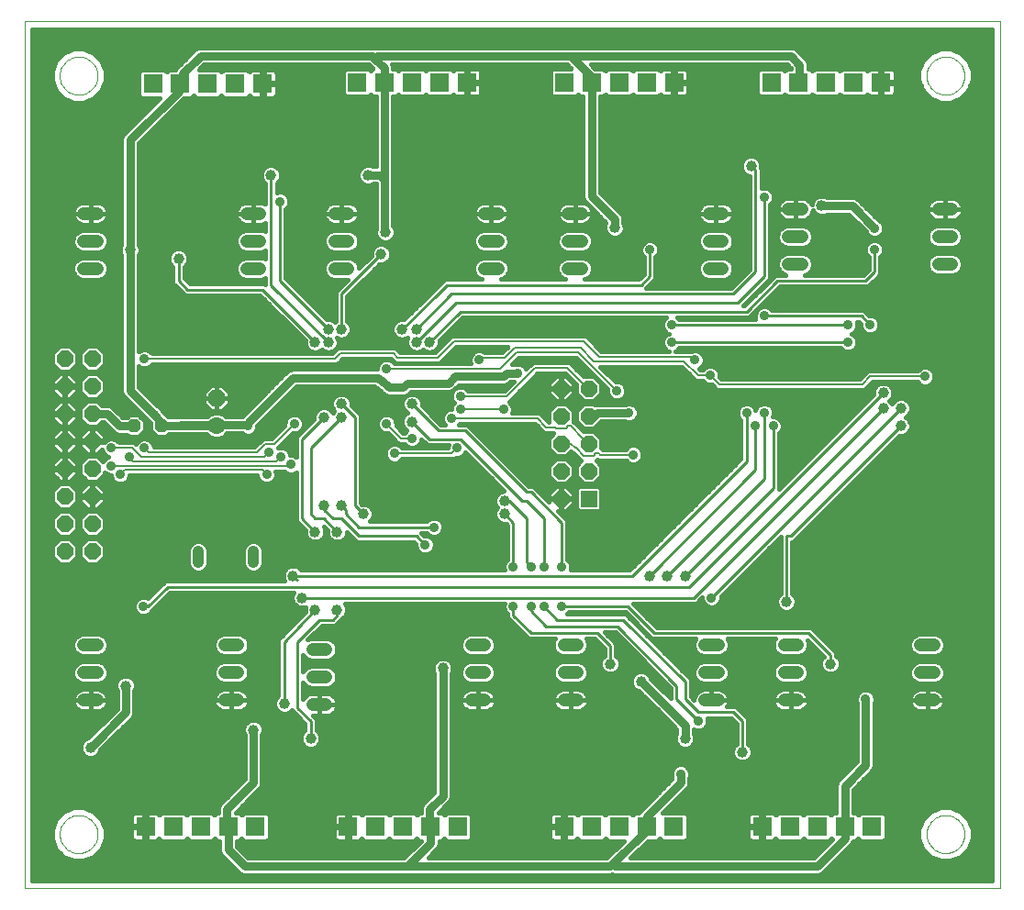
<source format=gbl>
G75*
G70*
%OFA0B0*%
%FSLAX24Y24*%
%IPPOS*%
%LPD*%
%AMOC8*
5,1,8,0,0,1.08239X$1,22.5*
%
%ADD10C,0.0000*%
%ADD11OC8,0.0600*%
%ADD12C,0.0400*%
%ADD13R,0.0709X0.0709*%
%ADD14OC8,0.0630*%
%ADD15C,0.0630*%
%ADD16R,0.0600X0.0600*%
%ADD17C,0.0480*%
%ADD18OC8,0.0480*%
%ADD19C,0.0080*%
%ADD20C,0.0357*%
%ADD21C,0.0300*%
%ADD22C,0.0397*%
%ADD23C,0.0160*%
%ADD24C,0.0594*%
%ADD25C,0.0100*%
D10*
X001180Y001680D02*
X001180Y033176D01*
X036613Y033176D01*
X036613Y001680D01*
X001180Y001680D01*
X002460Y003649D02*
X002462Y003701D01*
X002468Y003753D01*
X002478Y003804D01*
X002491Y003854D01*
X002509Y003904D01*
X002530Y003951D01*
X002554Y003997D01*
X002583Y004041D01*
X002614Y004083D01*
X002648Y004122D01*
X002685Y004159D01*
X002725Y004192D01*
X002768Y004223D01*
X002812Y004250D01*
X002858Y004274D01*
X002907Y004294D01*
X002956Y004310D01*
X003007Y004323D01*
X003058Y004332D01*
X003110Y004337D01*
X003162Y004338D01*
X003214Y004335D01*
X003266Y004328D01*
X003317Y004317D01*
X003367Y004303D01*
X003416Y004284D01*
X003463Y004262D01*
X003508Y004237D01*
X003552Y004208D01*
X003593Y004176D01*
X003632Y004141D01*
X003667Y004103D01*
X003700Y004062D01*
X003730Y004020D01*
X003756Y003975D01*
X003779Y003928D01*
X003798Y003879D01*
X003814Y003829D01*
X003826Y003779D01*
X003834Y003727D01*
X003838Y003675D01*
X003838Y003623D01*
X003834Y003571D01*
X003826Y003519D01*
X003814Y003469D01*
X003798Y003419D01*
X003779Y003370D01*
X003756Y003323D01*
X003730Y003278D01*
X003700Y003236D01*
X003667Y003195D01*
X003632Y003157D01*
X003593Y003122D01*
X003552Y003090D01*
X003508Y003061D01*
X003463Y003036D01*
X003416Y003014D01*
X003367Y002995D01*
X003317Y002981D01*
X003266Y002970D01*
X003214Y002963D01*
X003162Y002960D01*
X003110Y002961D01*
X003058Y002966D01*
X003007Y002975D01*
X002956Y002988D01*
X002907Y003004D01*
X002858Y003024D01*
X002812Y003048D01*
X002768Y003075D01*
X002725Y003106D01*
X002685Y003139D01*
X002648Y003176D01*
X002614Y003215D01*
X002583Y003257D01*
X002554Y003301D01*
X002530Y003347D01*
X002509Y003394D01*
X002491Y003444D01*
X002478Y003494D01*
X002468Y003545D01*
X002462Y003597D01*
X002460Y003649D01*
X002460Y031208D02*
X002462Y031260D01*
X002468Y031312D01*
X002478Y031363D01*
X002491Y031413D01*
X002509Y031463D01*
X002530Y031510D01*
X002554Y031556D01*
X002583Y031600D01*
X002614Y031642D01*
X002648Y031681D01*
X002685Y031718D01*
X002725Y031751D01*
X002768Y031782D01*
X002812Y031809D01*
X002858Y031833D01*
X002907Y031853D01*
X002956Y031869D01*
X003007Y031882D01*
X003058Y031891D01*
X003110Y031896D01*
X003162Y031897D01*
X003214Y031894D01*
X003266Y031887D01*
X003317Y031876D01*
X003367Y031862D01*
X003416Y031843D01*
X003463Y031821D01*
X003508Y031796D01*
X003552Y031767D01*
X003593Y031735D01*
X003632Y031700D01*
X003667Y031662D01*
X003700Y031621D01*
X003730Y031579D01*
X003756Y031534D01*
X003779Y031487D01*
X003798Y031438D01*
X003814Y031388D01*
X003826Y031338D01*
X003834Y031286D01*
X003838Y031234D01*
X003838Y031182D01*
X003834Y031130D01*
X003826Y031078D01*
X003814Y031028D01*
X003798Y030978D01*
X003779Y030929D01*
X003756Y030882D01*
X003730Y030837D01*
X003700Y030795D01*
X003667Y030754D01*
X003632Y030716D01*
X003593Y030681D01*
X003552Y030649D01*
X003508Y030620D01*
X003463Y030595D01*
X003416Y030573D01*
X003367Y030554D01*
X003317Y030540D01*
X003266Y030529D01*
X003214Y030522D01*
X003162Y030519D01*
X003110Y030520D01*
X003058Y030525D01*
X003007Y030534D01*
X002956Y030547D01*
X002907Y030563D01*
X002858Y030583D01*
X002812Y030607D01*
X002768Y030634D01*
X002725Y030665D01*
X002685Y030698D01*
X002648Y030735D01*
X002614Y030774D01*
X002583Y030816D01*
X002554Y030860D01*
X002530Y030906D01*
X002509Y030953D01*
X002491Y031003D01*
X002478Y031053D01*
X002468Y031104D01*
X002462Y031156D01*
X002460Y031208D01*
X033956Y031208D02*
X033958Y031260D01*
X033964Y031312D01*
X033974Y031363D01*
X033987Y031413D01*
X034005Y031463D01*
X034026Y031510D01*
X034050Y031556D01*
X034079Y031600D01*
X034110Y031642D01*
X034144Y031681D01*
X034181Y031718D01*
X034221Y031751D01*
X034264Y031782D01*
X034308Y031809D01*
X034354Y031833D01*
X034403Y031853D01*
X034452Y031869D01*
X034503Y031882D01*
X034554Y031891D01*
X034606Y031896D01*
X034658Y031897D01*
X034710Y031894D01*
X034762Y031887D01*
X034813Y031876D01*
X034863Y031862D01*
X034912Y031843D01*
X034959Y031821D01*
X035004Y031796D01*
X035048Y031767D01*
X035089Y031735D01*
X035128Y031700D01*
X035163Y031662D01*
X035196Y031621D01*
X035226Y031579D01*
X035252Y031534D01*
X035275Y031487D01*
X035294Y031438D01*
X035310Y031388D01*
X035322Y031338D01*
X035330Y031286D01*
X035334Y031234D01*
X035334Y031182D01*
X035330Y031130D01*
X035322Y031078D01*
X035310Y031028D01*
X035294Y030978D01*
X035275Y030929D01*
X035252Y030882D01*
X035226Y030837D01*
X035196Y030795D01*
X035163Y030754D01*
X035128Y030716D01*
X035089Y030681D01*
X035048Y030649D01*
X035004Y030620D01*
X034959Y030595D01*
X034912Y030573D01*
X034863Y030554D01*
X034813Y030540D01*
X034762Y030529D01*
X034710Y030522D01*
X034658Y030519D01*
X034606Y030520D01*
X034554Y030525D01*
X034503Y030534D01*
X034452Y030547D01*
X034403Y030563D01*
X034354Y030583D01*
X034308Y030607D01*
X034264Y030634D01*
X034221Y030665D01*
X034181Y030698D01*
X034144Y030735D01*
X034110Y030774D01*
X034079Y030816D01*
X034050Y030860D01*
X034026Y030906D01*
X034005Y030953D01*
X033987Y031003D01*
X033974Y031053D01*
X033964Y031104D01*
X033958Y031156D01*
X033956Y031208D01*
X033956Y003649D02*
X033958Y003701D01*
X033964Y003753D01*
X033974Y003804D01*
X033987Y003854D01*
X034005Y003904D01*
X034026Y003951D01*
X034050Y003997D01*
X034079Y004041D01*
X034110Y004083D01*
X034144Y004122D01*
X034181Y004159D01*
X034221Y004192D01*
X034264Y004223D01*
X034308Y004250D01*
X034354Y004274D01*
X034403Y004294D01*
X034452Y004310D01*
X034503Y004323D01*
X034554Y004332D01*
X034606Y004337D01*
X034658Y004338D01*
X034710Y004335D01*
X034762Y004328D01*
X034813Y004317D01*
X034863Y004303D01*
X034912Y004284D01*
X034959Y004262D01*
X035004Y004237D01*
X035048Y004208D01*
X035089Y004176D01*
X035128Y004141D01*
X035163Y004103D01*
X035196Y004062D01*
X035226Y004020D01*
X035252Y003975D01*
X035275Y003928D01*
X035294Y003879D01*
X035310Y003829D01*
X035322Y003779D01*
X035330Y003727D01*
X035334Y003675D01*
X035334Y003623D01*
X035330Y003571D01*
X035322Y003519D01*
X035310Y003469D01*
X035294Y003419D01*
X035275Y003370D01*
X035252Y003323D01*
X035226Y003278D01*
X035196Y003236D01*
X035163Y003195D01*
X035128Y003157D01*
X035089Y003122D01*
X035048Y003090D01*
X035004Y003061D01*
X034959Y003036D01*
X034912Y003014D01*
X034863Y002995D01*
X034813Y002981D01*
X034762Y002970D01*
X034710Y002963D01*
X034658Y002960D01*
X034606Y002961D01*
X034554Y002966D01*
X034503Y002975D01*
X034452Y002988D01*
X034403Y003004D01*
X034354Y003024D01*
X034308Y003048D01*
X034264Y003075D01*
X034221Y003106D01*
X034181Y003139D01*
X034144Y003176D01*
X034110Y003215D01*
X034079Y003257D01*
X034050Y003301D01*
X034026Y003347D01*
X034005Y003394D01*
X033987Y003444D01*
X033974Y003494D01*
X033964Y003545D01*
X033958Y003597D01*
X033956Y003649D01*
D11*
X020680Y015840D03*
X020680Y016840D03*
X020680Y017840D03*
X021680Y017840D03*
X021680Y016840D03*
X021680Y018840D03*
X020680Y018840D03*
X020680Y019840D03*
X021680Y019840D03*
X003649Y019928D03*
X003649Y018928D03*
X003649Y017928D03*
X003649Y016928D03*
X003649Y015928D03*
X003649Y014928D03*
X003649Y013928D03*
X002649Y013928D03*
X002649Y014928D03*
X002649Y015928D03*
X002649Y016928D03*
X002649Y017928D03*
X002649Y018928D03*
X002649Y019928D03*
X002649Y020928D03*
X003649Y020928D03*
D12*
X007500Y013920D02*
X007500Y013520D01*
X009500Y013520D02*
X009500Y013920D01*
D13*
X009564Y003920D03*
X008580Y003920D03*
X007580Y003920D03*
X006580Y003920D03*
X005580Y003920D03*
X012940Y003920D03*
X013940Y003920D03*
X014940Y003920D03*
X015940Y003920D03*
X016924Y003920D03*
X020780Y003920D03*
X021780Y003920D03*
X022780Y003920D03*
X023780Y003920D03*
X024764Y003920D03*
X027980Y003920D03*
X028980Y003920D03*
X029980Y003920D03*
X030980Y003920D03*
X031964Y003920D03*
X009840Y030920D03*
X008840Y030920D03*
X007840Y030920D03*
X006840Y030920D03*
X005856Y030920D03*
X013276Y030960D03*
X014260Y030960D03*
X015260Y030960D03*
X016260Y030960D03*
X017260Y030960D03*
X020796Y030960D03*
X021780Y030960D03*
X022780Y030960D03*
X023780Y030960D03*
X024780Y030960D03*
X028316Y030960D03*
X029300Y030960D03*
X030300Y030960D03*
X031300Y030960D03*
X032300Y030960D03*
D14*
X008160Y019500D03*
D15*
X008160Y018500D03*
D16*
X021680Y015840D03*
D17*
X021260Y010520D02*
X020780Y010520D01*
X020780Y009520D02*
X021260Y009520D01*
X021260Y008520D02*
X020780Y008520D01*
X017900Y008520D02*
X017420Y008520D01*
X017420Y009520D02*
X017900Y009520D01*
X017900Y010520D02*
X017420Y010520D01*
X012140Y010360D02*
X011660Y010360D01*
X011660Y009360D02*
X012140Y009360D01*
X012140Y008360D02*
X011660Y008360D01*
X008940Y008520D02*
X008460Y008520D01*
X008460Y009520D02*
X008940Y009520D01*
X008940Y010520D02*
X008460Y010520D01*
X003820Y010520D02*
X003340Y010520D01*
X003340Y009520D02*
X003820Y009520D01*
X003820Y008520D02*
X003340Y008520D01*
X003340Y024200D02*
X003820Y024200D01*
X003820Y025200D02*
X003340Y025200D01*
X003340Y026200D02*
X003820Y026200D01*
X009260Y026200D02*
X009740Y026200D01*
X009740Y025200D02*
X009260Y025200D01*
X009260Y024200D02*
X009740Y024200D01*
X012460Y024200D02*
X012940Y024200D01*
X012940Y025200D02*
X012460Y025200D01*
X012460Y026200D02*
X012940Y026200D01*
X017900Y026200D02*
X018380Y026200D01*
X018380Y025200D02*
X017900Y025200D01*
X017900Y024200D02*
X018380Y024200D01*
X020940Y024200D02*
X021420Y024200D01*
X021420Y025200D02*
X020940Y025200D01*
X020940Y026200D02*
X021420Y026200D01*
X026060Y026200D02*
X026540Y026200D01*
X026540Y025200D02*
X026060Y025200D01*
X026060Y024200D02*
X026540Y024200D01*
X028940Y024360D02*
X029420Y024360D01*
X029420Y025360D02*
X028940Y025360D01*
X028940Y026360D02*
X029420Y026360D01*
X034380Y026360D02*
X034860Y026360D01*
X034860Y025360D02*
X034380Y025360D01*
X034380Y024360D02*
X034860Y024360D01*
X034220Y010520D02*
X033740Y010520D01*
X033740Y009520D02*
X034220Y009520D01*
X034220Y008520D02*
X033740Y008520D01*
X029260Y008520D02*
X028780Y008520D01*
X028780Y009520D02*
X029260Y009520D01*
X029260Y010520D02*
X028780Y010520D01*
X026380Y010520D02*
X025900Y010520D01*
X025900Y009520D02*
X026380Y009520D01*
X026380Y008520D02*
X025900Y008520D01*
D18*
X006160Y018480D03*
X005160Y018480D03*
D19*
X005100Y017680D02*
X004340Y017680D01*
X004980Y017360D02*
X005140Y017200D01*
X010340Y017200D01*
X010500Y017360D01*
X010820Y017040D02*
X004340Y017040D01*
X004660Y016720D02*
X004820Y016880D01*
X009820Y016880D01*
X009980Y016720D01*
X009900Y017360D02*
X005420Y017360D01*
X005100Y017680D01*
X005540Y017680D02*
X005700Y017520D01*
X009620Y017520D01*
X009940Y017840D01*
X010260Y017840D01*
X010980Y018560D01*
X010060Y017520D02*
X009900Y017360D01*
X010820Y017040D02*
X010860Y017080D01*
X014340Y018560D02*
X014860Y018040D01*
X015260Y018040D01*
X014620Y017480D02*
X016700Y017480D01*
X016900Y017680D01*
X016700Y018760D02*
X019820Y018760D01*
X020140Y018440D01*
X020460Y018440D01*
X020500Y018400D01*
X020860Y018400D01*
X020940Y018480D01*
X021020Y018480D01*
X021500Y018000D01*
X021500Y017840D01*
X021680Y017840D01*
X021940Y017480D02*
X022060Y017480D01*
X022100Y017440D01*
X023300Y017440D01*
X021940Y017480D02*
X021860Y017400D01*
X021500Y017400D01*
X021220Y017680D01*
X021180Y017680D01*
X021020Y017840D01*
X020680Y017840D01*
X018700Y019560D02*
X019740Y020600D01*
X020900Y020600D01*
X021500Y020000D01*
X021500Y019840D01*
X021680Y019840D01*
X021860Y020840D02*
X025140Y020840D01*
X025660Y020320D01*
X026100Y020320D01*
X026420Y020000D01*
X031620Y020000D01*
X031900Y020280D01*
X033900Y020280D01*
X025540Y020880D02*
X025420Y021000D01*
X022060Y021000D01*
X021500Y021560D01*
X016780Y021560D01*
X016180Y020960D01*
X014740Y020960D01*
X014580Y021120D01*
X012660Y021120D01*
X012460Y020920D01*
X005540Y020920D01*
X014340Y020560D02*
X018460Y020560D01*
X019060Y021160D01*
X021300Y021160D01*
X022700Y019760D01*
X021860Y020840D02*
X021380Y021320D01*
X018980Y021320D01*
X018620Y020960D01*
X017780Y020960D01*
X017700Y020880D01*
X017020Y019560D02*
X018700Y019560D01*
X018580Y019080D02*
X017020Y019080D01*
X012540Y011800D02*
X012540Y011760D01*
D20*
X015740Y014160D03*
X016060Y014800D03*
X014620Y017480D03*
X015260Y018040D03*
X014340Y018560D03*
X014340Y020560D03*
X016700Y018760D03*
X017020Y019080D03*
X017020Y019560D03*
X017700Y020880D03*
X018300Y022160D03*
X019100Y020400D03*
X018580Y019080D03*
X016900Y017680D03*
X018940Y013360D03*
X019580Y013360D03*
X020060Y013360D03*
X020700Y013360D03*
X020700Y011920D03*
X020060Y011920D03*
X019580Y011920D03*
X018940Y011920D03*
X023300Y017440D03*
X023140Y018960D03*
X022700Y019760D03*
X024700Y021520D03*
X024700Y022160D03*
X025540Y020880D03*
X026100Y020320D03*
X027420Y018960D03*
X027740Y018480D03*
X028060Y018960D03*
X028380Y018480D03*
X031100Y021520D03*
X031100Y022160D03*
X031900Y022160D03*
X033900Y020280D03*
X032060Y024880D03*
X032060Y025665D03*
X028060Y026800D03*
X025180Y023760D03*
X023900Y024880D03*
X028060Y022480D03*
X026140Y012240D03*
X025660Y007760D03*
X025020Y005840D03*
X031740Y008560D03*
X010980Y018560D03*
X010500Y017360D03*
X010860Y017080D03*
X010060Y017520D03*
X009980Y016720D03*
X009300Y018480D03*
X005540Y017680D03*
X004980Y017360D03*
X004340Y017040D03*
X004660Y016720D03*
X004340Y017680D03*
X005540Y020920D03*
X010460Y026640D03*
X005500Y011920D03*
X004380Y011000D03*
D21*
X004860Y009040D02*
X004860Y008080D01*
X003580Y006800D01*
X008540Y004560D02*
X008540Y003960D01*
X008580Y003920D01*
X008580Y003080D01*
X009180Y002480D01*
X015100Y002480D01*
X022460Y002480D01*
X022540Y002560D01*
X022620Y002480D01*
X029980Y002480D01*
X030980Y003480D01*
X030980Y003920D01*
X030980Y005400D01*
X031740Y006160D01*
X031740Y008560D01*
X025180Y007600D02*
X025180Y007120D01*
X025180Y007600D02*
X024860Y007920D01*
X024860Y007935D01*
X023900Y008895D01*
X023885Y008895D01*
X023580Y009200D01*
X025020Y005840D02*
X025020Y005520D01*
X023780Y004280D01*
X023780Y003920D01*
X023780Y003800D01*
X022540Y002560D01*
X016380Y005040D02*
X015900Y004560D01*
X015900Y003960D01*
X015940Y003920D01*
X015940Y003320D01*
X015100Y002480D01*
X016380Y005040D02*
X016380Y009680D01*
X009500Y007440D02*
X009500Y005520D01*
X008540Y004560D01*
X009300Y018480D02*
X009340Y018640D01*
X010940Y020240D01*
X014020Y020240D01*
X014100Y020160D01*
X014140Y020160D01*
X014420Y019880D01*
X014940Y019880D01*
X015100Y020040D01*
X016580Y020040D01*
X016820Y020280D01*
X018580Y020280D01*
X018700Y020400D01*
X019100Y020400D01*
X021680Y018840D02*
X021860Y018840D01*
X021980Y018960D01*
X023140Y018960D01*
X022620Y025680D02*
X022620Y026000D01*
X021780Y026840D01*
X021780Y030960D01*
X021780Y031160D01*
X021020Y031920D01*
X029020Y031920D01*
X029340Y031600D01*
X029340Y030960D01*
X029300Y030960D01*
X029300Y031000D01*
X030140Y026480D02*
X031245Y026480D01*
X032060Y025665D01*
X021020Y031920D02*
X013980Y031920D01*
X013900Y031840D01*
X013820Y031920D01*
X007580Y031920D01*
X006940Y031280D01*
X006940Y031020D01*
X006840Y030920D01*
X006780Y030860D01*
X006780Y030640D01*
X005020Y028880D01*
X005020Y024880D01*
X005020Y019760D01*
X005900Y018880D01*
X005900Y018928D01*
X005900Y018880D02*
X006240Y018540D01*
X006180Y018480D01*
X006160Y018480D01*
X006240Y018540D02*
X006280Y018500D01*
X008160Y018500D01*
X006860Y018520D01*
X009260Y018520D01*
X009300Y018480D01*
X005160Y018480D02*
X004620Y018480D01*
X004180Y018920D01*
X003660Y018920D01*
X003649Y018928D01*
X013660Y027600D02*
X014100Y027600D01*
X014260Y027440D01*
X014260Y025720D01*
X014300Y025520D01*
X014260Y027440D02*
X014260Y030960D01*
X014260Y031480D01*
X013900Y031840D01*
D22*
X013660Y027600D03*
X014300Y025520D03*
X014140Y024720D03*
X014900Y022000D03*
X015420Y022000D03*
X015420Y021520D03*
X015900Y021520D03*
X015260Y019280D03*
X015260Y018640D03*
X012700Y018800D03*
X012060Y018800D03*
X012700Y019280D03*
X012220Y021520D03*
X011740Y021520D03*
X012220Y022000D03*
X012700Y022000D03*
X006780Y024560D03*
X005020Y024880D03*
X010140Y027600D03*
X022620Y025680D03*
X027580Y027920D03*
X030140Y026480D03*
X032380Y019680D03*
X032380Y019120D03*
X033020Y019120D03*
X033020Y018480D03*
X028860Y012080D03*
X030460Y009840D03*
X027260Y006640D03*
X025180Y007120D03*
X023580Y009200D03*
X022460Y009840D03*
X023900Y013040D03*
X024540Y013040D03*
X025180Y013040D03*
X018620Y015280D03*
X018620Y015760D03*
X013500Y015280D03*
X012700Y015600D03*
X012060Y015600D03*
X011740Y014640D03*
X012540Y014640D03*
X010940Y013040D03*
X011260Y012240D03*
X011740Y011800D03*
X012540Y011800D03*
X010620Y008400D03*
X009500Y007440D03*
X011580Y007120D03*
X016380Y009680D03*
X004860Y009040D03*
X003580Y006800D03*
D23*
X003342Y007069D02*
X001460Y007069D01*
X001460Y006911D02*
X003238Y006911D01*
X003222Y006871D02*
X003276Y007003D01*
X003377Y007104D01*
X003494Y007152D01*
X004550Y008208D01*
X004550Y008852D01*
X004502Y008969D01*
X004502Y009111D01*
X004556Y009243D01*
X004657Y009344D01*
X004789Y009398D01*
X004931Y009398D01*
X005063Y009344D01*
X005164Y009243D01*
X005218Y009111D01*
X005218Y008969D01*
X005170Y008852D01*
X005170Y008018D01*
X005123Y007904D01*
X003932Y006714D01*
X003884Y006597D01*
X003783Y006496D01*
X003651Y006442D01*
X003509Y006442D01*
X003377Y006496D01*
X003276Y006597D01*
X003222Y006729D01*
X003222Y006871D01*
X003222Y006752D02*
X001460Y006752D01*
X001460Y006594D02*
X003280Y006594D01*
X003880Y006594D02*
X009190Y006594D01*
X009190Y006752D02*
X003970Y006752D01*
X004129Y006911D02*
X009190Y006911D01*
X009190Y007069D02*
X004287Y007069D01*
X004446Y007228D02*
X009190Y007228D01*
X009190Y007252D02*
X009190Y005648D01*
X008364Y004823D01*
X008277Y004736D01*
X008230Y004622D01*
X008230Y004434D01*
X008159Y004434D01*
X008080Y004355D01*
X008001Y004434D01*
X007159Y004434D01*
X007080Y004355D01*
X007001Y004434D01*
X006159Y004434D01*
X006075Y004350D01*
X006062Y004373D01*
X006033Y004402D01*
X005996Y004423D01*
X005955Y004434D01*
X005618Y004434D01*
X005618Y003958D01*
X005542Y003958D01*
X005542Y003882D01*
X005618Y003882D01*
X005618Y003406D01*
X005955Y003406D01*
X005996Y003417D01*
X006033Y003438D01*
X006062Y003467D01*
X006075Y003490D01*
X006159Y003406D01*
X007001Y003406D01*
X007080Y003485D01*
X007159Y003406D01*
X008001Y003406D01*
X008080Y003485D01*
X008159Y003406D01*
X008270Y003406D01*
X008270Y003018D01*
X008317Y002904D01*
X008917Y002304D01*
X009004Y002217D01*
X009118Y002170D01*
X022522Y002170D01*
X022540Y002178D01*
X022558Y002170D01*
X030042Y002170D01*
X030156Y002217D01*
X030243Y002304D01*
X031243Y003304D01*
X031285Y003406D01*
X031401Y003406D01*
X031472Y003477D01*
X031544Y003406D01*
X032385Y003406D01*
X032479Y003499D01*
X032479Y004341D01*
X032385Y004434D01*
X031544Y004434D01*
X031472Y004363D01*
X031401Y004434D01*
X031290Y004434D01*
X031290Y005272D01*
X031916Y005897D01*
X032003Y005984D01*
X032050Y006098D01*
X032050Y008423D01*
X032079Y008493D01*
X032079Y008627D01*
X032027Y008752D01*
X031932Y008847D01*
X031807Y008899D01*
X031673Y008899D01*
X031548Y008847D01*
X031453Y008752D01*
X031401Y008627D01*
X031401Y008493D01*
X031430Y008423D01*
X031430Y006288D01*
X030717Y005576D01*
X030670Y005462D01*
X030670Y004434D01*
X030559Y004434D01*
X030480Y004355D01*
X030401Y004434D01*
X029559Y004434D01*
X029480Y004355D01*
X029401Y004434D01*
X028559Y004434D01*
X028475Y004350D01*
X028462Y004373D01*
X028433Y004402D01*
X028396Y004423D01*
X028355Y004434D01*
X028018Y004434D01*
X028018Y003958D01*
X027942Y003958D01*
X027942Y003882D01*
X027466Y003882D01*
X027466Y003545D01*
X027477Y003504D01*
X027498Y003467D01*
X027527Y003438D01*
X027564Y003417D01*
X027605Y003406D01*
X027942Y003406D01*
X027942Y003882D01*
X028018Y003882D01*
X028018Y003406D01*
X028355Y003406D01*
X028396Y003417D01*
X028433Y003438D01*
X028462Y003467D01*
X028475Y003490D01*
X028559Y003406D01*
X029401Y003406D01*
X029480Y003485D01*
X029559Y003406D01*
X030401Y003406D01*
X030480Y003485D01*
X030513Y003452D01*
X029852Y002790D01*
X023208Y002790D01*
X023824Y003406D01*
X024201Y003406D01*
X024272Y003477D01*
X024344Y003406D01*
X025185Y003406D01*
X025279Y003499D01*
X025279Y004341D01*
X025185Y004434D01*
X024373Y004434D01*
X025196Y005257D01*
X025283Y005344D01*
X025330Y005458D01*
X025330Y005703D01*
X025359Y005773D01*
X025359Y005907D01*
X025307Y006032D01*
X025212Y006127D01*
X025087Y006179D01*
X024953Y006179D01*
X024828Y006127D01*
X024733Y006032D01*
X024681Y005907D01*
X024681Y005773D01*
X024710Y005703D01*
X024710Y005648D01*
X023517Y004456D01*
X023508Y004434D01*
X023359Y004434D01*
X023280Y004355D01*
X023201Y004434D01*
X022359Y004434D01*
X022280Y004355D01*
X022201Y004434D01*
X021359Y004434D01*
X021275Y004350D01*
X021262Y004373D01*
X021233Y004402D01*
X021196Y004423D01*
X021155Y004434D01*
X020818Y004434D01*
X020818Y003958D01*
X020742Y003958D01*
X020742Y003882D01*
X020818Y003882D01*
X020818Y003406D01*
X021155Y003406D01*
X021196Y003417D01*
X021233Y003438D01*
X021262Y003467D01*
X021275Y003490D01*
X021359Y003406D01*
X022201Y003406D01*
X022280Y003485D01*
X022359Y003406D01*
X022947Y003406D01*
X022364Y002823D01*
X022332Y002790D01*
X015848Y002790D01*
X016203Y003144D01*
X016250Y003258D01*
X016250Y003406D01*
X016361Y003406D01*
X016432Y003477D01*
X016504Y003406D01*
X017345Y003406D01*
X017439Y003499D01*
X017439Y004341D01*
X017345Y004434D01*
X016504Y004434D01*
X016432Y004363D01*
X016361Y004434D01*
X016213Y004434D01*
X016643Y004864D01*
X016690Y004978D01*
X016690Y009492D01*
X016738Y009609D01*
X016738Y009751D01*
X016684Y009883D01*
X016583Y009984D01*
X016451Y010038D01*
X016309Y010038D01*
X016177Y009984D01*
X016076Y009883D01*
X016022Y009751D01*
X016022Y009609D01*
X016070Y009492D01*
X016070Y005168D01*
X015724Y004823D01*
X015637Y004736D01*
X015590Y004622D01*
X015590Y004434D01*
X015519Y004434D01*
X015440Y004355D01*
X015361Y004434D01*
X014519Y004434D01*
X014440Y004355D01*
X014361Y004434D01*
X013519Y004434D01*
X013435Y004350D01*
X013422Y004373D01*
X013393Y004402D01*
X013356Y004423D01*
X013315Y004434D01*
X012978Y004434D01*
X012978Y003958D01*
X012902Y003958D01*
X012902Y003882D01*
X012978Y003882D01*
X012978Y003406D01*
X013315Y003406D01*
X013356Y003417D01*
X013393Y003438D01*
X013422Y003467D01*
X013435Y003490D01*
X013519Y003406D01*
X014361Y003406D01*
X014440Y003485D01*
X014519Y003406D01*
X015361Y003406D01*
X015440Y003485D01*
X015519Y003406D01*
X015587Y003406D01*
X014972Y002790D01*
X009308Y002790D01*
X008890Y003208D01*
X008890Y003406D01*
X009001Y003406D01*
X009072Y003477D01*
X009144Y003406D01*
X009985Y003406D01*
X010079Y003499D01*
X010079Y004341D01*
X009985Y004434D01*
X009144Y004434D01*
X009072Y004363D01*
X009001Y004434D01*
X008853Y004434D01*
X009763Y005344D01*
X009810Y005458D01*
X009810Y007252D01*
X009858Y007369D01*
X009858Y007511D01*
X009804Y007643D01*
X009703Y007744D01*
X009571Y007798D01*
X009429Y007798D01*
X009297Y007744D01*
X009196Y007643D01*
X009142Y007511D01*
X009142Y007369D01*
X009190Y007252D01*
X009142Y007386D02*
X004604Y007386D01*
X004763Y007545D02*
X009155Y007545D01*
X009256Y007703D02*
X004921Y007703D01*
X005080Y007862D02*
X011182Y007862D01*
X011340Y007703D02*
X009744Y007703D01*
X009845Y007545D02*
X011370Y007545D01*
X011370Y007673D02*
X011370Y007417D01*
X011276Y007323D01*
X011222Y007191D01*
X011222Y007049D01*
X011276Y006917D01*
X011377Y006816D01*
X011509Y006762D01*
X011651Y006762D01*
X011783Y006816D01*
X011884Y006917D01*
X011938Y007049D01*
X011938Y007191D01*
X011884Y007323D01*
X011790Y007417D01*
X011790Y007847D01*
X011677Y007960D01*
X011900Y007960D01*
X012179Y007960D01*
X012257Y007975D01*
X012329Y008006D01*
X012395Y008049D01*
X012451Y008105D01*
X012494Y008171D01*
X012525Y008243D01*
X012540Y008321D01*
X012540Y008360D01*
X012540Y008399D01*
X012525Y008477D01*
X012494Y008549D01*
X012451Y008615D01*
X012395Y008671D01*
X012329Y008714D01*
X012257Y008745D01*
X012179Y008760D01*
X011900Y008760D01*
X011900Y008360D01*
X011900Y008360D01*
X012540Y008360D01*
X011900Y008360D01*
X011900Y008360D01*
X011900Y008760D01*
X011621Y008760D01*
X011543Y008745D01*
X011471Y008714D01*
X011405Y008671D01*
X011349Y008615D01*
X011310Y008556D01*
X011310Y009160D01*
X011321Y009133D01*
X011433Y009021D01*
X011580Y008960D01*
X012220Y008960D01*
X012367Y009021D01*
X012479Y009133D01*
X012540Y009280D01*
X012540Y009440D01*
X012479Y009587D01*
X012367Y009699D01*
X012220Y009760D01*
X011580Y009760D01*
X011433Y009699D01*
X011321Y009587D01*
X011310Y009560D01*
X011310Y010160D01*
X011321Y010133D01*
X011433Y010021D01*
X011580Y009960D01*
X012220Y009960D01*
X012367Y010021D01*
X012479Y010133D01*
X012540Y010280D01*
X012540Y010440D01*
X012479Y010587D01*
X012367Y010699D01*
X012220Y010760D01*
X011580Y010760D01*
X011472Y010715D01*
X011987Y011230D01*
X012467Y011230D01*
X012627Y011390D01*
X012726Y011489D01*
X012743Y011496D01*
X012844Y011597D01*
X012898Y011729D01*
X012898Y011871D01*
X012844Y012003D01*
X012817Y012030D01*
X018619Y012030D01*
X018601Y011987D01*
X018601Y011853D01*
X018653Y011728D01*
X018730Y011651D01*
X018730Y011513D01*
X018853Y011390D01*
X019493Y010750D01*
X020444Y010750D01*
X020441Y010747D01*
X020380Y010600D01*
X020380Y010440D01*
X020441Y010293D01*
X020553Y010181D01*
X020700Y010120D01*
X021340Y010120D01*
X021487Y010181D01*
X021599Y010293D01*
X021660Y010440D01*
X021660Y010600D01*
X021599Y010747D01*
X021596Y010750D01*
X021893Y010750D01*
X022250Y010393D01*
X022250Y010137D01*
X022156Y010043D01*
X022102Y009911D01*
X022102Y009769D01*
X022156Y009637D01*
X022257Y009536D01*
X022389Y009482D01*
X022531Y009482D01*
X022663Y009536D01*
X022764Y009637D01*
X022818Y009769D01*
X022818Y009911D01*
X022764Y010043D01*
X022670Y010137D01*
X022670Y010567D01*
X022547Y010690D01*
X022547Y010690D01*
X022247Y010990D01*
X022652Y010990D01*
X024650Y008954D01*
X024650Y008583D01*
X024163Y009070D01*
X024076Y009157D01*
X024051Y009168D01*
X023932Y009286D01*
X023884Y009403D01*
X023783Y009504D01*
X023651Y009558D01*
X023509Y009558D01*
X023377Y009504D01*
X023276Y009403D01*
X023222Y009271D01*
X023222Y009129D01*
X023276Y008997D01*
X023377Y008896D01*
X023494Y008848D01*
X023710Y008632D01*
X023735Y008621D01*
X024587Y007769D01*
X024597Y007744D01*
X024684Y007657D01*
X024870Y007472D01*
X024870Y007308D01*
X024822Y007191D01*
X024822Y007049D01*
X024876Y006917D01*
X024977Y006816D01*
X025109Y006762D01*
X025251Y006762D01*
X025383Y006816D01*
X025484Y006917D01*
X025538Y007049D01*
X025538Y007191D01*
X025490Y007308D01*
X025490Y007464D01*
X025593Y007421D01*
X025727Y007421D01*
X025852Y007473D01*
X025947Y007568D01*
X025999Y007693D01*
X025999Y007827D01*
X025981Y007870D01*
X026853Y007870D01*
X027050Y007673D01*
X027050Y006937D01*
X026956Y006843D01*
X026902Y006711D01*
X026902Y006569D01*
X026956Y006437D01*
X027057Y006336D01*
X027189Y006282D01*
X027331Y006282D01*
X027463Y006336D01*
X027564Y006437D01*
X027618Y006569D01*
X027618Y006711D01*
X027564Y006843D01*
X027470Y006937D01*
X027470Y007847D01*
X027150Y008167D01*
X027027Y008290D01*
X026707Y008290D01*
X026734Y008331D01*
X026765Y008403D01*
X026780Y008481D01*
X026780Y008520D01*
X026780Y008559D01*
X026765Y008637D01*
X026734Y008709D01*
X026691Y008775D01*
X026635Y008831D01*
X026569Y008874D01*
X026497Y008905D01*
X026419Y008920D01*
X026140Y008920D01*
X026140Y008520D01*
X026140Y008520D01*
X026780Y008520D01*
X026140Y008520D01*
X026140Y008520D01*
X026140Y008920D01*
X025861Y008920D01*
X025783Y008905D01*
X025711Y008874D01*
X025645Y008831D01*
X025589Y008775D01*
X025546Y008709D01*
X025515Y008637D01*
X025500Y008559D01*
X025500Y008537D01*
X025390Y008647D01*
X025390Y009287D01*
X023150Y011527D01*
X023027Y011650D01*
X020909Y011650D01*
X020969Y011710D01*
X023013Y011710D01*
X023850Y010873D01*
X023804Y010873D01*
X023850Y010873D02*
X023973Y010750D01*
X025564Y010750D01*
X025561Y010747D01*
X025500Y010600D01*
X025500Y010440D01*
X025561Y010293D01*
X025673Y010181D01*
X025820Y010120D01*
X026460Y010120D01*
X026607Y010181D01*
X026719Y010293D01*
X026780Y010440D01*
X026780Y010600D01*
X026719Y010747D01*
X026716Y010750D01*
X028444Y010750D01*
X028441Y010747D01*
X028380Y010600D01*
X028380Y010440D01*
X028441Y010293D01*
X028553Y010181D01*
X028700Y010120D01*
X029340Y010120D01*
X029487Y010181D01*
X029599Y010293D01*
X029660Y010440D01*
X029660Y010600D01*
X029615Y010708D01*
X030218Y010105D01*
X030156Y010043D01*
X030102Y009911D01*
X030102Y009769D01*
X030156Y009637D01*
X030257Y009536D01*
X030389Y009482D01*
X030531Y009482D01*
X030663Y009536D01*
X030764Y009637D01*
X030818Y009769D01*
X030818Y009911D01*
X030764Y010043D01*
X030670Y010137D01*
X030670Y010247D01*
X030547Y010370D01*
X029747Y011170D01*
X024147Y011170D01*
X023287Y012030D01*
X025587Y012030D01*
X025801Y012244D01*
X025801Y012173D01*
X025853Y012048D01*
X025948Y011953D01*
X026073Y011901D01*
X026207Y011901D01*
X026332Y011953D01*
X026427Y012048D01*
X026479Y012173D01*
X026479Y012282D01*
X028650Y014453D01*
X028650Y012377D01*
X028556Y012283D01*
X028502Y012151D01*
X028502Y012009D01*
X028556Y011877D01*
X028657Y011776D01*
X028789Y011722D01*
X028931Y011722D01*
X029063Y011776D01*
X029164Y011877D01*
X029218Y012009D01*
X029218Y012151D01*
X029164Y012283D01*
X029070Y012377D01*
X029070Y014270D01*
X029107Y014270D01*
X032959Y018122D01*
X033091Y018122D01*
X033223Y018176D01*
X033324Y018277D01*
X033378Y018409D01*
X033378Y018551D01*
X033324Y018683D01*
X033223Y018784D01*
X033184Y018800D01*
X033223Y018816D01*
X033324Y018917D01*
X033378Y019049D01*
X033378Y019191D01*
X033324Y019323D01*
X033223Y019424D01*
X033091Y019478D01*
X032949Y019478D01*
X032817Y019424D01*
X032716Y019323D01*
X032700Y019284D01*
X032684Y019323D01*
X032607Y019400D01*
X032684Y019477D01*
X032738Y019609D01*
X032738Y019751D01*
X032684Y019883D01*
X032583Y019984D01*
X032451Y020038D01*
X032309Y020038D01*
X032177Y019984D01*
X032076Y019883D01*
X032022Y019751D01*
X032022Y019619D01*
X028590Y016187D01*
X028590Y018211D01*
X028667Y018288D01*
X028719Y018413D01*
X028719Y018547D01*
X028667Y018672D01*
X028572Y018767D01*
X028447Y018819D01*
X028368Y018819D01*
X028399Y018893D01*
X028399Y019027D01*
X028347Y019152D01*
X028252Y019247D01*
X028127Y019299D01*
X027993Y019299D01*
X027868Y019247D01*
X027773Y019152D01*
X027740Y019073D01*
X027707Y019152D01*
X027612Y019247D01*
X027487Y019299D01*
X027353Y019299D01*
X027228Y019247D01*
X027133Y019152D01*
X027081Y019027D01*
X027081Y018893D01*
X027133Y018768D01*
X027210Y018691D01*
X027210Y017287D01*
X023173Y013250D01*
X021021Y013250D01*
X021039Y013293D01*
X021039Y013427D01*
X020987Y013552D01*
X020910Y013629D01*
X020910Y015047D01*
X020787Y015170D01*
X020577Y015380D01*
X020660Y015380D01*
X020660Y015820D01*
X020220Y015820D01*
X020220Y015737D01*
X019667Y016290D01*
X019507Y016290D01*
X017267Y018530D01*
X016949Y018530D01*
X016979Y018560D01*
X019737Y018560D01*
X019940Y018357D01*
X020057Y018240D01*
X020377Y018240D01*
X020403Y018214D01*
X020220Y018031D01*
X020220Y017649D01*
X020489Y017380D01*
X020871Y017380D01*
X021034Y017543D01*
X021097Y017480D01*
X021137Y017480D01*
X021403Y017214D01*
X021220Y017031D01*
X021220Y016649D01*
X021489Y016380D01*
X021871Y016380D01*
X022140Y016649D01*
X022140Y017031D01*
X021957Y017214D01*
X022000Y017257D01*
X022017Y017240D01*
X023021Y017240D01*
X023108Y017153D01*
X023233Y017101D01*
X023367Y017101D01*
X023492Y017153D01*
X023587Y017248D01*
X023639Y017373D01*
X023639Y017507D01*
X023587Y017632D01*
X023492Y017727D01*
X023367Y017779D01*
X023233Y017779D01*
X023108Y017727D01*
X023021Y017640D01*
X022183Y017640D01*
X022143Y017680D01*
X022140Y017680D01*
X022140Y018031D01*
X021871Y018300D01*
X021489Y018300D01*
X021486Y018297D01*
X021137Y018646D01*
X021140Y018649D01*
X021140Y019031D01*
X020871Y019300D01*
X020489Y019300D01*
X020220Y019031D01*
X020220Y018649D01*
X020229Y018640D01*
X020223Y018640D01*
X019903Y018960D01*
X018897Y018960D01*
X018919Y019013D01*
X018919Y019147D01*
X018867Y019272D01*
X018779Y019360D01*
X018783Y019360D01*
X019823Y020400D01*
X020817Y020400D01*
X021220Y019997D01*
X021220Y019649D01*
X021489Y019380D01*
X021871Y019380D01*
X022140Y019649D01*
X022140Y020031D01*
X021871Y020300D01*
X021489Y020300D01*
X021486Y020297D01*
X020983Y020800D01*
X019657Y020800D01*
X019540Y020683D01*
X019405Y020548D01*
X019387Y020592D01*
X019292Y020687D01*
X019167Y020739D01*
X019033Y020739D01*
X018963Y020710D01*
X018893Y020710D01*
X019143Y020960D01*
X021217Y020960D01*
X022361Y019816D01*
X022361Y019693D01*
X022413Y019568D01*
X022508Y019473D01*
X022633Y019421D01*
X022767Y019421D01*
X022892Y019473D01*
X022987Y019568D01*
X023039Y019693D01*
X023039Y019827D01*
X022987Y019952D01*
X022892Y020047D01*
X022767Y020099D01*
X022644Y020099D01*
X022103Y020640D01*
X025057Y020640D01*
X025460Y020237D01*
X025577Y020120D01*
X025821Y020120D01*
X025908Y020033D01*
X026033Y019981D01*
X026156Y019981D01*
X026337Y019800D01*
X031703Y019800D01*
X031820Y019917D01*
X031820Y019917D01*
X031983Y020080D01*
X033621Y020080D01*
X033708Y019993D01*
X033833Y019941D01*
X033967Y019941D01*
X034092Y019993D01*
X034187Y020088D01*
X034239Y020213D01*
X034239Y020347D01*
X034187Y020472D01*
X034092Y020567D01*
X033967Y020619D01*
X033833Y020619D01*
X033708Y020567D01*
X033621Y020480D01*
X031817Y020480D01*
X031700Y020363D01*
X031700Y020363D01*
X031537Y020200D01*
X026503Y020200D01*
X026439Y020264D01*
X026439Y020387D01*
X026387Y020512D01*
X026292Y020607D01*
X026167Y020659D01*
X026033Y020659D01*
X025908Y020607D01*
X025821Y020520D01*
X025743Y020520D01*
X025688Y020575D01*
X025732Y020593D01*
X025827Y020688D01*
X025879Y020813D01*
X025879Y020947D01*
X025827Y021072D01*
X025732Y021167D01*
X025607Y021219D01*
X025473Y021219D01*
X025427Y021200D01*
X024813Y021200D01*
X024892Y021233D01*
X024969Y021310D01*
X030831Y021310D01*
X030908Y021233D01*
X031033Y021181D01*
X031167Y021181D01*
X031292Y021233D01*
X031387Y021328D01*
X031439Y021453D01*
X031439Y021587D01*
X031387Y021712D01*
X031292Y021807D01*
X031213Y021840D01*
X031292Y021873D01*
X031387Y021968D01*
X031613Y021968D01*
X031708Y021873D01*
X031833Y021821D01*
X031967Y021821D01*
X032092Y021873D01*
X032187Y021968D01*
X036333Y021968D01*
X036333Y021810D02*
X031286Y021810D01*
X031387Y021968D02*
X031439Y022093D01*
X031439Y022227D01*
X031421Y022270D01*
X031493Y022270D01*
X031561Y022202D01*
X031561Y022093D01*
X031613Y021968D01*
X031561Y022127D02*
X031439Y022127D01*
X031412Y021651D02*
X036333Y021651D01*
X036333Y021493D02*
X031439Y021493D01*
X031390Y021334D02*
X036333Y021334D01*
X036333Y021176D02*
X025712Y021176D01*
X025850Y021017D02*
X036333Y021017D01*
X036333Y020859D02*
X025879Y020859D01*
X025832Y020700D02*
X036333Y020700D01*
X036333Y020542D02*
X034118Y020542D01*
X034224Y020383D02*
X036333Y020383D01*
X036333Y020225D02*
X034239Y020225D01*
X034165Y020066D02*
X036333Y020066D01*
X036333Y019908D02*
X032659Y019908D01*
X032738Y019749D02*
X036333Y019749D01*
X036333Y019591D02*
X032731Y019591D01*
X032639Y019432D02*
X032837Y019432D01*
X033203Y019432D02*
X036333Y019432D01*
X036333Y019274D02*
X033344Y019274D01*
X033378Y019115D02*
X036333Y019115D01*
X036333Y018957D02*
X033340Y018957D01*
X033189Y018798D02*
X036333Y018798D01*
X036333Y018640D02*
X033342Y018640D01*
X033378Y018481D02*
X036333Y018481D01*
X036333Y018323D02*
X033343Y018323D01*
X033194Y018164D02*
X036333Y018164D01*
X036333Y018006D02*
X032843Y018006D01*
X032684Y017847D02*
X036333Y017847D01*
X036333Y017689D02*
X032526Y017689D01*
X032367Y017530D02*
X036333Y017530D01*
X036333Y017372D02*
X032209Y017372D01*
X032050Y017213D02*
X036333Y017213D01*
X036333Y017055D02*
X031892Y017055D01*
X031733Y016896D02*
X036333Y016896D01*
X036333Y016738D02*
X031575Y016738D01*
X031416Y016579D02*
X036333Y016579D01*
X036333Y016421D02*
X031258Y016421D01*
X031099Y016262D02*
X036333Y016262D01*
X036333Y016104D02*
X030941Y016104D01*
X030782Y015945D02*
X036333Y015945D01*
X036333Y015787D02*
X030624Y015787D01*
X030465Y015628D02*
X036333Y015628D01*
X036333Y015470D02*
X030307Y015470D01*
X030148Y015311D02*
X036333Y015311D01*
X036333Y015153D02*
X029990Y015153D01*
X029831Y014994D02*
X036333Y014994D01*
X036333Y014836D02*
X029673Y014836D01*
X029514Y014677D02*
X036333Y014677D01*
X036333Y014519D02*
X029356Y014519D01*
X029197Y014360D02*
X036333Y014360D01*
X036333Y014202D02*
X029070Y014202D01*
X029070Y014043D02*
X036333Y014043D01*
X036333Y013885D02*
X029070Y013885D01*
X029070Y013726D02*
X036333Y013726D01*
X036333Y013568D02*
X029070Y013568D01*
X029070Y013409D02*
X036333Y013409D01*
X036333Y013251D02*
X029070Y013251D01*
X029070Y013092D02*
X036333Y013092D01*
X036333Y012934D02*
X029070Y012934D01*
X029070Y012775D02*
X036333Y012775D01*
X036333Y012617D02*
X029070Y012617D01*
X029070Y012458D02*
X036333Y012458D01*
X036333Y012300D02*
X029147Y012300D01*
X029218Y012141D02*
X036333Y012141D01*
X036333Y011983D02*
X029208Y011983D01*
X029111Y011824D02*
X036333Y011824D01*
X036333Y011666D02*
X023651Y011666D01*
X023493Y011824D02*
X028609Y011824D01*
X028512Y011983D02*
X026362Y011983D01*
X026466Y012141D02*
X028502Y012141D01*
X028573Y012300D02*
X026496Y012300D01*
X026655Y012458D02*
X028650Y012458D01*
X028650Y012617D02*
X026814Y012617D01*
X026972Y012775D02*
X028650Y012775D01*
X028650Y012934D02*
X027131Y012934D01*
X027289Y013092D02*
X028650Y013092D01*
X028650Y013251D02*
X027448Y013251D01*
X027606Y013409D02*
X028650Y013409D01*
X028650Y013568D02*
X027765Y013568D01*
X027923Y013726D02*
X028650Y013726D01*
X028650Y013885D02*
X028082Y013885D01*
X028240Y014043D02*
X028650Y014043D01*
X028650Y014202D02*
X028399Y014202D01*
X028557Y014360D02*
X028650Y014360D01*
X028590Y016262D02*
X028665Y016262D01*
X028590Y016421D02*
X028824Y016421D01*
X028982Y016579D02*
X028590Y016579D01*
X028590Y016738D02*
X029141Y016738D01*
X029299Y016896D02*
X028590Y016896D01*
X028590Y017055D02*
X029458Y017055D01*
X029616Y017213D02*
X028590Y017213D01*
X028590Y017372D02*
X029775Y017372D01*
X029933Y017530D02*
X028590Y017530D01*
X028590Y017689D02*
X030092Y017689D01*
X030250Y017847D02*
X028590Y017847D01*
X028590Y018006D02*
X030409Y018006D01*
X030567Y018164D02*
X028590Y018164D01*
X028681Y018323D02*
X030726Y018323D01*
X030884Y018481D02*
X028719Y018481D01*
X028681Y018640D02*
X031043Y018640D01*
X031201Y018798D02*
X028497Y018798D01*
X028399Y018957D02*
X031360Y018957D01*
X031518Y019115D02*
X028362Y019115D01*
X028188Y019274D02*
X031677Y019274D01*
X031835Y019432D02*
X022793Y019432D01*
X022607Y019432D02*
X021923Y019432D01*
X021871Y019300D02*
X021489Y019300D01*
X021220Y019031D01*
X021220Y018649D01*
X021489Y018380D01*
X021871Y018380D01*
X022140Y018649D01*
X022140Y018650D01*
X023003Y018650D01*
X023073Y018621D01*
X023207Y018621D01*
X023332Y018673D01*
X023427Y018768D01*
X023479Y018893D01*
X023479Y019027D01*
X023427Y019152D01*
X023332Y019247D01*
X023207Y019299D01*
X023073Y019299D01*
X023003Y019270D01*
X021918Y019270D01*
X021906Y019265D01*
X021871Y019300D01*
X021897Y019274D02*
X023012Y019274D01*
X023268Y019274D02*
X027292Y019274D01*
X027118Y019115D02*
X023442Y019115D01*
X023479Y018957D02*
X027081Y018957D01*
X027120Y018798D02*
X023440Y018798D01*
X023251Y018640D02*
X027210Y018640D01*
X027210Y018481D02*
X021972Y018481D01*
X022130Y018640D02*
X023029Y018640D01*
X022996Y019591D02*
X031994Y019591D01*
X032022Y019749D02*
X023039Y019749D01*
X023006Y019908D02*
X026230Y019908D01*
X025875Y020066D02*
X022846Y020066D01*
X022518Y020225D02*
X025473Y020225D01*
X025314Y020383D02*
X022360Y020383D01*
X022201Y020542D02*
X025156Y020542D01*
X025721Y020542D02*
X025842Y020542D01*
X026358Y020542D02*
X033682Y020542D01*
X033635Y020066D02*
X031969Y020066D01*
X032101Y019908D02*
X031810Y019908D01*
X031562Y020225D02*
X026478Y020225D01*
X026439Y020383D02*
X031720Y020383D01*
X032187Y021968D02*
X032239Y022093D01*
X032239Y022227D01*
X032187Y022352D01*
X032092Y022447D01*
X031967Y022499D01*
X031858Y022499D01*
X031667Y022690D01*
X028329Y022690D01*
X028252Y022767D01*
X028127Y022819D01*
X027993Y022819D01*
X027868Y022767D01*
X027773Y022672D01*
X027721Y022547D01*
X027721Y022413D01*
X027739Y022370D01*
X024969Y022370D01*
X024909Y022430D01*
X027507Y022430D01*
X028627Y023550D01*
X031827Y023550D01*
X032147Y023870D01*
X032270Y023993D01*
X032270Y024611D01*
X032347Y024688D01*
X032399Y024813D01*
X032399Y024947D01*
X032347Y025072D01*
X032252Y025167D01*
X032127Y025219D01*
X031993Y025219D01*
X031868Y025167D01*
X031773Y025072D01*
X031721Y024947D01*
X031721Y024813D01*
X031773Y024688D01*
X031850Y024611D01*
X031850Y024167D01*
X031653Y023970D01*
X029524Y023970D01*
X029647Y024021D01*
X029759Y024133D01*
X029820Y024280D01*
X029820Y024440D01*
X029759Y024587D01*
X029647Y024699D01*
X029500Y024760D01*
X028860Y024760D01*
X028713Y024699D01*
X028601Y024587D01*
X028540Y024440D01*
X028540Y024280D01*
X028601Y024133D01*
X028713Y024021D01*
X028836Y023970D01*
X028453Y023970D01*
X027333Y022850D01*
X027287Y022850D01*
X028270Y023833D01*
X028270Y026531D01*
X028347Y026608D01*
X028399Y026733D01*
X028399Y026867D01*
X028347Y026992D01*
X028252Y027087D01*
X028127Y027139D01*
X027993Y027139D01*
X027950Y027121D01*
X027950Y027847D01*
X027938Y027859D01*
X027938Y027991D01*
X036333Y027991D01*
X036333Y027833D02*
X027950Y027833D01*
X027938Y027991D02*
X027884Y028123D01*
X027783Y028224D01*
X027651Y028278D01*
X027509Y028278D01*
X027377Y028224D01*
X027276Y028123D01*
X027222Y027991D01*
X022090Y027991D01*
X022090Y027833D02*
X027228Y027833D01*
X027222Y027849D02*
X027276Y027717D01*
X027377Y027616D01*
X027509Y027562D01*
X027530Y027562D01*
X027530Y024167D01*
X026853Y023490D01*
X023767Y023490D01*
X024110Y023833D01*
X024110Y024611D01*
X024187Y024688D01*
X024239Y024813D01*
X024239Y024947D01*
X024187Y025072D01*
X024092Y025167D01*
X023967Y025219D01*
X023833Y025219D01*
X023708Y025167D01*
X023613Y025072D01*
X023561Y024947D01*
X023561Y024813D01*
X023613Y024688D01*
X023690Y024611D01*
X023690Y024007D01*
X023493Y023810D01*
X021524Y023810D01*
X021647Y023861D01*
X021759Y023973D01*
X021820Y024120D01*
X021820Y024280D01*
X021759Y024427D01*
X021647Y024539D01*
X021500Y024600D01*
X020860Y024600D01*
X020713Y024539D01*
X020601Y024427D01*
X020540Y024280D01*
X020540Y024120D01*
X020601Y023973D01*
X020713Y023861D01*
X020836Y023810D01*
X018484Y023810D01*
X018607Y023861D01*
X018719Y023973D01*
X018780Y024120D01*
X018780Y024280D01*
X018719Y024427D01*
X018607Y024539D01*
X018460Y024600D01*
X017820Y024600D01*
X017673Y024539D01*
X017561Y024427D01*
X017500Y024280D01*
X017500Y024120D01*
X017561Y023973D01*
X017673Y023861D01*
X017796Y023810D01*
X016453Y023810D01*
X016330Y023687D01*
X016073Y023430D01*
X014968Y022358D01*
X014829Y022358D01*
X014697Y022304D01*
X014596Y022203D01*
X014542Y022071D01*
X014542Y021929D01*
X014596Y021797D01*
X014697Y021696D01*
X014829Y021642D01*
X014971Y021642D01*
X015103Y021696D01*
X015106Y021700D01*
X015062Y021591D01*
X015062Y021449D01*
X015116Y021317D01*
X015217Y021216D01*
X015349Y021162D01*
X015491Y021162D01*
X015623Y021216D01*
X015660Y021253D01*
X015697Y021216D01*
X015829Y021162D01*
X015971Y021162D01*
X016103Y021216D01*
X016204Y021317D01*
X016258Y021449D01*
X016258Y021581D01*
X017107Y022430D01*
X024491Y022430D01*
X024413Y022352D01*
X024361Y022227D01*
X024361Y022093D01*
X024413Y021968D01*
X016645Y021968D01*
X016697Y021760D02*
X016097Y021160D01*
X014823Y021160D01*
X014780Y021203D01*
X014663Y021320D01*
X012577Y021320D01*
X012377Y021120D01*
X005819Y021120D01*
X005732Y021207D01*
X005607Y021259D01*
X005473Y021259D01*
X005348Y021207D01*
X005330Y021189D01*
X005330Y024692D01*
X005378Y024809D01*
X005378Y024951D01*
X005330Y025068D01*
X005330Y028752D01*
X006956Y030377D01*
X006984Y030406D01*
X007261Y030406D01*
X007340Y030485D01*
X007419Y030406D01*
X008261Y030406D01*
X008340Y030485D01*
X008419Y030406D01*
X009261Y030406D01*
X009345Y030490D01*
X009358Y030467D01*
X009387Y030438D01*
X009424Y030417D01*
X009465Y030406D01*
X009802Y030406D01*
X009802Y030882D01*
X009878Y030882D01*
X009878Y030958D01*
X009802Y030958D01*
X009802Y031434D01*
X009465Y031434D01*
X009424Y031423D01*
X009387Y031402D01*
X009358Y031373D01*
X009345Y031350D01*
X009261Y031434D01*
X008419Y031434D01*
X008340Y031355D01*
X008261Y031434D01*
X007533Y031434D01*
X007708Y031610D01*
X013692Y031610D01*
X013724Y031577D01*
X013833Y031468D01*
X013768Y031403D01*
X013696Y031474D01*
X012855Y031474D01*
X012761Y031381D01*
X012761Y030539D01*
X012855Y030446D01*
X013696Y030446D01*
X013768Y030517D01*
X013839Y030446D01*
X013950Y030446D01*
X013950Y027910D01*
X013848Y027910D01*
X013731Y027958D01*
X013589Y027958D01*
X013457Y027904D01*
X013356Y027803D01*
X013302Y027671D01*
X013302Y027529D01*
X013356Y027397D01*
X013457Y027296D01*
X013589Y027242D01*
X013731Y027242D01*
X013848Y027290D01*
X013950Y027290D01*
X013950Y025750D01*
X013944Y025720D01*
X013950Y025689D01*
X013950Y025658D01*
X013960Y025635D01*
X013942Y025591D01*
X013942Y025449D01*
X013996Y025317D01*
X014097Y025216D01*
X014229Y025162D01*
X014371Y025162D01*
X014503Y025216D01*
X014604Y025317D01*
X014658Y025449D01*
X014658Y025591D01*
X014604Y025723D01*
X014570Y025757D01*
X014570Y030446D01*
X014681Y030446D01*
X014760Y030525D01*
X014839Y030446D01*
X015681Y030446D01*
X015760Y030525D01*
X015839Y030446D01*
X016681Y030446D01*
X016765Y030530D01*
X016778Y030507D01*
X016807Y030478D01*
X016844Y030457D01*
X016885Y030446D01*
X017222Y030446D01*
X017222Y030922D01*
X017298Y030922D01*
X017298Y030998D01*
X017222Y030998D01*
X017222Y031474D01*
X016885Y031474D01*
X016844Y031463D01*
X016807Y031442D01*
X016778Y031413D01*
X016765Y031390D01*
X016681Y031474D01*
X015839Y031474D01*
X015760Y031395D01*
X015681Y031474D01*
X014839Y031474D01*
X014760Y031395D01*
X014681Y031474D01*
X014570Y031474D01*
X014570Y031542D01*
X014542Y031610D01*
X020892Y031610D01*
X021027Y031474D01*
X020375Y031474D01*
X020281Y031381D01*
X020281Y030539D01*
X020375Y030446D01*
X021216Y030446D01*
X021288Y030517D01*
X021359Y030446D01*
X021470Y030446D01*
X021470Y026778D01*
X021517Y026664D01*
X021663Y026519D01*
X021609Y026554D01*
X021537Y026585D01*
X021459Y026600D01*
X021180Y026600D01*
X021180Y026200D01*
X021820Y026200D01*
X021820Y026239D01*
X021805Y026317D01*
X021774Y026389D01*
X021739Y026443D01*
X022310Y025872D01*
X022310Y025868D01*
X022262Y025751D01*
X022262Y025609D01*
X022316Y025477D01*
X022417Y025376D01*
X022549Y025322D01*
X022691Y025322D01*
X022823Y025376D01*
X022924Y025477D01*
X022978Y025609D01*
X022978Y025751D01*
X022930Y025868D01*
X022930Y026062D01*
X022883Y026176D01*
X022796Y026263D01*
X022796Y026263D01*
X022090Y026968D01*
X022090Y030446D01*
X022201Y030446D01*
X022280Y030525D01*
X022359Y030446D01*
X023201Y030446D01*
X023280Y030525D01*
X023359Y030446D01*
X024201Y030446D01*
X024285Y030530D01*
X024298Y030507D01*
X024327Y030478D01*
X024364Y030457D01*
X024405Y030446D01*
X024742Y030446D01*
X024742Y030922D01*
X024818Y030922D01*
X024818Y030998D01*
X024742Y030998D01*
X024742Y031474D01*
X024405Y031474D01*
X024364Y031463D01*
X024327Y031442D01*
X024298Y031413D01*
X024285Y031390D01*
X024201Y031474D01*
X023359Y031474D01*
X023280Y031395D01*
X023201Y031474D01*
X022359Y031474D01*
X022280Y031395D01*
X022201Y031474D01*
X021904Y031474D01*
X021768Y031610D01*
X028892Y031610D01*
X029027Y031474D01*
X028879Y031474D01*
X028808Y031403D01*
X028736Y031474D01*
X027895Y031474D01*
X027801Y031381D01*
X027801Y030539D01*
X027895Y030446D01*
X028736Y030446D01*
X028808Y030517D01*
X028879Y030446D01*
X029721Y030446D01*
X029800Y030525D01*
X029879Y030446D01*
X030721Y030446D01*
X030800Y030525D01*
X030879Y030446D01*
X031721Y030446D01*
X031805Y030530D01*
X031818Y030507D01*
X031847Y030478D01*
X031884Y030457D01*
X031925Y030446D01*
X032262Y030446D01*
X032262Y030922D01*
X032338Y030922D01*
X032338Y030998D01*
X032262Y030998D01*
X032262Y031474D01*
X031925Y031474D01*
X031884Y031463D01*
X031847Y031442D01*
X031818Y031413D01*
X031805Y031390D01*
X031721Y031474D01*
X030879Y031474D01*
X030800Y031395D01*
X030721Y031474D01*
X029879Y031474D01*
X029800Y031395D01*
X029721Y031474D01*
X029650Y031474D01*
X029650Y031662D01*
X029603Y031776D01*
X029516Y031863D01*
X029196Y032183D01*
X029082Y032230D01*
X013918Y032230D01*
X013900Y032222D01*
X013882Y032230D01*
X007518Y032230D01*
X007404Y032183D01*
X006764Y031543D01*
X006677Y031456D01*
X006668Y031434D01*
X006419Y031434D01*
X006348Y031363D01*
X006276Y031434D01*
X005435Y031434D01*
X005341Y031341D01*
X005341Y030499D01*
X005435Y030406D01*
X006107Y030406D01*
X004844Y029143D01*
X004757Y029056D01*
X004710Y028942D01*
X001460Y028942D01*
X001460Y028784D02*
X004710Y028784D01*
X004710Y028942D02*
X004710Y025068D01*
X004662Y024951D01*
X004662Y024809D01*
X004710Y024692D01*
X004710Y019698D01*
X004757Y019584D01*
X004844Y019497D01*
X005724Y018617D01*
X005760Y018582D01*
X005760Y018314D01*
X005994Y018080D01*
X006326Y018080D01*
X006436Y018190D01*
X007798Y018190D01*
X007891Y018097D01*
X008066Y018025D01*
X008254Y018025D01*
X008429Y018097D01*
X008542Y018210D01*
X009091Y018210D01*
X009108Y018193D01*
X009233Y018141D01*
X009367Y018141D01*
X009492Y018193D01*
X009587Y018288D01*
X009639Y018413D01*
X009639Y018500D01*
X011068Y019930D01*
X013892Y019930D01*
X013924Y019897D01*
X013993Y019869D01*
X014157Y019704D01*
X014244Y019617D01*
X014358Y019570D01*
X015002Y019570D01*
X015116Y019617D01*
X015228Y019730D01*
X016642Y019730D01*
X016756Y019777D01*
X016948Y019970D01*
X018642Y019970D01*
X018756Y020017D01*
X018828Y020090D01*
X018947Y020090D01*
X018617Y019760D01*
X017299Y019760D01*
X017212Y019847D01*
X017087Y019899D01*
X016953Y019899D01*
X016828Y019847D01*
X016733Y019752D01*
X016681Y019627D01*
X016681Y019493D01*
X016733Y019368D01*
X016781Y019320D01*
X016733Y019272D01*
X016681Y019147D01*
X016681Y019099D01*
X016633Y019099D01*
X016508Y019047D01*
X016413Y018952D01*
X016361Y018827D01*
X016361Y018693D01*
X016413Y018568D01*
X016451Y018530D01*
X016307Y018530D01*
X015618Y019219D01*
X015618Y019351D01*
X015564Y019483D01*
X015463Y019584D01*
X015331Y019638D01*
X015189Y019638D01*
X015057Y019584D01*
X014956Y019483D01*
X014902Y019351D01*
X014902Y019209D01*
X014956Y019077D01*
X015057Y018976D01*
X015096Y018960D01*
X015057Y018944D01*
X014956Y018843D01*
X014902Y018711D01*
X014902Y018569D01*
X014956Y018437D01*
X015057Y018336D01*
X015073Y018329D01*
X015068Y018327D01*
X014981Y018240D01*
X014943Y018240D01*
X014679Y018504D01*
X014679Y018627D01*
X014627Y018752D01*
X014532Y018847D01*
X014407Y018899D01*
X014273Y018899D01*
X014148Y018847D01*
X014053Y018752D01*
X014001Y018627D01*
X014001Y018493D01*
X014053Y018368D01*
X014148Y018273D01*
X014273Y018221D01*
X014396Y018221D01*
X014777Y017840D01*
X014981Y017840D01*
X015068Y017753D01*
X015193Y017701D01*
X015327Y017701D01*
X015452Y017753D01*
X015547Y017848D01*
X015599Y017973D01*
X015599Y018004D01*
X015813Y017790D01*
X016579Y017790D01*
X016561Y017747D01*
X016561Y017680D01*
X014899Y017680D01*
X014812Y017767D01*
X014687Y017819D01*
X014553Y017819D01*
X014428Y017767D01*
X014333Y017672D01*
X014281Y017547D01*
X014281Y017413D01*
X014333Y017288D01*
X014428Y017193D01*
X014553Y017141D01*
X014687Y017141D01*
X014812Y017193D01*
X014899Y017280D01*
X016783Y017280D01*
X016844Y017341D01*
X016967Y017341D01*
X017092Y017393D01*
X017187Y017488D01*
X017201Y017522D01*
X018605Y016118D01*
X018549Y016118D01*
X018417Y016064D01*
X018316Y015963D01*
X018262Y015831D01*
X018262Y015689D01*
X018316Y015557D01*
X018353Y015520D01*
X018316Y015483D01*
X018262Y015351D01*
X018262Y015209D01*
X018316Y015077D01*
X018417Y014976D01*
X018549Y014922D01*
X018681Y014922D01*
X018730Y014873D01*
X018730Y013629D01*
X018653Y013552D01*
X018601Y013427D01*
X018601Y013293D01*
X018619Y013250D01*
X011237Y013250D01*
X011143Y013344D01*
X011011Y013398D01*
X010869Y013398D01*
X010737Y013344D01*
X010636Y013243D01*
X010582Y013111D01*
X010582Y012969D01*
X010631Y012850D01*
X006293Y012850D01*
X006170Y012727D01*
X005662Y012219D01*
X005567Y012259D01*
X005433Y012259D01*
X005308Y012207D01*
X005213Y012112D01*
X005161Y011987D01*
X005161Y011853D01*
X005213Y011728D01*
X005308Y011633D01*
X005433Y011581D01*
X005567Y011581D01*
X005692Y011633D01*
X005787Y011728D01*
X005803Y011766D01*
X006467Y012430D01*
X010951Y012430D01*
X010902Y012311D01*
X010902Y012169D01*
X010956Y012037D01*
X011057Y011936D01*
X011189Y011882D01*
X011331Y011882D01*
X011397Y011909D01*
X011382Y011871D01*
X011382Y011731D01*
X010470Y010787D01*
X010410Y010727D01*
X010410Y010725D01*
X010409Y010723D01*
X010410Y010638D01*
X010410Y008697D01*
X010316Y008603D01*
X010262Y008471D01*
X010262Y008329D01*
X010316Y008197D01*
X010417Y008096D01*
X010549Y008042D01*
X010691Y008042D01*
X010823Y008096D01*
X010890Y008163D01*
X010890Y008153D01*
X011013Y008030D01*
X011013Y008030D01*
X011370Y007673D01*
X011339Y007386D02*
X009858Y007386D01*
X009810Y007228D02*
X011237Y007228D01*
X011222Y007069D02*
X009810Y007069D01*
X009810Y006911D02*
X011283Y006911D01*
X011877Y006911D02*
X016070Y006911D01*
X016070Y007069D02*
X011938Y007069D01*
X011923Y007228D02*
X016070Y007228D01*
X016070Y007386D02*
X011821Y007386D01*
X011790Y007545D02*
X016070Y007545D01*
X016070Y007703D02*
X011790Y007703D01*
X011775Y007862D02*
X016070Y007862D01*
X016070Y008020D02*
X012351Y008020D01*
X012498Y008179D02*
X016070Y008179D01*
X016070Y008337D02*
X012540Y008337D01*
X012517Y008496D02*
X016070Y008496D01*
X016070Y008654D02*
X012412Y008654D01*
X012246Y008971D02*
X016070Y008971D01*
X016070Y008813D02*
X011310Y008813D01*
X011310Y008971D02*
X011554Y008971D01*
X011325Y009130D02*
X011310Y009130D01*
X011310Y009605D02*
X011339Y009605D01*
X011310Y009764D02*
X016027Y009764D01*
X016023Y009605D02*
X012461Y009605D01*
X012537Y009447D02*
X016070Y009447D01*
X016070Y009288D02*
X012540Y009288D01*
X012475Y009130D02*
X016070Y009130D01*
X016690Y009130D02*
X017317Y009130D01*
X017340Y009120D02*
X017193Y009181D01*
X017081Y009293D01*
X017020Y009440D01*
X017020Y009600D01*
X017081Y009747D01*
X017193Y009859D01*
X017340Y009920D01*
X017980Y009920D01*
X018127Y009859D01*
X018239Y009747D01*
X018300Y009600D01*
X018300Y009440D01*
X018239Y009293D01*
X018127Y009181D01*
X017980Y009120D01*
X017340Y009120D01*
X017381Y008920D02*
X017303Y008905D01*
X017231Y008874D01*
X017165Y008831D01*
X017109Y008775D01*
X017066Y008709D01*
X017035Y008637D01*
X017020Y008559D01*
X017020Y008520D01*
X017660Y008520D01*
X017660Y008520D01*
X017660Y008920D01*
X017939Y008920D01*
X018017Y008905D01*
X018089Y008874D01*
X018155Y008831D01*
X018211Y008775D01*
X018254Y008709D01*
X018285Y008637D01*
X018300Y008559D01*
X018300Y008520D01*
X017660Y008520D01*
X017660Y008520D01*
X017660Y008920D01*
X017381Y008920D01*
X017147Y008813D02*
X016690Y008813D01*
X016690Y008971D02*
X023302Y008971D01*
X023222Y009130D02*
X021363Y009130D01*
X021340Y009120D02*
X021487Y009181D01*
X021599Y009293D01*
X021660Y009440D01*
X021660Y009600D01*
X021599Y009747D01*
X021487Y009859D01*
X021340Y009920D01*
X020700Y009920D01*
X020553Y009859D01*
X020441Y009747D01*
X020380Y009600D01*
X020380Y009440D01*
X020441Y009293D01*
X020553Y009181D01*
X020700Y009120D01*
X021340Y009120D01*
X021299Y008920D02*
X021020Y008920D01*
X021020Y008520D01*
X021020Y008520D01*
X021660Y008520D01*
X021660Y008559D01*
X021645Y008637D01*
X021614Y008709D01*
X021571Y008775D01*
X021515Y008831D01*
X021449Y008874D01*
X021377Y008905D01*
X021299Y008920D01*
X021533Y008813D02*
X023529Y008813D01*
X023688Y008654D02*
X021637Y008654D01*
X021660Y008520D02*
X021020Y008520D01*
X021020Y008520D01*
X021020Y008920D01*
X020741Y008920D01*
X020663Y008905D01*
X020591Y008874D01*
X020525Y008831D01*
X020469Y008775D01*
X020426Y008709D01*
X020395Y008637D01*
X020380Y008559D01*
X020380Y008520D01*
X021020Y008520D01*
X021020Y008120D01*
X021299Y008120D01*
X021377Y008135D01*
X021449Y008166D01*
X021515Y008209D01*
X021571Y008265D01*
X021614Y008331D01*
X021645Y008403D01*
X021660Y008481D01*
X021660Y008520D01*
X021660Y008496D02*
X023861Y008496D01*
X024019Y008337D02*
X021617Y008337D01*
X021469Y008179D02*
X024178Y008179D01*
X024336Y008020D02*
X016690Y008020D01*
X016690Y007862D02*
X024495Y007862D01*
X024639Y007703D02*
X016690Y007703D01*
X016690Y007545D02*
X024797Y007545D01*
X024870Y007386D02*
X016690Y007386D01*
X016690Y007228D02*
X024837Y007228D01*
X024822Y007069D02*
X016690Y007069D01*
X016690Y006911D02*
X024883Y006911D01*
X025477Y006911D02*
X027024Y006911D01*
X027050Y007069D02*
X025538Y007069D01*
X025523Y007228D02*
X027050Y007228D01*
X027050Y007386D02*
X025490Y007386D01*
X025924Y007545D02*
X027050Y007545D01*
X027020Y007703D02*
X025999Y007703D01*
X025985Y007862D02*
X026862Y007862D01*
X027138Y008179D02*
X028571Y008179D01*
X028591Y008166D02*
X028663Y008135D01*
X028741Y008120D01*
X029020Y008120D01*
X029299Y008120D01*
X029377Y008135D01*
X029449Y008166D01*
X029515Y008209D01*
X029571Y008265D01*
X029614Y008331D01*
X029645Y008403D01*
X029660Y008481D01*
X029660Y008520D01*
X029660Y008559D01*
X029645Y008637D01*
X029614Y008709D01*
X029571Y008775D01*
X029515Y008831D01*
X029449Y008874D01*
X029377Y008905D01*
X029299Y008920D01*
X029020Y008920D01*
X029020Y008520D01*
X029020Y008520D01*
X029660Y008520D01*
X029020Y008520D01*
X029020Y008520D01*
X029020Y008920D01*
X028741Y008920D01*
X028663Y008905D01*
X028591Y008874D01*
X028525Y008831D01*
X028469Y008775D01*
X028426Y008709D01*
X028395Y008637D01*
X028380Y008559D01*
X028380Y008520D01*
X029020Y008520D01*
X029020Y008120D01*
X029020Y008520D01*
X029020Y008520D01*
X029020Y008520D01*
X028380Y008520D01*
X028380Y008481D01*
X028395Y008403D01*
X028426Y008331D01*
X028469Y008265D01*
X028525Y008209D01*
X028591Y008166D01*
X028423Y008337D02*
X026737Y008337D01*
X026780Y008496D02*
X028380Y008496D01*
X028403Y008654D02*
X026757Y008654D01*
X026653Y008813D02*
X028507Y008813D01*
X028677Y009130D02*
X026483Y009130D01*
X026460Y009120D02*
X026607Y009181D01*
X026719Y009293D01*
X026780Y009440D01*
X026780Y009600D01*
X026719Y009747D01*
X026607Y009859D01*
X026460Y009920D01*
X025820Y009920D01*
X025673Y009859D01*
X025561Y009747D01*
X025500Y009600D01*
X025500Y009440D01*
X025561Y009293D01*
X025673Y009181D01*
X025820Y009120D01*
X026460Y009120D01*
X026714Y009288D02*
X028446Y009288D01*
X028441Y009293D02*
X028553Y009181D01*
X028700Y009120D01*
X029340Y009120D01*
X029487Y009181D01*
X029599Y009293D01*
X029660Y009440D01*
X029660Y009600D01*
X029599Y009747D01*
X029487Y009859D01*
X029340Y009920D01*
X028700Y009920D01*
X028553Y009859D01*
X028441Y009747D01*
X028380Y009600D01*
X028380Y009440D01*
X028441Y009293D01*
X028380Y009447D02*
X026780Y009447D01*
X026778Y009605D02*
X028382Y009605D01*
X028458Y009764D02*
X026702Y009764D01*
X026665Y010239D02*
X028495Y010239D01*
X028398Y010398D02*
X026762Y010398D01*
X026780Y010556D02*
X028380Y010556D01*
X028428Y010715D02*
X026732Y010715D01*
X025548Y010715D02*
X023962Y010715D01*
X024121Y010556D02*
X025500Y010556D01*
X025518Y010398D02*
X024279Y010398D01*
X024438Y010239D02*
X025615Y010239D01*
X025578Y009764D02*
X024913Y009764D01*
X024755Y009922D02*
X030106Y009922D01*
X030104Y009764D02*
X029582Y009764D01*
X029658Y009605D02*
X030188Y009605D01*
X029660Y009447D02*
X033340Y009447D01*
X033340Y009440D02*
X033401Y009293D01*
X033513Y009181D01*
X033660Y009120D01*
X034300Y009120D01*
X034447Y009181D01*
X034559Y009293D01*
X034620Y009440D01*
X034620Y009600D01*
X034559Y009747D01*
X034447Y009859D01*
X034300Y009920D01*
X033660Y009920D01*
X033513Y009859D01*
X033401Y009747D01*
X033340Y009600D01*
X033340Y009440D01*
X033342Y009605D02*
X030732Y009605D01*
X030816Y009764D02*
X033418Y009764D01*
X033513Y010181D02*
X033401Y010293D01*
X033340Y010440D01*
X033340Y010600D01*
X033401Y010747D01*
X033513Y010859D01*
X033660Y010920D01*
X034300Y010920D01*
X034447Y010859D01*
X034559Y010747D01*
X034620Y010600D01*
X034620Y010440D01*
X034559Y010293D01*
X034447Y010181D01*
X034300Y010120D01*
X033660Y010120D01*
X033513Y010181D01*
X033455Y010239D02*
X030670Y010239D01*
X030726Y010081D02*
X036333Y010081D01*
X036333Y010239D02*
X034505Y010239D01*
X034602Y010398D02*
X036333Y010398D01*
X036333Y010556D02*
X034620Y010556D01*
X034572Y010715D02*
X036333Y010715D01*
X036333Y010873D02*
X034413Y010873D01*
X033547Y010873D02*
X030044Y010873D01*
X030202Y010715D02*
X033388Y010715D01*
X033340Y010556D02*
X030361Y010556D01*
X030519Y010398D02*
X033358Y010398D01*
X033406Y009288D02*
X029594Y009288D01*
X029363Y009130D02*
X033637Y009130D01*
X033701Y008920D02*
X033623Y008905D01*
X033551Y008874D01*
X033485Y008831D01*
X033429Y008775D01*
X033386Y008709D01*
X033355Y008637D01*
X033340Y008559D01*
X033340Y008520D01*
X033980Y008520D01*
X033980Y008520D01*
X033980Y008920D01*
X034259Y008920D01*
X034337Y008905D01*
X034409Y008874D01*
X034475Y008831D01*
X034531Y008775D01*
X034574Y008709D01*
X034605Y008637D01*
X034620Y008559D01*
X034620Y008520D01*
X033980Y008520D01*
X033980Y008520D01*
X033980Y008920D01*
X033701Y008920D01*
X033467Y008813D02*
X031967Y008813D01*
X032068Y008654D02*
X033363Y008654D01*
X033340Y008520D02*
X033340Y008481D01*
X033355Y008403D01*
X033386Y008331D01*
X033429Y008265D01*
X033485Y008209D01*
X033551Y008166D01*
X033623Y008135D01*
X033701Y008120D01*
X033980Y008120D01*
X034259Y008120D01*
X034337Y008135D01*
X034409Y008166D01*
X034475Y008209D01*
X034531Y008265D01*
X034574Y008331D01*
X034605Y008403D01*
X034620Y008481D01*
X034620Y008520D01*
X033980Y008520D01*
X033980Y008120D01*
X033980Y008520D01*
X033980Y008520D01*
X033980Y008520D01*
X033340Y008520D01*
X033340Y008496D02*
X032079Y008496D01*
X032050Y008337D02*
X033383Y008337D01*
X033531Y008179D02*
X032050Y008179D01*
X032050Y008020D02*
X036333Y008020D01*
X036333Y007862D02*
X032050Y007862D01*
X032050Y007703D02*
X036333Y007703D01*
X036333Y007545D02*
X032050Y007545D01*
X032050Y007386D02*
X036333Y007386D01*
X036333Y007228D02*
X032050Y007228D01*
X032050Y007069D02*
X036333Y007069D01*
X036333Y006911D02*
X032050Y006911D01*
X032050Y006752D02*
X036333Y006752D01*
X036333Y006594D02*
X032050Y006594D01*
X032050Y006435D02*
X036333Y006435D01*
X036333Y006277D02*
X032050Y006277D01*
X032050Y006118D02*
X036333Y006118D01*
X036333Y005960D02*
X031978Y005960D01*
X031819Y005801D02*
X036333Y005801D01*
X036333Y005643D02*
X031661Y005643D01*
X031502Y005484D02*
X036333Y005484D01*
X036333Y005326D02*
X031344Y005326D01*
X031290Y005167D02*
X036333Y005167D01*
X036333Y005009D02*
X031290Y005009D01*
X031290Y004850D02*
X036333Y004850D01*
X036333Y004692D02*
X031290Y004692D01*
X031290Y004533D02*
X034248Y004533D01*
X034096Y004470D02*
X034452Y004617D01*
X034837Y004617D01*
X035193Y004470D01*
X035466Y004197D01*
X035614Y003841D01*
X035614Y003456D01*
X035466Y003100D01*
X035193Y002827D01*
X034837Y002680D01*
X034452Y002680D01*
X034096Y002827D01*
X033823Y003100D01*
X033676Y003456D01*
X033676Y003841D01*
X033823Y004197D01*
X034096Y004470D01*
X034000Y004375D02*
X032445Y004375D01*
X032479Y004216D02*
X033842Y004216D01*
X033765Y004058D02*
X032479Y004058D01*
X032479Y003899D02*
X033700Y003899D01*
X033676Y003741D02*
X032479Y003741D01*
X032479Y003582D02*
X033676Y003582D01*
X033689Y003424D02*
X032403Y003424D01*
X031526Y003424D02*
X031418Y003424D01*
X031203Y003265D02*
X033755Y003265D01*
X033820Y003107D02*
X031045Y003107D01*
X030886Y002948D02*
X033975Y002948D01*
X034186Y002790D02*
X030728Y002790D01*
X030569Y002631D02*
X036333Y002631D01*
X036333Y002473D02*
X030411Y002473D01*
X030252Y002314D02*
X036333Y002314D01*
X036333Y002156D02*
X001460Y002156D01*
X001460Y002314D02*
X008908Y002314D01*
X008917Y002304D02*
X008917Y002304D01*
X008749Y002473D02*
X001460Y002473D01*
X001460Y002631D02*
X008591Y002631D01*
X008432Y002790D02*
X003607Y002790D01*
X003697Y002827D02*
X003970Y003100D01*
X004117Y003456D01*
X004117Y003841D01*
X003970Y004197D01*
X003697Y004470D01*
X003341Y004617D01*
X002956Y004617D01*
X002600Y004470D01*
X002327Y004197D01*
X002180Y003841D01*
X002180Y003456D01*
X002327Y003100D01*
X002600Y002827D01*
X002956Y002680D01*
X003341Y002680D01*
X003697Y002827D01*
X003818Y002948D02*
X008299Y002948D01*
X008270Y003107D02*
X003973Y003107D01*
X004038Y003265D02*
X008270Y003265D01*
X008142Y003424D02*
X008018Y003424D01*
X007142Y003424D02*
X007018Y003424D01*
X006142Y003424D02*
X006008Y003424D01*
X005618Y003424D02*
X005542Y003424D01*
X005542Y003406D02*
X005542Y003882D01*
X005066Y003882D01*
X005066Y003545D01*
X005077Y003504D01*
X005098Y003467D01*
X005127Y003438D01*
X005164Y003417D01*
X005205Y003406D01*
X005542Y003406D01*
X005542Y003582D02*
X005618Y003582D01*
X005618Y003741D02*
X005542Y003741D01*
X005542Y003899D02*
X004094Y003899D01*
X004117Y003741D02*
X005066Y003741D01*
X005066Y003582D02*
X004117Y003582D01*
X004104Y003424D02*
X005152Y003424D01*
X005066Y003958D02*
X005542Y003958D01*
X005542Y004434D01*
X005205Y004434D01*
X005164Y004423D01*
X005127Y004402D01*
X005098Y004373D01*
X005077Y004336D01*
X005066Y004295D01*
X005066Y003958D01*
X005066Y004058D02*
X004028Y004058D01*
X003951Y004216D02*
X005066Y004216D01*
X005100Y004375D02*
X003793Y004375D01*
X003545Y004533D02*
X008230Y004533D01*
X008259Y004692D02*
X001460Y004692D01*
X001460Y004850D02*
X008392Y004850D01*
X008550Y005009D02*
X001460Y005009D01*
X001460Y005167D02*
X008709Y005167D01*
X008867Y005326D02*
X001460Y005326D01*
X001460Y005484D02*
X009026Y005484D01*
X009184Y005643D02*
X001460Y005643D01*
X001460Y005801D02*
X009190Y005801D01*
X009190Y005960D02*
X001460Y005960D01*
X001460Y006118D02*
X009190Y006118D01*
X009190Y006277D02*
X001460Y006277D01*
X001460Y006435D02*
X009190Y006435D01*
X009810Y006435D02*
X016070Y006435D01*
X016070Y006277D02*
X009810Y006277D01*
X009810Y006118D02*
X016070Y006118D01*
X016070Y005960D02*
X009810Y005960D01*
X009810Y005801D02*
X016070Y005801D01*
X016070Y005643D02*
X009810Y005643D01*
X009810Y005484D02*
X016070Y005484D01*
X016070Y005326D02*
X009744Y005326D01*
X009585Y005167D02*
X016069Y005167D01*
X015910Y005009D02*
X009427Y005009D01*
X009268Y004850D02*
X015752Y004850D01*
X015724Y004823D02*
X015724Y004823D01*
X015619Y004692D02*
X009110Y004692D01*
X008951Y004533D02*
X015590Y004533D01*
X015460Y004375D02*
X015420Y004375D01*
X016311Y004533D02*
X023595Y004533D01*
X023753Y004692D02*
X016470Y004692D01*
X016628Y004850D02*
X023912Y004850D01*
X024070Y005009D02*
X016690Y005009D01*
X016690Y005167D02*
X024229Y005167D01*
X024387Y005326D02*
X016690Y005326D01*
X016690Y005484D02*
X024546Y005484D01*
X024704Y005643D02*
X016690Y005643D01*
X016690Y005801D02*
X024681Y005801D01*
X024703Y005960D02*
X016690Y005960D01*
X016690Y006118D02*
X024819Y006118D01*
X025221Y006118D02*
X031260Y006118D01*
X031418Y006277D02*
X016690Y006277D01*
X016690Y006435D02*
X026958Y006435D01*
X026902Y006594D02*
X016690Y006594D01*
X016690Y006752D02*
X026918Y006752D01*
X027496Y006911D02*
X031430Y006911D01*
X031430Y007069D02*
X027470Y007069D01*
X027470Y007228D02*
X031430Y007228D01*
X031430Y007386D02*
X027470Y007386D01*
X027470Y007545D02*
X031430Y007545D01*
X031430Y007703D02*
X027470Y007703D01*
X027455Y007862D02*
X031430Y007862D01*
X031430Y008020D02*
X027297Y008020D01*
X026140Y008654D02*
X026140Y008654D01*
X026140Y008813D02*
X026140Y008813D01*
X025797Y009130D02*
X025390Y009130D01*
X025389Y009288D02*
X025566Y009288D01*
X025500Y009447D02*
X025230Y009447D01*
X025072Y009605D02*
X025502Y009605D01*
X025390Y008971D02*
X036333Y008971D01*
X036333Y008813D02*
X034493Y008813D01*
X034597Y008654D02*
X036333Y008654D01*
X036333Y008496D02*
X034620Y008496D01*
X034577Y008337D02*
X036333Y008337D01*
X036333Y008179D02*
X034429Y008179D01*
X033980Y008179D02*
X033980Y008179D01*
X033980Y008337D02*
X033980Y008337D01*
X033980Y008496D02*
X033980Y008496D01*
X033980Y008654D02*
X033980Y008654D01*
X033980Y008813D02*
X033980Y008813D01*
X034323Y009130D02*
X036333Y009130D01*
X036333Y009288D02*
X034554Y009288D01*
X034620Y009447D02*
X036333Y009447D01*
X036333Y009605D02*
X034618Y009605D01*
X034542Y009764D02*
X036333Y009764D01*
X036333Y009922D02*
X030814Y009922D01*
X030194Y010081D02*
X024596Y010081D01*
X024011Y009605D02*
X022732Y009605D01*
X022816Y009764D02*
X023856Y009764D01*
X023700Y009922D02*
X022814Y009922D01*
X022726Y010081D02*
X023545Y010081D01*
X023389Y010239D02*
X022670Y010239D01*
X022670Y010398D02*
X023233Y010398D01*
X023078Y010556D02*
X022670Y010556D01*
X022522Y010715D02*
X022922Y010715D01*
X022767Y010873D02*
X022364Y010873D01*
X022087Y010556D02*
X021660Y010556D01*
X021642Y010398D02*
X022246Y010398D01*
X022250Y010239D02*
X021545Y010239D01*
X021582Y009764D02*
X022104Y009764D01*
X022106Y009922D02*
X016645Y009922D01*
X016733Y009764D02*
X017098Y009764D01*
X017022Y009605D02*
X016737Y009605D01*
X016690Y009447D02*
X017020Y009447D01*
X017086Y009288D02*
X016690Y009288D01*
X016115Y009922D02*
X011310Y009922D01*
X011310Y010081D02*
X011374Y010081D01*
X011630Y010873D02*
X017227Y010873D01*
X017193Y010859D02*
X017081Y010747D01*
X017020Y010600D01*
X017020Y010440D01*
X017081Y010293D01*
X017193Y010181D01*
X017340Y010120D01*
X017980Y010120D01*
X018127Y010181D01*
X018239Y010293D01*
X018300Y010440D01*
X018300Y010600D01*
X018239Y010747D01*
X018127Y010859D01*
X017980Y010920D01*
X017340Y010920D01*
X017193Y010859D01*
X017068Y010715D02*
X012329Y010715D01*
X012492Y010556D02*
X017020Y010556D01*
X017038Y010398D02*
X012540Y010398D01*
X012523Y010239D02*
X017135Y010239D01*
X018185Y010239D02*
X020495Y010239D01*
X020398Y010398D02*
X018282Y010398D01*
X018300Y010556D02*
X020380Y010556D01*
X020428Y010715D02*
X018252Y010715D01*
X018093Y010873D02*
X019370Y010873D01*
X019211Y011032D02*
X011788Y011032D01*
X011947Y011190D02*
X019053Y011190D01*
X018894Y011349D02*
X012585Y011349D01*
X012754Y011507D02*
X018736Y011507D01*
X018715Y011666D02*
X012872Y011666D01*
X012898Y011824D02*
X018613Y011824D01*
X018601Y011983D02*
X012852Y011983D01*
X011382Y011824D02*
X005861Y011824D01*
X005725Y011666D02*
X011318Y011666D01*
X011165Y011507D02*
X001460Y011507D01*
X001460Y011349D02*
X011012Y011349D01*
X010859Y011190D02*
X001460Y011190D01*
X001460Y011032D02*
X010706Y011032D01*
X010553Y010873D02*
X009133Y010873D01*
X009167Y010859D02*
X009020Y010920D01*
X008380Y010920D01*
X008233Y010859D01*
X008121Y010747D01*
X008060Y010600D01*
X008060Y010440D01*
X008121Y010293D01*
X008233Y010181D01*
X008380Y010120D01*
X009020Y010120D01*
X009167Y010181D01*
X009279Y010293D01*
X009340Y010440D01*
X009340Y010600D01*
X009279Y010747D01*
X009167Y010859D01*
X009292Y010715D02*
X010409Y010715D01*
X010410Y010556D02*
X009340Y010556D01*
X009322Y010398D02*
X010410Y010398D01*
X010410Y010239D02*
X009225Y010239D01*
X009020Y009920D02*
X008380Y009920D01*
X008233Y009859D01*
X008121Y009747D01*
X008060Y009600D01*
X008060Y009440D01*
X008121Y009293D01*
X008233Y009181D01*
X008380Y009120D01*
X009020Y009120D01*
X009167Y009181D01*
X009279Y009293D01*
X009340Y009440D01*
X009340Y009600D01*
X009279Y009747D01*
X009167Y009859D01*
X009020Y009920D01*
X009262Y009764D02*
X010410Y009764D01*
X010410Y009922D02*
X001460Y009922D01*
X001460Y009764D02*
X003018Y009764D01*
X003001Y009747D02*
X002940Y009600D01*
X002940Y009440D01*
X003001Y009293D01*
X003113Y009181D01*
X003260Y009120D01*
X003900Y009120D01*
X004047Y009181D01*
X004159Y009293D01*
X004220Y009440D01*
X004220Y009600D01*
X004159Y009747D01*
X004047Y009859D01*
X003900Y009920D01*
X003260Y009920D01*
X003113Y009859D01*
X003001Y009747D01*
X002942Y009605D02*
X001460Y009605D01*
X001460Y009447D02*
X002940Y009447D01*
X003006Y009288D02*
X001460Y009288D01*
X001460Y009130D02*
X003237Y009130D01*
X003301Y008920D02*
X003223Y008905D01*
X003151Y008874D01*
X003085Y008831D01*
X003029Y008775D01*
X002986Y008709D01*
X002955Y008637D01*
X002940Y008559D01*
X002940Y008520D01*
X003580Y008520D01*
X003580Y008520D01*
X003580Y008920D01*
X003859Y008920D01*
X003937Y008905D01*
X004009Y008874D01*
X004075Y008831D01*
X004131Y008775D01*
X004174Y008709D01*
X004205Y008637D01*
X004220Y008559D01*
X004220Y008520D01*
X003580Y008520D01*
X003580Y008520D01*
X003580Y008920D01*
X003301Y008920D01*
X003067Y008813D02*
X001460Y008813D01*
X001460Y008971D02*
X004502Y008971D01*
X004509Y009130D02*
X003923Y009130D01*
X004154Y009288D02*
X004601Y009288D01*
X004220Y009447D02*
X008060Y009447D01*
X008062Y009605D02*
X004218Y009605D01*
X004142Y009764D02*
X008138Y009764D01*
X008126Y009288D02*
X005119Y009288D01*
X005211Y009130D02*
X008357Y009130D01*
X008421Y008920D02*
X008343Y008905D01*
X008271Y008874D01*
X008205Y008831D01*
X008149Y008775D01*
X008106Y008709D01*
X008075Y008637D01*
X008060Y008559D01*
X008060Y008520D01*
X008700Y008520D01*
X008700Y008520D01*
X008700Y008920D01*
X008979Y008920D01*
X009057Y008905D01*
X009129Y008874D01*
X009195Y008831D01*
X009251Y008775D01*
X009294Y008709D01*
X009325Y008637D01*
X009340Y008559D01*
X009340Y008520D01*
X008700Y008520D01*
X008700Y008520D01*
X008700Y008920D01*
X008421Y008920D01*
X008187Y008813D02*
X005170Y008813D01*
X005170Y008654D02*
X008083Y008654D01*
X008060Y008520D02*
X008060Y008481D01*
X008075Y008403D01*
X008106Y008331D01*
X008149Y008265D01*
X008205Y008209D01*
X008271Y008166D01*
X008343Y008135D01*
X008421Y008120D01*
X008700Y008120D01*
X008979Y008120D01*
X009057Y008135D01*
X009129Y008166D01*
X009195Y008209D01*
X009251Y008265D01*
X009294Y008331D01*
X009325Y008403D01*
X009340Y008481D01*
X009340Y008520D01*
X008700Y008520D01*
X008700Y008120D01*
X008700Y008520D01*
X008700Y008520D01*
X008700Y008520D01*
X008060Y008520D01*
X008060Y008496D02*
X005170Y008496D01*
X005170Y008337D02*
X008103Y008337D01*
X008251Y008179D02*
X005170Y008179D01*
X005170Y008020D02*
X011023Y008020D01*
X011310Y008654D02*
X011388Y008654D01*
X011900Y008654D02*
X011900Y008654D01*
X011900Y008496D02*
X011900Y008496D01*
X011900Y008360D02*
X011900Y007960D01*
X011900Y008360D01*
X011900Y008360D01*
X011900Y008337D02*
X011900Y008337D01*
X011900Y008179D02*
X011900Y008179D01*
X011900Y008020D02*
X011900Y008020D01*
X010335Y008179D02*
X009149Y008179D01*
X009297Y008337D02*
X010262Y008337D01*
X010272Y008496D02*
X009340Y008496D01*
X009317Y008654D02*
X010367Y008654D01*
X010410Y008813D02*
X009213Y008813D01*
X009043Y009130D02*
X010410Y009130D01*
X010410Y009288D02*
X009274Y009288D01*
X009340Y009447D02*
X010410Y009447D01*
X010410Y009605D02*
X009338Y009605D01*
X008700Y008813D02*
X008700Y008813D01*
X008700Y008654D02*
X008700Y008654D01*
X008700Y008496D02*
X008700Y008496D01*
X008700Y008337D02*
X008700Y008337D01*
X008700Y008179D02*
X008700Y008179D01*
X009810Y006752D02*
X016070Y006752D01*
X016070Y006594D02*
X009810Y006594D01*
X010045Y004375D02*
X012460Y004375D01*
X012458Y004373D02*
X012437Y004336D01*
X012426Y004295D01*
X012426Y003958D01*
X012902Y003958D01*
X012902Y004434D01*
X012565Y004434D01*
X012524Y004423D01*
X012487Y004402D01*
X012458Y004373D01*
X012426Y004216D02*
X010079Y004216D01*
X010079Y004058D02*
X012426Y004058D01*
X012426Y003882D02*
X012426Y003545D01*
X012437Y003504D01*
X012458Y003467D01*
X012487Y003438D01*
X012524Y003417D01*
X012565Y003406D01*
X012902Y003406D01*
X012902Y003882D01*
X012426Y003882D01*
X012426Y003741D02*
X010079Y003741D01*
X010079Y003899D02*
X012902Y003899D01*
X012902Y003741D02*
X012978Y003741D01*
X012978Y003582D02*
X012902Y003582D01*
X012902Y003424D02*
X012978Y003424D01*
X013368Y003424D02*
X013502Y003424D01*
X012978Y004058D02*
X012902Y004058D01*
X012902Y004216D02*
X012978Y004216D01*
X012978Y004375D02*
X012902Y004375D01*
X013420Y004375D02*
X013460Y004375D01*
X014420Y004375D02*
X014460Y004375D01*
X014502Y003424D02*
X014378Y003424D01*
X015130Y002948D02*
X009150Y002948D01*
X008992Y003107D02*
X015288Y003107D01*
X015447Y003265D02*
X008890Y003265D01*
X009018Y003424D02*
X009126Y003424D01*
X010003Y003424D02*
X012512Y003424D01*
X012426Y003582D02*
X010079Y003582D01*
X009084Y004375D02*
X009060Y004375D01*
X008100Y004375D02*
X008060Y004375D01*
X007100Y004375D02*
X007060Y004375D01*
X006100Y004375D02*
X006060Y004375D01*
X005618Y004375D02*
X005542Y004375D01*
X005542Y004216D02*
X005618Y004216D01*
X005618Y004058D02*
X005542Y004058D01*
X002752Y004533D02*
X001460Y004533D01*
X001460Y004375D02*
X002504Y004375D01*
X002346Y004216D02*
X001460Y004216D01*
X001460Y004058D02*
X002269Y004058D01*
X002203Y003899D02*
X001460Y003899D01*
X001460Y003741D02*
X002180Y003741D01*
X002180Y003582D02*
X001460Y003582D01*
X001460Y003424D02*
X002193Y003424D01*
X002259Y003265D02*
X001460Y003265D01*
X001460Y003107D02*
X002324Y003107D01*
X002479Y002948D02*
X001460Y002948D01*
X001460Y002790D02*
X002690Y002790D01*
X001460Y001997D02*
X036333Y001997D01*
X036333Y001960D02*
X001460Y001960D01*
X001460Y032896D01*
X036333Y032896D01*
X036333Y001960D01*
X036333Y002790D02*
X035103Y002790D01*
X035314Y002948D02*
X036333Y002948D01*
X036333Y003107D02*
X035469Y003107D01*
X035535Y003265D02*
X036333Y003265D01*
X036333Y003424D02*
X035600Y003424D01*
X035614Y003582D02*
X036333Y003582D01*
X036333Y003741D02*
X035614Y003741D01*
X035590Y003899D02*
X036333Y003899D01*
X036333Y004058D02*
X035524Y004058D01*
X035447Y004216D02*
X036333Y004216D01*
X036333Y004375D02*
X035289Y004375D01*
X035041Y004533D02*
X036333Y004533D01*
X031484Y004375D02*
X031460Y004375D01*
X030670Y004533D02*
X024471Y004533D01*
X024630Y004692D02*
X030670Y004692D01*
X030670Y004850D02*
X024788Y004850D01*
X024947Y005009D02*
X030670Y005009D01*
X030670Y005167D02*
X025105Y005167D01*
X025264Y005326D02*
X030670Y005326D01*
X030679Y005484D02*
X025330Y005484D01*
X025330Y005643D02*
X030784Y005643D01*
X030943Y005801D02*
X025359Y005801D01*
X025337Y005960D02*
X031101Y005960D01*
X031430Y006435D02*
X027562Y006435D01*
X027618Y006594D02*
X031430Y006594D01*
X031430Y006752D02*
X027602Y006752D01*
X029020Y008179D02*
X029020Y008179D01*
X029020Y008337D02*
X029020Y008337D01*
X029020Y008496D02*
X029020Y008496D01*
X029020Y008654D02*
X029020Y008654D01*
X029020Y008813D02*
X029020Y008813D01*
X029533Y008813D02*
X031513Y008813D01*
X031412Y008654D02*
X029637Y008654D01*
X029660Y008496D02*
X031401Y008496D01*
X031430Y008337D02*
X029617Y008337D01*
X029469Y008179D02*
X031430Y008179D01*
X030084Y010239D02*
X029545Y010239D01*
X029642Y010398D02*
X029926Y010398D01*
X029767Y010556D02*
X029660Y010556D01*
X029885Y011032D02*
X036333Y011032D01*
X036333Y011190D02*
X024127Y011190D01*
X023968Y011349D02*
X036333Y011349D01*
X036333Y011507D02*
X023810Y011507D01*
X023533Y011190D02*
X023487Y011190D01*
X023374Y011349D02*
X023328Y011349D01*
X023216Y011507D02*
X023170Y011507D01*
X023057Y011666D02*
X020925Y011666D01*
X021612Y010715D02*
X021929Y010715D01*
X022194Y010081D02*
X012426Y010081D01*
X010410Y010081D02*
X001460Y010081D01*
X001460Y010239D02*
X003055Y010239D01*
X003001Y010293D02*
X003113Y010181D01*
X003260Y010120D01*
X003900Y010120D01*
X004047Y010181D01*
X004159Y010293D01*
X004220Y010440D01*
X004220Y010600D01*
X004159Y010747D01*
X004047Y010859D01*
X003900Y010920D01*
X003260Y010920D01*
X003113Y010859D01*
X003001Y010747D01*
X002940Y010600D01*
X002940Y010440D01*
X003001Y010293D01*
X002958Y010398D02*
X001460Y010398D01*
X001460Y010556D02*
X002940Y010556D01*
X002988Y010715D02*
X001460Y010715D01*
X001460Y010873D02*
X003147Y010873D01*
X004013Y010873D02*
X008267Y010873D01*
X008108Y010715D02*
X004172Y010715D01*
X004220Y010556D02*
X008060Y010556D01*
X008078Y010398D02*
X004202Y010398D01*
X004105Y010239D02*
X008175Y010239D01*
X010410Y008971D02*
X005218Y008971D01*
X004550Y008813D02*
X004093Y008813D01*
X004197Y008654D02*
X004550Y008654D01*
X004550Y008496D02*
X004220Y008496D01*
X004220Y008481D02*
X004220Y008520D01*
X003580Y008520D01*
X003580Y008120D01*
X003859Y008120D01*
X003937Y008135D01*
X004009Y008166D01*
X004075Y008209D01*
X004131Y008265D01*
X004174Y008331D01*
X004205Y008403D01*
X004220Y008481D01*
X004177Y008337D02*
X004550Y008337D01*
X004520Y008179D02*
X004029Y008179D01*
X004203Y007862D02*
X001460Y007862D01*
X001460Y008020D02*
X004362Y008020D01*
X004045Y007703D02*
X001460Y007703D01*
X001460Y007545D02*
X003886Y007545D01*
X003728Y007386D02*
X001460Y007386D01*
X001460Y007228D02*
X003569Y007228D01*
X003580Y008120D02*
X003301Y008120D01*
X003223Y008135D01*
X003151Y008166D01*
X003085Y008209D01*
X003029Y008265D01*
X002986Y008331D01*
X002955Y008403D01*
X002940Y008481D01*
X002940Y008520D01*
X003580Y008520D01*
X003580Y008520D01*
X003580Y008520D01*
X003580Y008120D01*
X003580Y008179D02*
X003580Y008179D01*
X003580Y008337D02*
X003580Y008337D01*
X003580Y008496D02*
X003580Y008496D01*
X003580Y008654D02*
X003580Y008654D01*
X003580Y008813D02*
X003580Y008813D01*
X002963Y008654D02*
X001460Y008654D01*
X001460Y008496D02*
X002940Y008496D01*
X002983Y008337D02*
X001460Y008337D01*
X001460Y008179D02*
X003131Y008179D01*
X001460Y011666D02*
X005275Y011666D01*
X005173Y011824D02*
X001460Y011824D01*
X001460Y011983D02*
X005161Y011983D01*
X005242Y012141D02*
X001460Y012141D01*
X001460Y012300D02*
X005743Y012300D01*
X005901Y012458D02*
X001460Y012458D01*
X001460Y012617D02*
X006060Y012617D01*
X006218Y012775D02*
X001460Y012775D01*
X001460Y012934D02*
X010596Y012934D01*
X010582Y013092D02*
X001460Y013092D01*
X001460Y013251D02*
X007260Y013251D01*
X007296Y013215D02*
X007428Y013160D01*
X007572Y013160D01*
X007704Y013215D01*
X007805Y013316D01*
X007860Y013448D01*
X007860Y013992D01*
X007805Y014124D01*
X007704Y014225D01*
X007572Y014280D01*
X007428Y014280D01*
X007296Y014225D01*
X007195Y014124D01*
X007140Y013992D01*
X007140Y013448D01*
X007195Y013316D01*
X007296Y013215D01*
X007156Y013409D02*
X001460Y013409D01*
X001460Y013568D02*
X002358Y013568D01*
X002458Y013468D02*
X002839Y013468D01*
X003109Y013737D01*
X003109Y014119D01*
X002839Y014388D01*
X002458Y014388D01*
X002189Y014119D01*
X002189Y013737D01*
X002458Y013468D01*
X002200Y013726D02*
X001460Y013726D01*
X001460Y013885D02*
X002189Y013885D01*
X002189Y014043D02*
X001460Y014043D01*
X001460Y014202D02*
X002271Y014202D01*
X002430Y014360D02*
X001460Y014360D01*
X001460Y014519D02*
X002407Y014519D01*
X002458Y014468D02*
X002839Y014468D01*
X003109Y014737D01*
X003109Y015119D01*
X002839Y015388D01*
X002458Y015388D01*
X002189Y015119D01*
X002189Y014737D01*
X002458Y014468D01*
X002249Y014677D02*
X001460Y014677D01*
X001460Y014836D02*
X002189Y014836D01*
X002189Y014994D02*
X001460Y014994D01*
X001460Y015153D02*
X002222Y015153D01*
X002381Y015311D02*
X001460Y015311D01*
X001460Y015470D02*
X002456Y015470D01*
X002458Y015468D02*
X002839Y015468D01*
X003109Y015737D01*
X003109Y016119D01*
X002839Y016388D01*
X002458Y016388D01*
X002189Y016119D01*
X002189Y015737D01*
X002458Y015468D01*
X002298Y015628D02*
X001460Y015628D01*
X001460Y015787D02*
X002189Y015787D01*
X002189Y015945D02*
X001460Y015945D01*
X001460Y016104D02*
X002189Y016104D01*
X002332Y016262D02*
X001460Y016262D01*
X001460Y016421D02*
X004498Y016421D01*
X004468Y016433D02*
X004593Y016381D01*
X004727Y016381D01*
X004852Y016433D01*
X004947Y016528D01*
X004999Y016653D01*
X004999Y016680D01*
X009641Y016680D01*
X009641Y016653D01*
X009693Y016528D01*
X009788Y016433D01*
X009913Y016381D01*
X010047Y016381D01*
X010172Y016433D01*
X010267Y016528D01*
X010319Y016653D01*
X010319Y016787D01*
X010297Y016840D01*
X010621Y016840D01*
X010668Y016793D01*
X010793Y016741D01*
X010927Y016741D01*
X011050Y016792D01*
X011050Y015033D01*
X011173Y014910D01*
X011382Y014701D01*
X011382Y014569D01*
X011436Y014437D01*
X011537Y014336D01*
X011669Y014282D01*
X011811Y014282D01*
X011943Y014336D01*
X012044Y014437D01*
X012098Y014569D01*
X012098Y014711D01*
X012047Y014836D01*
X012047Y014836D01*
X012182Y014701D01*
X012182Y014569D01*
X012236Y014437D01*
X012337Y014336D01*
X012469Y014282D01*
X012611Y014282D01*
X012743Y014336D01*
X012844Y014437D01*
X012898Y014569D01*
X012898Y014625D01*
X013130Y014393D01*
X013253Y014270D01*
X015333Y014270D01*
X015401Y014202D01*
X015401Y014093D01*
X015453Y013968D01*
X015548Y013873D01*
X015673Y013821D01*
X015807Y013821D01*
X015932Y013873D01*
X016027Y013968D01*
X016079Y014093D01*
X016079Y014227D01*
X016027Y014352D01*
X015932Y014447D01*
X015807Y014499D01*
X015698Y014499D01*
X015607Y014590D01*
X015791Y014590D01*
X015868Y014513D01*
X015993Y014461D01*
X016127Y014461D01*
X016252Y014513D01*
X016347Y014608D01*
X016399Y014733D01*
X016399Y014867D01*
X016347Y014992D01*
X016252Y015087D01*
X016127Y015139D01*
X015993Y015139D01*
X015868Y015087D01*
X015791Y015010D01*
X013737Y015010D01*
X013804Y015077D01*
X013858Y015209D01*
X013858Y015351D01*
X013804Y015483D01*
X013703Y015584D01*
X013571Y015638D01*
X013439Y015638D01*
X013390Y015687D01*
X013390Y018887D01*
X013267Y019010D01*
X013058Y019219D01*
X013058Y019351D01*
X013004Y019483D01*
X012903Y019584D01*
X012771Y019638D01*
X012629Y019638D01*
X012497Y019584D01*
X012396Y019483D01*
X012342Y019351D01*
X012342Y019209D01*
X012396Y019077D01*
X012433Y019040D01*
X012396Y019003D01*
X012380Y018964D01*
X012364Y019003D01*
X012263Y019104D01*
X012131Y019158D01*
X011989Y019158D01*
X011857Y019104D01*
X011756Y019003D01*
X011702Y018871D01*
X011702Y018739D01*
X011050Y018087D01*
X011050Y017368D01*
X010927Y017419D01*
X010839Y017419D01*
X010839Y017427D01*
X010787Y017552D01*
X010692Y017647D01*
X010567Y017699D01*
X010433Y017699D01*
X010380Y017677D01*
X010460Y017757D01*
X010924Y018221D01*
X011047Y018221D01*
X011172Y018273D01*
X011267Y018368D01*
X011319Y018493D01*
X011319Y018627D01*
X011267Y018752D01*
X011172Y018847D01*
X011047Y018899D01*
X010913Y018899D01*
X010788Y018847D01*
X010693Y018752D01*
X010641Y018627D01*
X010641Y018504D01*
X010177Y018040D01*
X009857Y018040D01*
X009537Y017720D01*
X005879Y017720D01*
X005879Y017747D01*
X005827Y017872D01*
X005732Y017967D01*
X005607Y018019D01*
X005473Y018019D01*
X005348Y017967D01*
X005253Y017872D01*
X005235Y017828D01*
X005183Y017880D01*
X004619Y017880D01*
X004532Y017967D01*
X004407Y018019D01*
X004273Y018019D01*
X004148Y017967D01*
X004089Y017908D01*
X003669Y017908D01*
X003669Y017948D01*
X004109Y017948D01*
X004109Y018119D01*
X003839Y018388D01*
X003669Y018388D01*
X003669Y017948D01*
X003629Y017948D01*
X003629Y018388D01*
X003458Y018388D01*
X003189Y018119D01*
X003189Y017948D01*
X003628Y017948D01*
X003628Y017908D01*
X003189Y017908D01*
X003189Y017737D01*
X003458Y017468D01*
X003629Y017468D01*
X003629Y017908D01*
X003669Y017908D01*
X003669Y017468D01*
X003839Y017468D01*
X004001Y017630D01*
X004001Y017613D01*
X004053Y017488D01*
X004148Y017393D01*
X004227Y017360D01*
X004148Y017327D01*
X004053Y017232D01*
X004036Y017191D01*
X003839Y017388D01*
X003458Y017388D01*
X003189Y017119D01*
X003189Y016737D01*
X003458Y016468D01*
X003839Y016468D01*
X004109Y016737D01*
X004109Y016792D01*
X004148Y016753D01*
X004273Y016701D01*
X004321Y016701D01*
X004321Y016653D01*
X004373Y016528D01*
X004468Y016433D01*
X004352Y016579D02*
X003950Y016579D01*
X003839Y016388D02*
X003669Y016388D01*
X003669Y015948D01*
X004109Y015948D01*
X004109Y016119D01*
X003839Y016388D01*
X003965Y016262D02*
X011050Y016262D01*
X011050Y016104D02*
X004109Y016104D01*
X004109Y015908D02*
X003669Y015908D01*
X003669Y015948D01*
X003629Y015948D01*
X003629Y016388D01*
X003458Y016388D01*
X003189Y016119D01*
X003189Y015948D01*
X003628Y015948D01*
X003628Y015908D01*
X003189Y015908D01*
X003189Y015737D01*
X003458Y015468D01*
X003629Y015468D01*
X003629Y015908D01*
X003669Y015908D01*
X003669Y015468D01*
X003839Y015468D01*
X004109Y015737D01*
X004109Y015908D01*
X004109Y015787D02*
X011050Y015787D01*
X011050Y015945D02*
X003669Y015945D01*
X003628Y015945D02*
X003109Y015945D01*
X003109Y015787D02*
X003189Y015787D01*
X003298Y015628D02*
X002999Y015628D01*
X002841Y015470D02*
X003456Y015470D01*
X003458Y015388D02*
X003189Y015119D01*
X003189Y014737D01*
X003458Y014468D01*
X003839Y014468D01*
X004109Y014737D01*
X004109Y015119D01*
X003839Y015388D01*
X003458Y015388D01*
X003381Y015311D02*
X002916Y015311D01*
X003075Y015153D02*
X003222Y015153D01*
X003189Y014994D02*
X003109Y014994D01*
X003109Y014836D02*
X003189Y014836D01*
X003249Y014677D02*
X003048Y014677D01*
X002890Y014519D02*
X003407Y014519D01*
X003458Y014388D02*
X003189Y014119D01*
X003189Y013737D01*
X003458Y013468D01*
X003839Y013468D01*
X004109Y013737D01*
X004109Y014119D01*
X003839Y014388D01*
X003458Y014388D01*
X003430Y014360D02*
X002867Y014360D01*
X003026Y014202D02*
X003271Y014202D01*
X003189Y014043D02*
X003109Y014043D01*
X003109Y013885D02*
X003189Y013885D01*
X003200Y013726D02*
X003097Y013726D01*
X002939Y013568D02*
X003358Y013568D01*
X003939Y013568D02*
X007140Y013568D01*
X007140Y013726D02*
X004097Y013726D01*
X004109Y013885D02*
X007140Y013885D01*
X007161Y014043D02*
X004109Y014043D01*
X004026Y014202D02*
X007272Y014202D01*
X007728Y014202D02*
X009272Y014202D01*
X009296Y014225D02*
X009195Y014124D01*
X009140Y013992D01*
X009140Y013448D01*
X009195Y013316D01*
X009296Y013215D01*
X009428Y013160D01*
X009572Y013160D01*
X009704Y013215D01*
X009805Y013316D01*
X009860Y013448D01*
X009860Y013992D01*
X009805Y014124D01*
X009704Y014225D01*
X009572Y014280D01*
X009428Y014280D01*
X009296Y014225D01*
X009161Y014043D02*
X007839Y014043D01*
X007860Y013885D02*
X009140Y013885D01*
X009140Y013726D02*
X007860Y013726D01*
X007860Y013568D02*
X009140Y013568D01*
X009156Y013409D02*
X007844Y013409D01*
X007740Y013251D02*
X009260Y013251D01*
X009740Y013251D02*
X010644Y013251D01*
X011236Y013251D02*
X018619Y013251D01*
X018601Y013409D02*
X009844Y013409D01*
X009860Y013568D02*
X018668Y013568D01*
X018730Y013726D02*
X009860Y013726D01*
X009860Y013885D02*
X015536Y013885D01*
X015422Y014043D02*
X009839Y014043D01*
X009728Y014202D02*
X015401Y014202D01*
X015678Y014519D02*
X015862Y014519D01*
X016019Y014360D02*
X018730Y014360D01*
X018730Y014202D02*
X016079Y014202D01*
X016058Y014043D02*
X018730Y014043D01*
X018730Y013885D02*
X015944Y013885D01*
X016258Y014519D02*
X018730Y014519D01*
X018730Y014677D02*
X016376Y014677D01*
X016399Y014836D02*
X018730Y014836D01*
X018399Y014994D02*
X016345Y014994D01*
X018262Y015311D02*
X013858Y015311D01*
X013835Y015153D02*
X018285Y015153D01*
X018311Y015470D02*
X013809Y015470D01*
X013596Y015628D02*
X018287Y015628D01*
X018262Y015787D02*
X013390Y015787D01*
X013390Y015945D02*
X018309Y015945D01*
X018513Y016104D02*
X013390Y016104D01*
X013390Y016262D02*
X018461Y016262D01*
X018302Y016421D02*
X013390Y016421D01*
X013390Y016579D02*
X018144Y016579D01*
X017985Y016738D02*
X013390Y016738D01*
X013390Y016896D02*
X017827Y016896D01*
X017668Y017055D02*
X013390Y017055D01*
X013390Y017213D02*
X014408Y017213D01*
X014298Y017372D02*
X013390Y017372D01*
X013390Y017530D02*
X014281Y017530D01*
X014349Y017689D02*
X013390Y017689D01*
X013390Y017847D02*
X014770Y017847D01*
X014891Y017689D02*
X016561Y017689D01*
X017040Y017372D02*
X017351Y017372D01*
X017510Y017213D02*
X014832Y017213D01*
X014612Y018006D02*
X013390Y018006D01*
X013390Y018164D02*
X014453Y018164D01*
X014098Y018323D02*
X013390Y018323D01*
X013390Y018481D02*
X014006Y018481D01*
X014006Y018640D02*
X013390Y018640D01*
X013390Y018798D02*
X014099Y018798D01*
X014581Y018798D02*
X014938Y018798D01*
X014902Y018640D02*
X014674Y018640D01*
X014702Y018481D02*
X014938Y018481D01*
X014860Y018323D02*
X015063Y018323D01*
X015088Y018957D02*
X013320Y018957D01*
X013162Y019115D02*
X014940Y019115D01*
X014902Y019274D02*
X013058Y019274D01*
X013025Y019432D02*
X014935Y019432D01*
X015051Y019591D02*
X015073Y019591D01*
X015447Y019591D02*
X016681Y019591D01*
X016688Y019749D02*
X016732Y019749D01*
X016886Y019908D02*
X018765Y019908D01*
X018804Y020066D02*
X018923Y020066D01*
X019172Y019749D02*
X020220Y019749D01*
X020220Y019820D02*
X020220Y019649D01*
X020489Y019380D01*
X020660Y019380D01*
X020660Y019820D01*
X020220Y019820D01*
X020220Y019860D02*
X020660Y019860D01*
X020660Y020300D01*
X020489Y020300D01*
X020220Y020031D01*
X020220Y019860D01*
X020220Y019908D02*
X019330Y019908D01*
X019489Y020066D02*
X020255Y020066D01*
X020414Y020225D02*
X019647Y020225D01*
X019806Y020383D02*
X020834Y020383D01*
X020871Y020300D02*
X020700Y020300D01*
X020700Y019860D01*
X020660Y019860D01*
X020660Y019820D01*
X020700Y019820D01*
X020700Y019860D01*
X021140Y019860D01*
X021140Y020031D01*
X020871Y020300D01*
X020946Y020225D02*
X020993Y020225D01*
X021105Y020066D02*
X021151Y020066D01*
X021140Y019908D02*
X021220Y019908D01*
X021140Y019820D02*
X020700Y019820D01*
X020700Y019380D01*
X020871Y019380D01*
X021140Y019649D01*
X021140Y019820D01*
X021140Y019749D02*
X021220Y019749D01*
X021279Y019591D02*
X021081Y019591D01*
X020923Y019432D02*
X021437Y019432D01*
X021463Y019274D02*
X020897Y019274D01*
X021056Y019115D02*
X021304Y019115D01*
X021220Y018957D02*
X021140Y018957D01*
X021140Y018798D02*
X021220Y018798D01*
X021230Y018640D02*
X021143Y018640D01*
X021302Y018481D02*
X021388Y018481D01*
X021460Y018323D02*
X027210Y018323D01*
X027210Y018164D02*
X022007Y018164D01*
X022140Y018006D02*
X027210Y018006D01*
X027210Y017847D02*
X022140Y017847D01*
X022140Y017689D02*
X023069Y017689D01*
X023531Y017689D02*
X027210Y017689D01*
X027210Y017530D02*
X023629Y017530D01*
X023638Y017372D02*
X027210Y017372D01*
X027136Y017213D02*
X023552Y017213D01*
X023048Y017213D02*
X021958Y017213D01*
X022116Y017055D02*
X026978Y017055D01*
X026819Y016896D02*
X022140Y016896D01*
X022140Y016738D02*
X026661Y016738D01*
X026502Y016579D02*
X022070Y016579D01*
X021911Y016421D02*
X026344Y016421D01*
X026185Y016262D02*
X022084Y016262D01*
X022046Y016300D02*
X022140Y016206D01*
X022140Y015474D01*
X022046Y015380D01*
X021314Y015380D01*
X021220Y015474D01*
X021220Y016206D01*
X021314Y016300D01*
X022046Y016300D01*
X022140Y016104D02*
X026027Y016104D01*
X025868Y015945D02*
X022140Y015945D01*
X022140Y015787D02*
X025710Y015787D01*
X025551Y015628D02*
X022140Y015628D01*
X022136Y015470D02*
X025393Y015470D01*
X025234Y015311D02*
X020646Y015311D01*
X020700Y015380D02*
X020871Y015380D01*
X021140Y015649D01*
X021140Y015820D01*
X020700Y015820D01*
X020700Y015860D01*
X020660Y015860D01*
X020660Y016300D01*
X020489Y016300D01*
X020220Y016031D01*
X020220Y015860D01*
X020660Y015860D01*
X020660Y015820D01*
X020700Y015820D01*
X020700Y015380D01*
X020700Y015470D02*
X020660Y015470D01*
X020660Y015628D02*
X020700Y015628D01*
X020700Y015787D02*
X020660Y015787D01*
X020700Y015860D02*
X021140Y015860D01*
X021140Y016031D01*
X020871Y016300D01*
X020700Y016300D01*
X020700Y015860D01*
X020700Y015945D02*
X020660Y015945D01*
X020660Y016104D02*
X020700Y016104D01*
X020700Y016262D02*
X020660Y016262D01*
X020489Y016380D02*
X020871Y016380D01*
X021140Y016649D01*
X021140Y017031D01*
X020871Y017300D01*
X020489Y017300D01*
X020220Y017031D01*
X020220Y016649D01*
X020489Y016380D01*
X020449Y016421D02*
X019376Y016421D01*
X019218Y016579D02*
X020290Y016579D01*
X020220Y016738D02*
X019059Y016738D01*
X018901Y016896D02*
X020220Y016896D01*
X020244Y017055D02*
X018742Y017055D01*
X018584Y017213D02*
X020402Y017213D01*
X020339Y017530D02*
X018267Y017530D01*
X018425Y017372D02*
X021246Y017372D01*
X021402Y017213D02*
X020958Y017213D01*
X021116Y017055D02*
X021244Y017055D01*
X021220Y016896D02*
X021140Y016896D01*
X021140Y016738D02*
X021220Y016738D01*
X021290Y016579D02*
X021070Y016579D01*
X020911Y016421D02*
X021449Y016421D01*
X021276Y016262D02*
X020909Y016262D01*
X021067Y016104D02*
X021220Y016104D01*
X021220Y015945D02*
X021140Y015945D01*
X021140Y015787D02*
X021220Y015787D01*
X021220Y015628D02*
X021119Y015628D01*
X021224Y015470D02*
X020960Y015470D01*
X020804Y015153D02*
X025076Y015153D01*
X024917Y014994D02*
X020910Y014994D01*
X020910Y014836D02*
X024759Y014836D01*
X024600Y014677D02*
X020910Y014677D01*
X020910Y014519D02*
X024442Y014519D01*
X024283Y014360D02*
X020910Y014360D01*
X020910Y014202D02*
X024125Y014202D01*
X023966Y014043D02*
X020910Y014043D01*
X020910Y013885D02*
X023808Y013885D01*
X023649Y013726D02*
X020910Y013726D01*
X020972Y013568D02*
X023491Y013568D01*
X023332Y013409D02*
X021039Y013409D01*
X021021Y013251D02*
X023174Y013251D01*
X023334Y011983D02*
X025918Y011983D01*
X025814Y012141D02*
X025698Y012141D01*
X023691Y011032D02*
X023645Y011032D01*
X023840Y009447D02*
X024167Y009447D01*
X024322Y009288D02*
X023931Y009288D01*
X024104Y009130D02*
X024478Y009130D01*
X024633Y008971D02*
X024262Y008971D01*
X024421Y008813D02*
X024650Y008813D01*
X024650Y008654D02*
X024579Y008654D01*
X025390Y008654D02*
X025523Y008654D01*
X025627Y008813D02*
X025390Y008813D01*
X023320Y009447D02*
X021660Y009447D01*
X021658Y009605D02*
X022188Y009605D01*
X021594Y009288D02*
X023228Y009288D01*
X021020Y008813D02*
X021020Y008813D01*
X021020Y008654D02*
X021020Y008654D01*
X021020Y008520D02*
X021020Y008520D01*
X021020Y008520D01*
X021020Y008120D01*
X020741Y008120D01*
X020663Y008135D01*
X020591Y008166D01*
X020525Y008209D01*
X020469Y008265D01*
X020426Y008331D01*
X020395Y008403D01*
X020380Y008481D01*
X020380Y008520D01*
X021020Y008520D01*
X021020Y008496D02*
X021020Y008496D01*
X021020Y008337D02*
X021020Y008337D01*
X021020Y008179D02*
X021020Y008179D01*
X020571Y008179D02*
X018109Y008179D01*
X018089Y008166D02*
X018155Y008209D01*
X018211Y008265D01*
X018254Y008331D01*
X018285Y008403D01*
X018300Y008481D01*
X018300Y008520D01*
X017660Y008520D01*
X017660Y008120D01*
X017939Y008120D01*
X018017Y008135D01*
X018089Y008166D01*
X018257Y008337D02*
X020423Y008337D01*
X020380Y008496D02*
X018300Y008496D01*
X018277Y008654D02*
X020403Y008654D01*
X020507Y008813D02*
X018173Y008813D01*
X018003Y009130D02*
X020677Y009130D01*
X020446Y009288D02*
X018234Y009288D01*
X018300Y009447D02*
X020380Y009447D01*
X020382Y009605D02*
X018298Y009605D01*
X018222Y009764D02*
X020458Y009764D01*
X017660Y008813D02*
X017660Y008813D01*
X017660Y008654D02*
X017660Y008654D01*
X017660Y008520D02*
X017660Y008520D01*
X017660Y008520D01*
X017660Y008120D01*
X017381Y008120D01*
X017303Y008135D01*
X017231Y008166D01*
X017165Y008209D01*
X017109Y008265D01*
X017066Y008331D01*
X017035Y008403D01*
X017020Y008481D01*
X017020Y008520D01*
X017660Y008520D01*
X017660Y008496D02*
X017660Y008496D01*
X017660Y008337D02*
X017660Y008337D01*
X017660Y008179D02*
X017660Y008179D01*
X017211Y008179D02*
X016690Y008179D01*
X016690Y008337D02*
X017063Y008337D01*
X017020Y008496D02*
X016690Y008496D01*
X016690Y008654D02*
X017043Y008654D01*
X017405Y004375D02*
X020300Y004375D01*
X020298Y004373D02*
X020277Y004336D01*
X020266Y004295D01*
X020266Y003958D01*
X020742Y003958D01*
X020742Y004434D01*
X020405Y004434D01*
X020364Y004423D01*
X020327Y004402D01*
X020298Y004373D01*
X020266Y004216D02*
X017439Y004216D01*
X017439Y004058D02*
X020266Y004058D01*
X020266Y003882D02*
X020266Y003545D01*
X020277Y003504D01*
X020298Y003467D01*
X020327Y003438D01*
X020364Y003417D01*
X020405Y003406D01*
X020742Y003406D01*
X020742Y003882D01*
X020266Y003882D01*
X020266Y003741D02*
X017439Y003741D01*
X017439Y003899D02*
X020742Y003899D01*
X020742Y003741D02*
X020818Y003741D01*
X020818Y003582D02*
X020742Y003582D01*
X020742Y003424D02*
X020818Y003424D01*
X021208Y003424D02*
X021342Y003424D01*
X020818Y004058D02*
X020742Y004058D01*
X020742Y004216D02*
X020818Y004216D01*
X020818Y004375D02*
X020742Y004375D01*
X021260Y004375D02*
X021300Y004375D01*
X020266Y003582D02*
X017439Y003582D01*
X017363Y003424D02*
X020352Y003424D01*
X022218Y003424D02*
X022342Y003424D01*
X022648Y003107D02*
X016165Y003107D01*
X016250Y003265D02*
X022807Y003265D01*
X022490Y002948D02*
X016006Y002948D01*
X016378Y003424D02*
X016486Y003424D01*
X016444Y004375D02*
X016420Y004375D01*
X015502Y003424D02*
X015378Y003424D01*
X022260Y004375D02*
X022300Y004375D01*
X023260Y004375D02*
X023300Y004375D01*
X023683Y003265D02*
X030327Y003265D01*
X030418Y003424D02*
X030485Y003424D01*
X030168Y003107D02*
X023525Y003107D01*
X023366Y002948D02*
X030010Y002948D01*
X029542Y003424D02*
X029418Y003424D01*
X028542Y003424D02*
X028408Y003424D01*
X028018Y003424D02*
X027942Y003424D01*
X027942Y003582D02*
X028018Y003582D01*
X028018Y003741D02*
X027942Y003741D01*
X027942Y003899D02*
X025279Y003899D01*
X025279Y003741D02*
X027466Y003741D01*
X027466Y003582D02*
X025279Y003582D01*
X025203Y003424D02*
X027552Y003424D01*
X027466Y003958D02*
X027942Y003958D01*
X027942Y004434D01*
X027605Y004434D01*
X027564Y004423D01*
X027527Y004402D01*
X027498Y004373D01*
X027477Y004336D01*
X027466Y004295D01*
X027466Y003958D01*
X027466Y004058D02*
X025279Y004058D01*
X025279Y004216D02*
X027466Y004216D01*
X027500Y004375D02*
X025245Y004375D01*
X024326Y003424D02*
X024218Y003424D01*
X027942Y004058D02*
X028018Y004058D01*
X028018Y004216D02*
X027942Y004216D01*
X027942Y004375D02*
X028018Y004375D01*
X028460Y004375D02*
X028500Y004375D01*
X029460Y004375D02*
X029500Y004375D01*
X030460Y004375D02*
X030500Y004375D01*
X020220Y015787D02*
X020170Y015787D01*
X020220Y015945D02*
X020012Y015945D01*
X019853Y016104D02*
X020293Y016104D01*
X020451Y016262D02*
X019695Y016262D01*
X020220Y017689D02*
X018108Y017689D01*
X017950Y017847D02*
X020220Y017847D01*
X020220Y018006D02*
X017791Y018006D01*
X017633Y018164D02*
X020353Y018164D01*
X019975Y018323D02*
X017474Y018323D01*
X017316Y018481D02*
X019816Y018481D01*
X020065Y018798D02*
X020220Y018798D01*
X020220Y018957D02*
X019906Y018957D01*
X020304Y019115D02*
X018919Y019115D01*
X018866Y019274D02*
X020463Y019274D01*
X020437Y019432D02*
X018855Y019432D01*
X019013Y019591D02*
X020279Y019591D01*
X020660Y019591D02*
X020700Y019591D01*
X020700Y019749D02*
X020660Y019749D01*
X020660Y019908D02*
X020700Y019908D01*
X020700Y020066D02*
X020660Y020066D01*
X020660Y020225D02*
X020700Y020225D01*
X021241Y020542D02*
X021636Y020542D01*
X021477Y020700D02*
X021083Y020700D01*
X021319Y020859D02*
X019041Y020859D01*
X019261Y020700D02*
X019557Y020700D01*
X018737Y021360D02*
X018537Y021160D01*
X017899Y021160D01*
X017892Y021167D01*
X017767Y021219D01*
X017633Y021219D01*
X017508Y021167D01*
X017413Y021072D01*
X017361Y020947D01*
X017361Y020813D01*
X017383Y020760D01*
X014619Y020760D01*
X014532Y020847D01*
X014407Y020899D01*
X014273Y020899D01*
X014148Y020847D01*
X014053Y020752D01*
X014001Y020627D01*
X014001Y020550D01*
X010878Y020550D01*
X010764Y020503D01*
X010677Y020416D01*
X009148Y018886D01*
X009128Y018874D01*
X009105Y018843D01*
X009092Y018830D01*
X008502Y018830D01*
X008429Y018903D01*
X008254Y018975D01*
X008066Y018975D01*
X007891Y018903D01*
X007818Y018830D01*
X006862Y018830D01*
X006803Y018831D01*
X006801Y018830D01*
X006798Y018830D01*
X006750Y018810D01*
X006408Y018810D01*
X006197Y019022D01*
X006163Y019104D01*
X006076Y019191D01*
X005994Y019225D01*
X005330Y019888D01*
X005330Y020651D01*
X005348Y020633D01*
X005473Y020581D01*
X005607Y020581D01*
X005732Y020633D01*
X005819Y020720D01*
X012543Y020720D01*
X012660Y020837D01*
X012743Y020920D01*
X014497Y020920D01*
X014657Y020760D01*
X016263Y020760D01*
X016380Y020877D01*
X016863Y021360D01*
X018737Y021360D01*
X018711Y021334D02*
X016837Y021334D01*
X016678Y021176D02*
X017528Y021176D01*
X017390Y021017D02*
X016520Y021017D01*
X016361Y020859D02*
X017361Y020859D01*
X017872Y021176D02*
X018553Y021176D01*
X016962Y022285D02*
X024385Y022285D01*
X024361Y022127D02*
X016804Y022127D01*
X016697Y021760D02*
X021583Y021760D01*
X021700Y021643D01*
X022143Y021200D01*
X024587Y021200D01*
X024508Y021233D01*
X024413Y021328D01*
X024361Y021453D01*
X024361Y021587D01*
X024413Y021712D01*
X024508Y021807D01*
X024587Y021840D01*
X024508Y021873D01*
X024413Y021968D01*
X024514Y021810D02*
X016487Y021810D01*
X016588Y021651D02*
X016328Y021651D01*
X016258Y021493D02*
X016430Y021493D01*
X016271Y021334D02*
X016211Y021334D01*
X016113Y021176D02*
X016005Y021176D01*
X015795Y021176D02*
X015525Y021176D01*
X015315Y021176D02*
X014807Y021176D01*
X015109Y021334D02*
X012531Y021334D01*
X012524Y021317D02*
X012578Y021449D01*
X012578Y021591D01*
X012543Y021677D01*
X012629Y021642D01*
X012771Y021642D01*
X012903Y021696D01*
X013004Y021797D01*
X013058Y021929D01*
X013058Y022071D01*
X013004Y022203D01*
X012910Y022297D01*
X012910Y023193D01*
X014079Y024362D01*
X014211Y024362D01*
X014343Y024416D01*
X014444Y024517D01*
X014498Y024649D01*
X014498Y024791D01*
X014444Y024923D01*
X014343Y025024D01*
X014211Y025078D01*
X014069Y025078D01*
X013937Y025024D01*
X013836Y024923D01*
X013782Y024791D01*
X013782Y024659D01*
X013340Y024217D01*
X013340Y024280D01*
X013279Y024427D01*
X013167Y024539D01*
X013020Y024600D01*
X012380Y024600D01*
X012233Y024539D01*
X012121Y024427D01*
X012060Y024280D01*
X012060Y024120D01*
X012121Y023973D01*
X012233Y023861D01*
X012380Y023800D01*
X012923Y023800D01*
X012490Y023367D01*
X012490Y022297D01*
X012460Y022267D01*
X012423Y022304D01*
X012291Y022358D01*
X012159Y022358D01*
X010670Y023847D01*
X010670Y026371D01*
X010747Y026448D01*
X010799Y026573D01*
X010799Y026707D01*
X010747Y026832D01*
X010652Y026927D01*
X010527Y026979D01*
X010393Y026979D01*
X010350Y026961D01*
X010350Y027303D01*
X010444Y027397D01*
X010498Y027529D01*
X010498Y027671D01*
X010444Y027803D01*
X010343Y027904D01*
X010211Y027958D01*
X010069Y027958D01*
X009937Y027904D01*
X009836Y027803D01*
X009782Y027671D01*
X009782Y027529D01*
X009836Y027397D01*
X009930Y027303D01*
X009930Y026554D01*
X009929Y026554D01*
X009857Y026585D01*
X009779Y026600D01*
X009500Y026600D01*
X009500Y026200D01*
X009500Y026200D01*
X009500Y025800D01*
X009779Y025800D01*
X009857Y025815D01*
X009929Y025846D01*
X009930Y025846D01*
X009930Y025554D01*
X009820Y025600D01*
X009180Y025600D01*
X009033Y025539D01*
X008921Y025427D01*
X008860Y025280D01*
X008860Y025120D01*
X008921Y024973D01*
X009033Y024861D01*
X009180Y024800D01*
X009820Y024800D01*
X009930Y024846D01*
X009930Y024554D01*
X009820Y024600D01*
X009180Y024600D01*
X009033Y024539D01*
X008921Y024427D01*
X008860Y024280D01*
X008860Y024120D01*
X008921Y023973D01*
X009033Y023861D01*
X009180Y023800D01*
X009820Y023800D01*
X009930Y023846D01*
X009930Y023627D01*
X009907Y023650D01*
X007187Y023650D01*
X006990Y023847D01*
X006990Y024263D01*
X007084Y024357D01*
X007138Y024489D01*
X007138Y024631D01*
X007084Y024763D01*
X006983Y024864D01*
X006851Y024918D01*
X006709Y024918D01*
X006577Y024864D01*
X006476Y024763D01*
X006422Y024631D01*
X006422Y024489D01*
X006476Y024357D01*
X006570Y024263D01*
X006570Y023673D01*
X006693Y023550D01*
X007013Y023230D01*
X009733Y023230D01*
X011382Y021581D01*
X011382Y021449D01*
X011436Y021317D01*
X011537Y021216D01*
X011669Y021162D01*
X011811Y021162D01*
X011943Y021216D01*
X011980Y021253D01*
X012017Y021216D01*
X012149Y021162D01*
X012291Y021162D01*
X012423Y021216D01*
X012524Y021317D01*
X012433Y021176D02*
X012325Y021176D01*
X012115Y021176D02*
X011845Y021176D01*
X011635Y021176D02*
X005764Y021176D01*
X005330Y021334D02*
X011429Y021334D01*
X011382Y021493D02*
X005330Y021493D01*
X005330Y021651D02*
X011312Y021651D01*
X011153Y021810D02*
X005330Y021810D01*
X005330Y021968D02*
X010995Y021968D01*
X010836Y022127D02*
X005330Y022127D01*
X005330Y022285D02*
X010678Y022285D01*
X010519Y022444D02*
X005330Y022444D01*
X005330Y022602D02*
X010361Y022602D01*
X010202Y022761D02*
X005330Y022761D01*
X005330Y022919D02*
X010044Y022919D01*
X009885Y023078D02*
X005330Y023078D01*
X005330Y023236D02*
X007007Y023236D01*
X006848Y023395D02*
X005330Y023395D01*
X005330Y023553D02*
X006690Y023553D01*
X006570Y023712D02*
X005330Y023712D01*
X005330Y023870D02*
X006570Y023870D01*
X006570Y024029D02*
X005330Y024029D01*
X005330Y024187D02*
X006570Y024187D01*
X006488Y024346D02*
X005330Y024346D01*
X005330Y024504D02*
X006422Y024504D01*
X006435Y024663D02*
X005330Y024663D01*
X005378Y024821D02*
X006534Y024821D01*
X007026Y024821D02*
X009130Y024821D01*
X008918Y024980D02*
X005367Y024980D01*
X005330Y025138D02*
X008860Y025138D01*
X008867Y025297D02*
X005330Y025297D01*
X005330Y025455D02*
X008949Y025455D01*
X009143Y025815D02*
X009071Y025846D01*
X009005Y025889D01*
X008949Y025945D01*
X008906Y026011D01*
X008875Y026083D01*
X008860Y026161D01*
X008860Y026200D01*
X009500Y026200D01*
X009500Y026200D01*
X009500Y026200D01*
X009500Y026600D01*
X009221Y026600D01*
X009143Y026585D01*
X009071Y026554D01*
X009005Y026511D01*
X008949Y026455D01*
X008906Y026389D01*
X008875Y026317D01*
X008860Y026239D01*
X008860Y026200D01*
X009500Y026200D01*
X009500Y025800D01*
X009221Y025800D01*
X009143Y025815D01*
X008964Y025931D02*
X005330Y025931D01*
X005330Y026089D02*
X008874Y026089D01*
X008862Y026248D02*
X005330Y026248D01*
X005330Y026406D02*
X008917Y026406D01*
X009095Y026565D02*
X005330Y026565D01*
X005330Y026723D02*
X009930Y026723D01*
X009930Y026565D02*
X009905Y026565D01*
X009930Y026882D02*
X005330Y026882D01*
X005330Y027040D02*
X009930Y027040D01*
X009930Y027199D02*
X005330Y027199D01*
X005330Y027357D02*
X009876Y027357D01*
X009787Y027516D02*
X005330Y027516D01*
X005330Y027674D02*
X009783Y027674D01*
X009866Y027833D02*
X005330Y027833D01*
X005330Y027991D02*
X013950Y027991D01*
X013950Y028150D02*
X005330Y028150D01*
X005330Y028308D02*
X013950Y028308D01*
X013950Y028467D02*
X005330Y028467D01*
X005330Y028625D02*
X013950Y028625D01*
X013950Y028784D02*
X005362Y028784D01*
X005520Y028942D02*
X013950Y028942D01*
X013950Y029101D02*
X005679Y029101D01*
X005837Y029259D02*
X013950Y029259D01*
X013950Y029418D02*
X005996Y029418D01*
X006154Y029576D02*
X013950Y029576D01*
X013950Y029735D02*
X006313Y029735D01*
X006471Y029893D02*
X013950Y029893D01*
X013950Y030052D02*
X006630Y030052D01*
X006788Y030210D02*
X013950Y030210D01*
X013950Y030369D02*
X006947Y030369D01*
X006070Y030369D02*
X003655Y030369D01*
X003697Y030386D02*
X003970Y030659D01*
X004117Y031015D01*
X004117Y031400D01*
X003970Y031756D01*
X003697Y032029D01*
X003341Y032177D01*
X002956Y032177D01*
X002600Y032029D01*
X002327Y031756D01*
X002180Y031400D01*
X002180Y031015D01*
X002327Y030659D01*
X002600Y030386D01*
X002956Y030239D01*
X003341Y030239D01*
X003697Y030386D01*
X003838Y030527D02*
X005341Y030527D01*
X005341Y030686D02*
X003981Y030686D01*
X004047Y030844D02*
X005341Y030844D01*
X005341Y031003D02*
X004112Y031003D01*
X004117Y031161D02*
X005341Y031161D01*
X005341Y031320D02*
X004117Y031320D01*
X004085Y031478D02*
X006700Y031478D01*
X006858Y031637D02*
X004020Y031637D01*
X003931Y031795D02*
X007017Y031795D01*
X007175Y031954D02*
X003773Y031954D01*
X003497Y032112D02*
X007334Y032112D01*
X007576Y031478D02*
X013824Y031478D01*
X014570Y031478D02*
X021024Y031478D01*
X020281Y031320D02*
X017774Y031320D01*
X017774Y031335D02*
X017763Y031376D01*
X017742Y031413D01*
X017713Y031442D01*
X017676Y031463D01*
X017635Y031474D01*
X017298Y031474D01*
X017298Y030998D01*
X017774Y030998D01*
X017774Y031335D01*
X017774Y031161D02*
X020281Y031161D01*
X020281Y031003D02*
X017774Y031003D01*
X017774Y030922D02*
X017298Y030922D01*
X017298Y030446D01*
X017635Y030446D01*
X017676Y030457D01*
X017713Y030478D01*
X017742Y030507D01*
X017763Y030544D01*
X017774Y030585D01*
X017774Y030922D01*
X017774Y030844D02*
X020281Y030844D01*
X020281Y030686D02*
X017774Y030686D01*
X017754Y030527D02*
X020294Y030527D01*
X021470Y030369D02*
X014570Y030369D01*
X014570Y030210D02*
X021470Y030210D01*
X021470Y030052D02*
X014570Y030052D01*
X014570Y029893D02*
X021470Y029893D01*
X021470Y029735D02*
X014570Y029735D01*
X014570Y029576D02*
X021470Y029576D01*
X021470Y029418D02*
X014570Y029418D01*
X014570Y029259D02*
X021470Y029259D01*
X021470Y029101D02*
X014570Y029101D01*
X014570Y028942D02*
X021470Y028942D01*
X021470Y028784D02*
X014570Y028784D01*
X014570Y028625D02*
X021470Y028625D01*
X021470Y028467D02*
X014570Y028467D01*
X014570Y028308D02*
X021470Y028308D01*
X021470Y028150D02*
X014570Y028150D01*
X014570Y027991D02*
X021470Y027991D01*
X021470Y027833D02*
X014570Y027833D01*
X014570Y027674D02*
X021470Y027674D01*
X021470Y027516D02*
X014570Y027516D01*
X014570Y027357D02*
X021470Y027357D01*
X021470Y027199D02*
X014570Y027199D01*
X014570Y027040D02*
X021470Y027040D01*
X021470Y026882D02*
X014570Y026882D01*
X014570Y026723D02*
X021493Y026723D01*
X021585Y026565D02*
X021617Y026565D01*
X021763Y026406D02*
X021776Y026406D01*
X021818Y026248D02*
X021934Y026248D01*
X021820Y026200D02*
X021180Y026200D01*
X021180Y026200D01*
X021180Y026200D01*
X021180Y025800D01*
X021459Y025800D01*
X021537Y025815D01*
X021609Y025846D01*
X021675Y025889D01*
X021731Y025945D01*
X021774Y026011D01*
X021805Y026083D01*
X021820Y026161D01*
X021820Y026200D01*
X021806Y026089D02*
X022093Y026089D01*
X022251Y025931D02*
X021716Y025931D01*
X021500Y025600D02*
X021647Y025539D01*
X021759Y025427D01*
X021820Y025280D01*
X021820Y025120D01*
X021759Y024973D01*
X021647Y024861D01*
X021500Y024800D01*
X020860Y024800D01*
X020713Y024861D01*
X020601Y024973D01*
X020540Y025120D01*
X020540Y025280D01*
X020601Y025427D01*
X020713Y025539D01*
X020860Y025600D01*
X021500Y025600D01*
X021731Y025455D02*
X022338Y025455D01*
X022262Y025614D02*
X014649Y025614D01*
X014658Y025455D02*
X017589Y025455D01*
X017561Y025427D02*
X017500Y025280D01*
X017500Y025120D01*
X017561Y024973D01*
X017673Y024861D01*
X017820Y024800D01*
X018460Y024800D01*
X018607Y024861D01*
X018719Y024973D01*
X018780Y025120D01*
X018780Y025280D01*
X018719Y025427D01*
X018607Y025539D01*
X018460Y025600D01*
X017820Y025600D01*
X017673Y025539D01*
X017561Y025427D01*
X017507Y025297D02*
X014583Y025297D01*
X014387Y024980D02*
X017558Y024980D01*
X017500Y025138D02*
X013340Y025138D01*
X013340Y025120D02*
X013340Y025280D01*
X013279Y025427D01*
X013167Y025539D01*
X013020Y025600D01*
X012380Y025600D01*
X012233Y025539D01*
X012121Y025427D01*
X012060Y025280D01*
X012060Y025120D01*
X012121Y024973D01*
X012233Y024861D01*
X012380Y024800D01*
X013020Y024800D01*
X013167Y024861D01*
X013279Y024973D01*
X013340Y025120D01*
X013282Y024980D02*
X013893Y024980D01*
X013794Y024821D02*
X013070Y024821D01*
X013202Y024504D02*
X013627Y024504D01*
X013782Y024663D02*
X010670Y024663D01*
X010670Y024821D02*
X012330Y024821D01*
X012118Y024980D02*
X010670Y024980D01*
X010670Y025138D02*
X012060Y025138D01*
X012067Y025297D02*
X010670Y025297D01*
X010670Y025455D02*
X012149Y025455D01*
X012343Y025815D02*
X012271Y025846D01*
X012205Y025889D01*
X012149Y025945D01*
X012106Y026011D01*
X012075Y026083D01*
X012060Y026161D01*
X012060Y026200D01*
X012700Y026200D01*
X012700Y026200D01*
X012700Y026600D01*
X012979Y026600D01*
X013057Y026585D01*
X013129Y026554D01*
X013195Y026511D01*
X013251Y026455D01*
X013294Y026389D01*
X013325Y026317D01*
X013340Y026239D01*
X013340Y026200D01*
X012700Y026200D01*
X012700Y026200D01*
X012700Y025800D01*
X012979Y025800D01*
X013057Y025815D01*
X013129Y025846D01*
X013195Y025889D01*
X013251Y025945D01*
X013294Y026011D01*
X013325Y026083D01*
X013340Y026161D01*
X013340Y026200D01*
X012700Y026200D01*
X012700Y026200D01*
X012700Y026200D01*
X012700Y026600D01*
X012421Y026600D01*
X012343Y026585D01*
X012271Y026554D01*
X012205Y026511D01*
X012149Y026455D01*
X012106Y026389D01*
X012075Y026317D01*
X012060Y026239D01*
X012060Y026200D01*
X012700Y026200D01*
X012700Y025800D01*
X012421Y025800D01*
X012343Y025815D01*
X012164Y025931D02*
X010670Y025931D01*
X010670Y026089D02*
X012074Y026089D01*
X012062Y026248D02*
X010670Y026248D01*
X010705Y026406D02*
X012117Y026406D01*
X012295Y026565D02*
X010795Y026565D01*
X010792Y026723D02*
X013950Y026723D01*
X013950Y026565D02*
X013105Y026565D01*
X013283Y026406D02*
X013950Y026406D01*
X013950Y026248D02*
X013338Y026248D01*
X013326Y026089D02*
X013950Y026089D01*
X013950Y025931D02*
X013236Y025931D01*
X013251Y025455D02*
X013942Y025455D01*
X013951Y025614D02*
X010670Y025614D01*
X010670Y025772D02*
X013950Y025772D01*
X014017Y025297D02*
X013333Y025297D01*
X012700Y025931D02*
X012700Y025931D01*
X012700Y026089D02*
X012700Y026089D01*
X012700Y026248D02*
X012700Y026248D01*
X012700Y026406D02*
X012700Y026406D01*
X012700Y026565D02*
X012700Y026565D01*
X013396Y027357D02*
X010404Y027357D01*
X010350Y027199D02*
X013950Y027199D01*
X013950Y027040D02*
X010350Y027040D01*
X010698Y026882D02*
X013950Y026882D01*
X014570Y026565D02*
X017735Y026565D01*
X017711Y026554D02*
X017645Y026511D01*
X017589Y026455D01*
X017546Y026389D01*
X017515Y026317D01*
X017500Y026239D01*
X017500Y026200D01*
X018140Y026200D01*
X018140Y026200D01*
X018140Y026600D01*
X018419Y026600D01*
X018497Y026585D01*
X018569Y026554D01*
X018635Y026511D01*
X018691Y026455D01*
X018734Y026389D01*
X018765Y026317D01*
X018780Y026239D01*
X018780Y026200D01*
X018140Y026200D01*
X018140Y026200D01*
X018140Y025800D01*
X018419Y025800D01*
X018497Y025815D01*
X018569Y025846D01*
X018635Y025889D01*
X018691Y025945D01*
X018734Y026011D01*
X018765Y026083D01*
X018780Y026161D01*
X018780Y026200D01*
X018140Y026200D01*
X018140Y026200D01*
X018140Y026200D01*
X018140Y026600D01*
X017861Y026600D01*
X017783Y026585D01*
X017711Y026554D01*
X017557Y026406D02*
X014570Y026406D01*
X014570Y026248D02*
X017502Y026248D01*
X017500Y026200D02*
X017500Y026161D01*
X017515Y026083D01*
X017546Y026011D01*
X017589Y025945D01*
X017645Y025889D01*
X017711Y025846D01*
X017783Y025815D01*
X017861Y025800D01*
X018140Y025800D01*
X018140Y026200D01*
X017500Y026200D01*
X017514Y026089D02*
X014570Y026089D01*
X014570Y025931D02*
X017604Y025931D01*
X018140Y025931D02*
X018140Y025931D01*
X018140Y026089D02*
X018140Y026089D01*
X018140Y026248D02*
X018140Y026248D01*
X018140Y026406D02*
X018140Y026406D01*
X018140Y026565D02*
X018140Y026565D01*
X018545Y026565D02*
X020775Y026565D01*
X020751Y026554D02*
X020685Y026511D01*
X020629Y026455D01*
X020586Y026389D01*
X020555Y026317D01*
X020540Y026239D01*
X020540Y026200D01*
X021180Y026200D01*
X021180Y026200D01*
X021180Y026200D01*
X021180Y026600D01*
X020901Y026600D01*
X020823Y026585D01*
X020751Y026554D01*
X020597Y026406D02*
X018723Y026406D01*
X018778Y026248D02*
X020542Y026248D01*
X020540Y026200D02*
X020540Y026161D01*
X020555Y026083D01*
X020586Y026011D01*
X020629Y025945D01*
X020685Y025889D01*
X020751Y025846D01*
X020823Y025815D01*
X020901Y025800D01*
X021180Y025800D01*
X021180Y026200D01*
X020540Y026200D01*
X020554Y026089D02*
X018766Y026089D01*
X018676Y025931D02*
X020644Y025931D01*
X020629Y025455D02*
X018691Y025455D01*
X018773Y025297D02*
X020547Y025297D01*
X020540Y025138D02*
X018780Y025138D01*
X018722Y024980D02*
X020598Y024980D01*
X020810Y024821D02*
X018510Y024821D01*
X018642Y024504D02*
X020678Y024504D01*
X020567Y024346D02*
X018753Y024346D01*
X018780Y024187D02*
X020540Y024187D01*
X020578Y024029D02*
X018742Y024029D01*
X018616Y023870D02*
X020704Y023870D01*
X021656Y023870D02*
X023553Y023870D01*
X023690Y024029D02*
X021782Y024029D01*
X021820Y024187D02*
X023690Y024187D01*
X023690Y024346D02*
X021793Y024346D01*
X021682Y024504D02*
X023690Y024504D01*
X023638Y024663D02*
X014498Y024663D01*
X014486Y024821D02*
X017770Y024821D01*
X017638Y024504D02*
X014431Y024504D01*
X014063Y024346D02*
X017527Y024346D01*
X017500Y024187D02*
X013904Y024187D01*
X013746Y024029D02*
X017538Y024029D01*
X017664Y023870D02*
X013587Y023870D01*
X013429Y023712D02*
X016355Y023712D01*
X016196Y023553D02*
X013270Y023553D01*
X013112Y023395D02*
X016036Y023395D01*
X015873Y023236D02*
X012953Y023236D01*
X012910Y023078D02*
X015710Y023078D01*
X015546Y022919D02*
X012910Y022919D01*
X012910Y022761D02*
X015383Y022761D01*
X015219Y022602D02*
X012910Y022602D01*
X012910Y022444D02*
X015056Y022444D01*
X014678Y022285D02*
X012922Y022285D01*
X013036Y022127D02*
X014564Y022127D01*
X014542Y021968D02*
X013058Y021968D01*
X013009Y021810D02*
X014591Y021810D01*
X014806Y021651D02*
X012794Y021651D01*
X012606Y021651D02*
X012554Y021651D01*
X012578Y021493D02*
X015062Y021493D01*
X015086Y021651D02*
X014994Y021651D01*
X014559Y020859D02*
X014504Y020859D01*
X014176Y020859D02*
X012681Y020859D01*
X012513Y019591D02*
X010729Y019591D01*
X010887Y019749D02*
X014113Y019749D01*
X014309Y019591D02*
X012887Y019591D01*
X012375Y019432D02*
X010570Y019432D01*
X010412Y019274D02*
X012342Y019274D01*
X012380Y019115D02*
X012236Y019115D01*
X011884Y019115D02*
X010253Y019115D01*
X010095Y018957D02*
X011737Y018957D01*
X011702Y018798D02*
X011221Y018798D01*
X011314Y018640D02*
X011603Y018640D01*
X011444Y018481D02*
X011314Y018481D01*
X011286Y018323D02*
X011222Y018323D01*
X011127Y018164D02*
X010867Y018164D01*
X010708Y018006D02*
X011050Y018006D01*
X011050Y017847D02*
X010550Y017847D01*
X010592Y017689D02*
X011050Y017689D01*
X011050Y017530D02*
X010796Y017530D01*
X011041Y017372D02*
X011050Y017372D01*
X011050Y016738D02*
X010319Y016738D01*
X010288Y016579D02*
X011050Y016579D01*
X011050Y016421D02*
X010142Y016421D01*
X009818Y016421D02*
X004822Y016421D01*
X004968Y016579D02*
X009672Y016579D01*
X009664Y017847D02*
X005837Y017847D01*
X005639Y018006D02*
X009823Y018006D01*
X009601Y018323D02*
X010460Y018323D01*
X010618Y018481D02*
X009639Y018481D01*
X009778Y018640D02*
X010646Y018640D01*
X010739Y018798D02*
X009936Y018798D01*
X009377Y019115D02*
X008447Y019115D01*
X008357Y019025D02*
X008635Y019303D01*
X008635Y019500D01*
X008635Y019697D01*
X008357Y019975D01*
X008160Y019975D01*
X008160Y019500D01*
X008160Y019500D01*
X008635Y019500D01*
X008160Y019500D01*
X008160Y019500D01*
X008160Y019500D01*
X007685Y019500D01*
X007685Y019697D01*
X007963Y019975D01*
X008160Y019975D01*
X008160Y019500D01*
X008160Y019025D01*
X008357Y019025D01*
X008299Y018957D02*
X009218Y018957D01*
X009535Y019274D02*
X008605Y019274D01*
X008635Y019432D02*
X009694Y019432D01*
X009852Y019591D02*
X008635Y019591D01*
X008583Y019749D02*
X010011Y019749D01*
X010169Y019908D02*
X008424Y019908D01*
X008160Y019908D02*
X008160Y019908D01*
X008160Y019749D02*
X008160Y019749D01*
X008160Y019591D02*
X008160Y019591D01*
X008160Y019500D02*
X007685Y019500D01*
X007685Y019303D01*
X007963Y019025D01*
X008160Y019025D01*
X008160Y019500D01*
X008160Y019500D01*
X008160Y019432D02*
X008160Y019432D01*
X008160Y019274D02*
X008160Y019274D01*
X008160Y019115D02*
X008160Y019115D01*
X008021Y018957D02*
X006262Y018957D01*
X006151Y019115D02*
X007873Y019115D01*
X007715Y019274D02*
X005945Y019274D01*
X005786Y019432D02*
X007685Y019432D01*
X007685Y019591D02*
X005628Y019591D01*
X005469Y019749D02*
X007737Y019749D01*
X007896Y019908D02*
X005330Y019908D01*
X005330Y020066D02*
X010328Y020066D01*
X010486Y020225D02*
X005330Y020225D01*
X005330Y020383D02*
X010645Y020383D01*
X010858Y020542D02*
X005330Y020542D01*
X005799Y020700D02*
X014031Y020700D01*
X013914Y019908D02*
X011046Y019908D01*
X010301Y018164D02*
X009422Y018164D01*
X009178Y018164D02*
X008496Y018164D01*
X007824Y018164D02*
X006410Y018164D01*
X005910Y018164D02*
X005410Y018164D01*
X005326Y018080D02*
X005560Y018314D01*
X005560Y018646D01*
X005326Y018880D01*
X004994Y018880D01*
X004904Y018790D01*
X004748Y018790D01*
X004443Y019096D01*
X004356Y019183D01*
X004242Y019230D01*
X003997Y019230D01*
X003839Y019388D01*
X003458Y019388D01*
X003189Y019119D01*
X003189Y018737D01*
X003458Y018468D01*
X003839Y018468D01*
X003981Y018610D01*
X004052Y018610D01*
X004444Y018217D01*
X004558Y018170D01*
X004904Y018170D01*
X004994Y018080D01*
X005326Y018080D01*
X005441Y018006D02*
X004439Y018006D01*
X004241Y018006D02*
X004109Y018006D01*
X004063Y018164D02*
X004910Y018164D01*
X005216Y017847D02*
X005243Y017847D01*
X005560Y018323D02*
X005760Y018323D01*
X005760Y018481D02*
X005560Y018481D01*
X005560Y018640D02*
X005702Y018640D01*
X005544Y018798D02*
X005408Y018798D01*
X005385Y018957D02*
X004582Y018957D01*
X004423Y019115D02*
X005227Y019115D01*
X005068Y019274D02*
X003954Y019274D01*
X003839Y019468D02*
X004109Y019737D01*
X004109Y020119D01*
X003839Y020388D01*
X003458Y020388D01*
X003189Y020119D01*
X003189Y019737D01*
X003458Y019468D01*
X003839Y019468D01*
X003962Y019591D02*
X004755Y019591D01*
X004710Y019749D02*
X004109Y019749D01*
X004109Y019908D02*
X004710Y019908D01*
X004710Y020066D02*
X004109Y020066D01*
X004003Y020225D02*
X004710Y020225D01*
X004710Y020383D02*
X003844Y020383D01*
X003839Y020468D02*
X004109Y020737D01*
X004109Y021119D01*
X003839Y021388D01*
X003458Y021388D01*
X003189Y021119D01*
X003189Y020737D01*
X003458Y020468D01*
X003839Y020468D01*
X003913Y020542D02*
X004710Y020542D01*
X004710Y020700D02*
X004071Y020700D01*
X004109Y020859D02*
X004710Y020859D01*
X004710Y021017D02*
X004109Y021017D01*
X004052Y021176D02*
X004710Y021176D01*
X004710Y021334D02*
X003893Y021334D01*
X003404Y021334D02*
X002893Y021334D01*
X002839Y021388D02*
X002458Y021388D01*
X002189Y021119D01*
X002189Y020737D01*
X002458Y020468D01*
X002839Y020468D01*
X003109Y020737D01*
X003109Y021119D01*
X002839Y021388D01*
X003052Y021176D02*
X003245Y021176D01*
X003189Y021017D02*
X003109Y021017D01*
X003109Y020859D02*
X003189Y020859D01*
X003226Y020700D02*
X003071Y020700D01*
X002913Y020542D02*
X003384Y020542D01*
X003453Y020383D02*
X002844Y020383D01*
X002839Y020388D02*
X002669Y020388D01*
X002669Y019948D01*
X003109Y019948D01*
X003109Y020119D01*
X002839Y020388D01*
X002669Y020383D02*
X002629Y020383D01*
X002629Y020388D02*
X002458Y020388D01*
X002189Y020119D01*
X002189Y019948D01*
X002628Y019948D01*
X002628Y019908D01*
X002189Y019908D01*
X002189Y019737D01*
X002458Y019468D01*
X002629Y019468D01*
X002629Y019908D01*
X002669Y019908D01*
X002669Y019948D01*
X002629Y019948D01*
X002629Y020388D01*
X002629Y020225D02*
X002669Y020225D01*
X002669Y020066D02*
X002629Y020066D01*
X002629Y019908D02*
X002669Y019908D01*
X003109Y019908D01*
X003109Y019737D01*
X002839Y019468D01*
X002669Y019468D01*
X002669Y019908D01*
X002669Y019749D02*
X002629Y019749D01*
X002629Y019591D02*
X002669Y019591D01*
X002669Y019388D02*
X002669Y018948D01*
X003109Y018948D01*
X003109Y019119D01*
X002839Y019388D01*
X002669Y019388D01*
X002629Y019388D02*
X002458Y019388D01*
X002189Y019119D01*
X002189Y018948D01*
X002628Y018948D01*
X002628Y018908D01*
X002189Y018908D01*
X002189Y018737D01*
X002458Y018468D01*
X002629Y018468D01*
X002629Y018908D01*
X002669Y018908D01*
X002669Y018948D01*
X002629Y018948D01*
X002629Y019388D01*
X002629Y019274D02*
X002669Y019274D01*
X002669Y019115D02*
X002629Y019115D01*
X002629Y018957D02*
X002669Y018957D01*
X002669Y018908D02*
X003109Y018908D01*
X003109Y018737D01*
X002839Y018468D01*
X002669Y018468D01*
X002669Y018908D01*
X002669Y018798D02*
X002629Y018798D01*
X002629Y018640D02*
X002669Y018640D01*
X002669Y018481D02*
X002629Y018481D01*
X002629Y018388D02*
X002458Y018388D01*
X002189Y018119D01*
X002189Y017948D01*
X002628Y017948D01*
X002628Y017908D01*
X002189Y017908D01*
X002189Y017737D01*
X002458Y017468D01*
X002629Y017468D01*
X002629Y017908D01*
X002669Y017908D01*
X002669Y017948D01*
X003109Y017948D01*
X003109Y018119D01*
X002839Y018388D01*
X002669Y018388D01*
X002669Y017948D01*
X002629Y017948D01*
X002629Y018388D01*
X002629Y018323D02*
X002669Y018323D01*
X002669Y018164D02*
X002629Y018164D01*
X002629Y018006D02*
X002669Y018006D01*
X002669Y017908D02*
X003109Y017908D01*
X003109Y017737D01*
X002839Y017468D01*
X002669Y017468D01*
X002669Y017908D01*
X002669Y017847D02*
X002629Y017847D01*
X002629Y017689D02*
X002669Y017689D01*
X002669Y017530D02*
X002629Y017530D01*
X002629Y017388D02*
X002458Y017388D01*
X002189Y017119D01*
X002189Y016948D01*
X002628Y016948D01*
X002628Y016908D01*
X002189Y016908D01*
X002189Y016737D01*
X002458Y016468D01*
X002629Y016468D01*
X002629Y016908D01*
X002669Y016908D01*
X002669Y016948D01*
X003109Y016948D01*
X003109Y017119D01*
X002839Y017388D01*
X002669Y017388D01*
X002669Y016948D01*
X002629Y016948D01*
X002629Y017388D01*
X002629Y017372D02*
X002669Y017372D01*
X002669Y017213D02*
X002629Y017213D01*
X002629Y017055D02*
X002669Y017055D01*
X002669Y016908D02*
X003109Y016908D01*
X003109Y016737D01*
X002839Y016468D01*
X002669Y016468D01*
X002669Y016908D01*
X002669Y016896D02*
X002629Y016896D01*
X002629Y016738D02*
X002669Y016738D01*
X002669Y016579D02*
X002629Y016579D01*
X002347Y016579D02*
X001460Y016579D01*
X001460Y016738D02*
X002189Y016738D01*
X002189Y016896D02*
X001460Y016896D01*
X001460Y017055D02*
X002189Y017055D01*
X002283Y017213D02*
X001460Y017213D01*
X001460Y017372D02*
X002441Y017372D01*
X002396Y017530D02*
X001460Y017530D01*
X001460Y017689D02*
X002237Y017689D01*
X002189Y017847D02*
X001460Y017847D01*
X001460Y018006D02*
X002189Y018006D01*
X002234Y018164D02*
X001460Y018164D01*
X001460Y018323D02*
X002392Y018323D01*
X002445Y018481D02*
X001460Y018481D01*
X001460Y018640D02*
X002286Y018640D01*
X002189Y018798D02*
X001460Y018798D01*
X001460Y018957D02*
X002189Y018957D01*
X002189Y019115D02*
X001460Y019115D01*
X001460Y019274D02*
X002343Y019274D01*
X002335Y019591D02*
X001460Y019591D01*
X001460Y019749D02*
X002189Y019749D01*
X002189Y019908D02*
X001460Y019908D01*
X001460Y020066D02*
X002189Y020066D01*
X002294Y020225D02*
X001460Y020225D01*
X001460Y020383D02*
X002453Y020383D01*
X002384Y020542D02*
X001460Y020542D01*
X001460Y020700D02*
X002226Y020700D01*
X002189Y020859D02*
X001460Y020859D01*
X001460Y021017D02*
X002189Y021017D01*
X002245Y021176D02*
X001460Y021176D01*
X001460Y021334D02*
X002404Y021334D01*
X001460Y021493D02*
X004710Y021493D01*
X004710Y021651D02*
X001460Y021651D01*
X001460Y021810D02*
X004710Y021810D01*
X004710Y021968D02*
X001460Y021968D01*
X001460Y022127D02*
X004710Y022127D01*
X004710Y022285D02*
X001460Y022285D01*
X001460Y022444D02*
X004710Y022444D01*
X004710Y022602D02*
X001460Y022602D01*
X001460Y022761D02*
X004710Y022761D01*
X004710Y022919D02*
X001460Y022919D01*
X001460Y023078D02*
X004710Y023078D01*
X004710Y023236D02*
X001460Y023236D01*
X001460Y023395D02*
X004710Y023395D01*
X004710Y023553D02*
X001460Y023553D01*
X001460Y023712D02*
X004710Y023712D01*
X004710Y023870D02*
X004056Y023870D01*
X004047Y023861D02*
X004159Y023973D01*
X004220Y024120D01*
X004220Y024280D01*
X004159Y024427D01*
X004047Y024539D01*
X003900Y024600D01*
X003260Y024600D01*
X003113Y024539D01*
X003001Y024427D01*
X002940Y024280D01*
X002940Y024120D01*
X003001Y023973D01*
X003113Y023861D01*
X003260Y023800D01*
X003900Y023800D01*
X004047Y023861D01*
X004182Y024029D02*
X004710Y024029D01*
X004710Y024187D02*
X004220Y024187D01*
X004193Y024346D02*
X004710Y024346D01*
X004710Y024504D02*
X004082Y024504D01*
X003950Y024821D02*
X004662Y024821D01*
X004673Y024980D02*
X004162Y024980D01*
X004159Y024973D02*
X004220Y025120D01*
X004220Y025280D01*
X004159Y025427D01*
X004047Y025539D01*
X003900Y025600D01*
X003260Y025600D01*
X003113Y025539D01*
X003001Y025427D01*
X002940Y025280D01*
X002940Y025120D01*
X003001Y024973D01*
X003113Y024861D01*
X003260Y024800D01*
X003900Y024800D01*
X004047Y024861D01*
X004159Y024973D01*
X004220Y025138D02*
X004710Y025138D01*
X004710Y025297D02*
X004213Y025297D01*
X004131Y025455D02*
X004710Y025455D01*
X004710Y025614D02*
X001460Y025614D01*
X001460Y025772D02*
X004710Y025772D01*
X004710Y025931D02*
X004116Y025931D01*
X004131Y025945D02*
X004174Y026011D01*
X004205Y026083D01*
X004220Y026161D01*
X004220Y026200D01*
X004220Y026239D01*
X004205Y026317D01*
X004174Y026389D01*
X004131Y026455D01*
X004075Y026511D01*
X004009Y026554D01*
X003937Y026585D01*
X003859Y026600D01*
X003580Y026600D01*
X003580Y026200D01*
X003580Y026200D01*
X004220Y026200D01*
X003580Y026200D01*
X003580Y026200D01*
X003580Y025800D01*
X003859Y025800D01*
X003937Y025815D01*
X004009Y025846D01*
X004075Y025889D01*
X004131Y025945D01*
X004206Y026089D02*
X004710Y026089D01*
X004710Y026248D02*
X004218Y026248D01*
X004163Y026406D02*
X004710Y026406D01*
X004710Y026565D02*
X003985Y026565D01*
X003580Y026565D02*
X003580Y026565D01*
X003580Y026600D02*
X003301Y026600D01*
X003223Y026585D01*
X003151Y026554D01*
X003085Y026511D01*
X003029Y026455D01*
X002986Y026389D01*
X002955Y026317D01*
X002940Y026239D01*
X002940Y026200D01*
X003580Y026200D01*
X003580Y026200D01*
X003580Y026200D01*
X003580Y026600D01*
X003580Y026406D02*
X003580Y026406D01*
X003580Y026248D02*
X003580Y026248D01*
X003580Y026200D02*
X002940Y026200D01*
X002940Y026161D01*
X002955Y026083D01*
X002986Y026011D01*
X003029Y025945D01*
X003085Y025889D01*
X003151Y025846D01*
X003223Y025815D01*
X003301Y025800D01*
X003580Y025800D01*
X003580Y026200D01*
X003580Y026089D02*
X003580Y026089D01*
X003580Y025931D02*
X003580Y025931D01*
X003044Y025931D02*
X001460Y025931D01*
X001460Y026089D02*
X002954Y026089D01*
X002942Y026248D02*
X001460Y026248D01*
X001460Y026406D02*
X002997Y026406D01*
X003175Y026565D02*
X001460Y026565D01*
X001460Y026723D02*
X004710Y026723D01*
X004710Y026882D02*
X001460Y026882D01*
X001460Y027040D02*
X004710Y027040D01*
X004710Y027199D02*
X001460Y027199D01*
X001460Y027357D02*
X004710Y027357D01*
X004710Y027516D02*
X001460Y027516D01*
X001460Y027674D02*
X004710Y027674D01*
X004710Y027833D02*
X001460Y027833D01*
X001460Y027991D02*
X004710Y027991D01*
X004710Y028150D02*
X001460Y028150D01*
X001460Y028308D02*
X004710Y028308D01*
X004710Y028467D02*
X001460Y028467D01*
X001460Y028625D02*
X004710Y028625D01*
X004802Y029101D02*
X001460Y029101D01*
X001460Y029259D02*
X004961Y029259D01*
X004844Y029143D02*
X004844Y029143D01*
X005119Y029418D02*
X001460Y029418D01*
X001460Y029576D02*
X005278Y029576D01*
X005436Y029735D02*
X001460Y029735D01*
X001460Y029893D02*
X005595Y029893D01*
X005753Y030052D02*
X001460Y030052D01*
X001460Y030210D02*
X005912Y030210D01*
X002800Y032112D02*
X001460Y032112D01*
X001460Y031954D02*
X002524Y031954D01*
X002366Y031795D02*
X001460Y031795D01*
X001460Y031637D02*
X002277Y031637D01*
X002212Y031478D02*
X001460Y031478D01*
X001460Y031320D02*
X002180Y031320D01*
X002180Y031161D02*
X001460Y031161D01*
X001460Y031003D02*
X002185Y031003D01*
X002250Y030844D02*
X001460Y030844D01*
X001460Y030686D02*
X002316Y030686D01*
X002459Y030527D02*
X001460Y030527D01*
X001460Y030369D02*
X002642Y030369D01*
X001460Y032271D02*
X036333Y032271D01*
X036333Y032429D02*
X001460Y032429D01*
X001460Y032588D02*
X036333Y032588D01*
X036333Y032746D02*
X001460Y032746D01*
X005330Y025772D02*
X009930Y025772D01*
X009930Y025614D02*
X005330Y025614D01*
X004710Y024663D02*
X001460Y024663D01*
X001460Y024821D02*
X003210Y024821D01*
X002998Y024980D02*
X001460Y024980D01*
X001460Y025138D02*
X002940Y025138D01*
X002947Y025297D02*
X001460Y025297D01*
X001460Y025455D02*
X003029Y025455D01*
X003078Y024504D02*
X001460Y024504D01*
X001460Y024346D02*
X002967Y024346D01*
X002940Y024187D02*
X001460Y024187D01*
X001460Y024029D02*
X002978Y024029D01*
X003104Y023870D02*
X001460Y023870D01*
X003003Y020225D02*
X003294Y020225D01*
X003189Y020066D02*
X003109Y020066D01*
X003109Y019908D02*
X003189Y019908D01*
X003189Y019749D02*
X003109Y019749D01*
X002962Y019591D02*
X003335Y019591D01*
X003343Y019274D02*
X002954Y019274D01*
X003109Y019115D02*
X003189Y019115D01*
X003189Y018957D02*
X003109Y018957D01*
X003109Y018798D02*
X003189Y018798D01*
X003286Y018640D02*
X003011Y018640D01*
X002852Y018481D02*
X003445Y018481D01*
X003392Y018323D02*
X002905Y018323D01*
X003063Y018164D02*
X003234Y018164D01*
X003189Y018006D02*
X003109Y018006D01*
X003109Y017847D02*
X003189Y017847D01*
X003237Y017689D02*
X003060Y017689D01*
X002901Y017530D02*
X003396Y017530D01*
X003441Y017372D02*
X002856Y017372D01*
X003014Y017213D02*
X003283Y017213D01*
X003189Y017055D02*
X003109Y017055D01*
X003109Y016896D02*
X003189Y016896D01*
X003189Y016738D02*
X003109Y016738D01*
X002950Y016579D02*
X003347Y016579D01*
X003332Y016262D02*
X002965Y016262D01*
X003109Y016104D02*
X003189Y016104D01*
X003629Y016104D02*
X003669Y016104D01*
X003669Y016262D02*
X003629Y016262D01*
X004109Y016738D02*
X004185Y016738D01*
X004045Y017213D02*
X004014Y017213D01*
X003856Y017372D02*
X004200Y017372D01*
X004035Y017530D02*
X003901Y017530D01*
X003669Y017530D02*
X003629Y017530D01*
X003629Y017689D02*
X003669Y017689D01*
X003669Y017847D02*
X003629Y017847D01*
X003629Y018006D02*
X003669Y018006D01*
X003669Y018164D02*
X003629Y018164D01*
X003629Y018323D02*
X003669Y018323D01*
X003905Y018323D02*
X004339Y018323D01*
X004181Y018481D02*
X003852Y018481D01*
X004740Y018798D02*
X004912Y018798D01*
X004910Y019432D02*
X001460Y019432D01*
X003629Y015787D02*
X003669Y015787D01*
X003669Y015628D02*
X003629Y015628D01*
X003629Y015470D02*
X003669Y015470D01*
X003841Y015470D02*
X011050Y015470D01*
X011050Y015628D02*
X003999Y015628D01*
X003916Y015311D02*
X011050Y015311D01*
X011050Y015153D02*
X004075Y015153D01*
X004109Y014994D02*
X011089Y014994D01*
X011247Y014836D02*
X004109Y014836D01*
X004048Y014677D02*
X011382Y014677D01*
X011402Y014519D02*
X003890Y014519D01*
X003867Y014360D02*
X011513Y014360D01*
X011967Y014360D02*
X012313Y014360D01*
X012202Y014519D02*
X012078Y014519D01*
X012098Y014677D02*
X012182Y014677D01*
X012767Y014360D02*
X013163Y014360D01*
X013004Y014519D02*
X012878Y014519D01*
X010902Y012300D02*
X006337Y012300D01*
X006178Y012141D02*
X010913Y012141D01*
X011011Y011983D02*
X006020Y011983D01*
X010391Y017689D02*
X010408Y017689D01*
X012442Y022285D02*
X012478Y022285D01*
X012490Y022444D02*
X012073Y022444D01*
X011915Y022602D02*
X012490Y022602D01*
X012490Y022761D02*
X011756Y022761D01*
X011598Y022919D02*
X012490Y022919D01*
X012490Y023078D02*
X011439Y023078D01*
X011281Y023236D02*
X012490Y023236D01*
X012518Y023395D02*
X011122Y023395D01*
X010964Y023553D02*
X012676Y023553D01*
X012835Y023712D02*
X010805Y023712D01*
X010670Y023870D02*
X012224Y023870D01*
X012098Y024029D02*
X010670Y024029D01*
X010670Y024187D02*
X012060Y024187D01*
X012087Y024346D02*
X010670Y024346D01*
X010670Y024504D02*
X012198Y024504D01*
X013313Y024346D02*
X013469Y024346D01*
X014570Y025772D02*
X022270Y025772D01*
X022902Y025455D02*
X025749Y025455D01*
X025721Y025427D02*
X025660Y025280D01*
X025660Y025120D01*
X025721Y024973D01*
X025833Y024861D01*
X025980Y024800D01*
X026620Y024800D01*
X026767Y024861D01*
X026879Y024973D01*
X026940Y025120D01*
X026940Y025280D01*
X026879Y025427D01*
X026767Y025539D01*
X026620Y025600D01*
X025980Y025600D01*
X025833Y025539D01*
X025721Y025427D01*
X025667Y025297D02*
X021813Y025297D01*
X021820Y025138D02*
X023679Y025138D01*
X023575Y024980D02*
X021762Y024980D01*
X021550Y024821D02*
X023561Y024821D01*
X024162Y024663D02*
X027530Y024663D01*
X027530Y024821D02*
X026670Y024821D01*
X026620Y024600D02*
X026767Y024539D01*
X026879Y024427D01*
X026940Y024280D01*
X026940Y024120D01*
X026879Y023973D01*
X026767Y023861D01*
X026620Y023800D01*
X025980Y023800D01*
X025833Y023861D01*
X025721Y023973D01*
X025660Y024120D01*
X025660Y024280D01*
X025721Y024427D01*
X025833Y024539D01*
X025980Y024600D01*
X026620Y024600D01*
X026802Y024504D02*
X027530Y024504D01*
X027530Y024346D02*
X026913Y024346D01*
X026940Y024187D02*
X027530Y024187D01*
X027392Y024029D02*
X026902Y024029D01*
X026776Y023870D02*
X027233Y023870D01*
X027075Y023712D02*
X023989Y023712D01*
X024110Y023870D02*
X025824Y023870D01*
X025698Y024029D02*
X024110Y024029D01*
X024110Y024187D02*
X025660Y024187D01*
X025687Y024346D02*
X024110Y024346D01*
X024110Y024504D02*
X025798Y024504D01*
X025930Y024821D02*
X024239Y024821D01*
X024225Y024980D02*
X025718Y024980D01*
X025660Y025138D02*
X024121Y025138D01*
X022978Y025614D02*
X027530Y025614D01*
X027530Y025772D02*
X022970Y025772D01*
X022930Y025931D02*
X025764Y025931D01*
X025749Y025945D02*
X025805Y025889D01*
X025871Y025846D01*
X025943Y025815D01*
X026021Y025800D01*
X026300Y025800D01*
X026579Y025800D01*
X026657Y025815D01*
X026729Y025846D01*
X026795Y025889D01*
X026851Y025945D01*
X026894Y026011D01*
X026925Y026083D01*
X026940Y026161D01*
X026940Y026200D01*
X026940Y026239D01*
X026925Y026317D01*
X026894Y026389D01*
X026851Y026455D01*
X026795Y026511D01*
X026729Y026554D01*
X026657Y026585D01*
X026579Y026600D01*
X026300Y026600D01*
X026300Y026200D01*
X026300Y026200D01*
X026940Y026200D01*
X026300Y026200D01*
X026300Y026200D01*
X026300Y025800D01*
X026300Y026200D01*
X026300Y026200D01*
X026300Y026200D01*
X025660Y026200D01*
X025660Y026239D01*
X025675Y026317D01*
X025706Y026389D01*
X025749Y026455D01*
X025805Y026511D01*
X025871Y026554D01*
X025943Y026585D01*
X026021Y026600D01*
X026300Y026600D01*
X026300Y026200D01*
X025660Y026200D01*
X025660Y026161D01*
X025675Y026083D01*
X025706Y026011D01*
X025749Y025945D01*
X025674Y026089D02*
X022919Y026089D01*
X022811Y026248D02*
X025662Y026248D01*
X025717Y026406D02*
X022652Y026406D01*
X022494Y026565D02*
X025895Y026565D01*
X026300Y026565D02*
X026300Y026565D01*
X026300Y026406D02*
X026300Y026406D01*
X026300Y026248D02*
X026300Y026248D01*
X026300Y026089D02*
X026300Y026089D01*
X026300Y025931D02*
X026300Y025931D01*
X026836Y025931D02*
X027530Y025931D01*
X027530Y026089D02*
X026926Y026089D01*
X026938Y026248D02*
X027530Y026248D01*
X027530Y026406D02*
X026883Y026406D01*
X026705Y026565D02*
X027530Y026565D01*
X027530Y026723D02*
X022335Y026723D01*
X022177Y026882D02*
X027530Y026882D01*
X027530Y027040D02*
X022090Y027040D01*
X022090Y027199D02*
X027530Y027199D01*
X027530Y027357D02*
X022090Y027357D01*
X022090Y027516D02*
X027530Y027516D01*
X027319Y027674D02*
X022090Y027674D01*
X022090Y028150D02*
X027303Y028150D01*
X027222Y027991D02*
X027222Y027849D01*
X027857Y028150D02*
X036333Y028150D01*
X036333Y028308D02*
X022090Y028308D01*
X022090Y028467D02*
X036333Y028467D01*
X036333Y028625D02*
X022090Y028625D01*
X022090Y028784D02*
X036333Y028784D01*
X036333Y028942D02*
X022090Y028942D01*
X022090Y029101D02*
X036333Y029101D01*
X036333Y029259D02*
X022090Y029259D01*
X022090Y029418D02*
X036333Y029418D01*
X036333Y029576D02*
X022090Y029576D01*
X022090Y029735D02*
X036333Y029735D01*
X036333Y029893D02*
X022090Y029893D01*
X022090Y030052D02*
X036333Y030052D01*
X036333Y030210D02*
X022090Y030210D01*
X022090Y030369D02*
X034138Y030369D01*
X034096Y030386D02*
X034452Y030239D01*
X034837Y030239D01*
X035193Y030386D01*
X035466Y030659D01*
X035614Y031015D01*
X035614Y031400D01*
X035466Y031756D01*
X035193Y032029D01*
X034837Y032177D01*
X034452Y032177D01*
X034096Y032029D01*
X033823Y031756D01*
X033676Y031400D01*
X033676Y031015D01*
X033823Y030659D01*
X034096Y030386D01*
X033955Y030527D02*
X032794Y030527D01*
X032803Y030544D02*
X032814Y030585D01*
X032814Y030922D01*
X032338Y030922D01*
X032338Y030446D01*
X032675Y030446D01*
X032716Y030457D01*
X032753Y030478D01*
X032782Y030507D01*
X032803Y030544D01*
X032814Y030686D02*
X033812Y030686D01*
X033746Y030844D02*
X032814Y030844D01*
X032814Y030998D02*
X032338Y030998D01*
X032338Y031474D01*
X032675Y031474D01*
X032716Y031463D01*
X032753Y031442D01*
X032782Y031413D01*
X032803Y031376D01*
X032814Y031335D01*
X032814Y030998D01*
X032814Y031003D02*
X033681Y031003D01*
X033676Y031161D02*
X032814Y031161D01*
X032814Y031320D02*
X033676Y031320D01*
X033708Y031478D02*
X029650Y031478D01*
X029650Y031637D02*
X033773Y031637D01*
X033862Y031795D02*
X029583Y031795D01*
X029425Y031954D02*
X034020Y031954D01*
X034296Y032112D02*
X029266Y032112D01*
X029024Y031478D02*
X021900Y031478D01*
X024282Y030527D02*
X024286Y030527D01*
X024742Y030527D02*
X024818Y030527D01*
X024818Y030446D02*
X025155Y030446D01*
X025196Y030457D01*
X025233Y030478D01*
X025262Y030507D01*
X025283Y030544D01*
X025294Y030585D01*
X025294Y030922D01*
X024818Y030922D01*
X024818Y030446D01*
X024818Y030686D02*
X024742Y030686D01*
X024742Y030844D02*
X024818Y030844D01*
X024818Y030998D02*
X025294Y030998D01*
X025294Y031335D01*
X025283Y031376D01*
X025262Y031413D01*
X025233Y031442D01*
X025196Y031463D01*
X025155Y031474D01*
X024818Y031474D01*
X024818Y030998D01*
X024818Y031003D02*
X024742Y031003D01*
X024742Y031161D02*
X024818Y031161D01*
X024818Y031320D02*
X024742Y031320D01*
X025294Y031320D02*
X027801Y031320D01*
X027801Y031161D02*
X025294Y031161D01*
X025294Y031003D02*
X027801Y031003D01*
X027801Y030844D02*
X025294Y030844D01*
X025294Y030686D02*
X027801Y030686D01*
X027814Y030527D02*
X025274Y030527D01*
X027950Y027674D02*
X036333Y027674D01*
X036333Y027516D02*
X027950Y027516D01*
X027950Y027357D02*
X036333Y027357D01*
X036333Y027199D02*
X027950Y027199D01*
X028299Y027040D02*
X036333Y027040D01*
X036333Y026882D02*
X028393Y026882D01*
X028395Y026723D02*
X028771Y026723D01*
X028751Y026714D02*
X028823Y026745D01*
X028901Y026760D01*
X029180Y026760D01*
X029180Y026360D01*
X029180Y026360D01*
X029180Y025960D01*
X029459Y025960D01*
X029537Y025975D01*
X029609Y026006D01*
X029675Y026049D01*
X029731Y026105D01*
X029774Y026171D01*
X029805Y026243D01*
X029819Y026317D01*
X029836Y026277D01*
X029937Y026176D01*
X030069Y026122D01*
X030211Y026122D01*
X030328Y026170D01*
X031117Y026170D01*
X031744Y025543D01*
X031773Y025473D01*
X031868Y025378D01*
X031993Y025327D01*
X032127Y025327D01*
X032252Y025378D01*
X032347Y025473D01*
X032399Y025598D01*
X032399Y025733D01*
X032347Y025857D01*
X032252Y025953D01*
X032182Y025981D01*
X031421Y026743D01*
X031307Y026790D01*
X030328Y026790D01*
X030211Y026838D01*
X030069Y026838D01*
X029937Y026784D01*
X029836Y026683D01*
X029782Y026551D01*
X029782Y026532D01*
X029774Y026549D01*
X029731Y026615D01*
X029675Y026671D01*
X029609Y026714D01*
X029537Y026745D01*
X029459Y026760D01*
X029180Y026760D01*
X029180Y026360D01*
X029180Y026360D01*
X029180Y026360D01*
X028540Y026360D01*
X028540Y026399D01*
X028555Y026477D01*
X028586Y026549D01*
X028629Y026615D01*
X028685Y026671D01*
X028751Y026714D01*
X028596Y026565D02*
X028304Y026565D01*
X028270Y026406D02*
X028541Y026406D01*
X028540Y026360D02*
X028540Y026321D01*
X028555Y026243D01*
X028586Y026171D01*
X028629Y026105D01*
X028685Y026049D01*
X028751Y026006D01*
X028823Y025975D01*
X028901Y025960D01*
X029180Y025960D01*
X029180Y026360D01*
X028540Y026360D01*
X028555Y026248D02*
X028270Y026248D01*
X028270Y026089D02*
X028645Y026089D01*
X028860Y025760D02*
X028713Y025699D01*
X028601Y025587D01*
X028540Y025440D01*
X028540Y025280D01*
X028601Y025133D01*
X028713Y025021D01*
X028860Y024960D01*
X029500Y024960D01*
X029647Y025021D01*
X029759Y025133D01*
X029820Y025280D01*
X029820Y025440D01*
X029759Y025587D01*
X029647Y025699D01*
X029500Y025760D01*
X028860Y025760D01*
X028628Y025614D02*
X028270Y025614D01*
X028270Y025772D02*
X031515Y025772D01*
X031673Y025614D02*
X029732Y025614D01*
X029814Y025455D02*
X031791Y025455D01*
X031839Y025138D02*
X029761Y025138D01*
X029820Y025297D02*
X033980Y025297D01*
X033980Y025280D02*
X034041Y025133D01*
X034153Y025021D01*
X034300Y024960D01*
X034940Y024960D01*
X035087Y025021D01*
X035199Y025133D01*
X035260Y025280D01*
X035260Y025440D01*
X035199Y025587D01*
X035087Y025699D01*
X034940Y025760D01*
X034300Y025760D01*
X034153Y025699D01*
X034041Y025587D01*
X033980Y025440D01*
X033980Y025280D01*
X034039Y025138D02*
X032281Y025138D01*
X032385Y024980D02*
X034253Y024980D01*
X034300Y024760D02*
X034153Y024699D01*
X034041Y024587D01*
X033980Y024440D01*
X033980Y024280D01*
X034041Y024133D01*
X034153Y024021D01*
X034300Y023960D01*
X034940Y023960D01*
X035087Y024021D01*
X035199Y024133D01*
X035260Y024280D01*
X035260Y024440D01*
X035199Y024587D01*
X035087Y024699D01*
X034940Y024760D01*
X034300Y024760D01*
X034117Y024663D02*
X032322Y024663D01*
X032270Y024504D02*
X034007Y024504D01*
X033980Y024346D02*
X032270Y024346D01*
X032270Y024187D02*
X034019Y024187D01*
X034146Y024029D02*
X032270Y024029D01*
X032147Y023870D02*
X036333Y023870D01*
X036333Y023712D02*
X031989Y023712D01*
X031830Y023553D02*
X036333Y023553D01*
X036333Y023395D02*
X028472Y023395D01*
X028313Y023236D02*
X036333Y023236D01*
X036333Y023078D02*
X028155Y023078D01*
X027996Y022919D02*
X036333Y022919D01*
X036333Y022761D02*
X028259Y022761D01*
X027861Y022761D02*
X027838Y022761D01*
X027744Y022602D02*
X027679Y022602D01*
X027721Y022444D02*
X027521Y022444D01*
X027402Y022919D02*
X027356Y022919D01*
X027515Y023078D02*
X027561Y023078D01*
X027673Y023236D02*
X027719Y023236D01*
X027832Y023395D02*
X027878Y023395D01*
X027990Y023553D02*
X028036Y023553D01*
X028149Y023712D02*
X028195Y023712D01*
X028270Y023870D02*
X028353Y023870D01*
X028270Y024029D02*
X028706Y024029D01*
X028579Y024187D02*
X028270Y024187D01*
X028270Y024346D02*
X028540Y024346D01*
X028567Y024504D02*
X028270Y024504D01*
X028270Y024663D02*
X028677Y024663D01*
X028813Y024980D02*
X028270Y024980D01*
X028270Y025138D02*
X028599Y025138D01*
X028540Y025297D02*
X028270Y025297D01*
X028270Y025455D02*
X028546Y025455D01*
X028270Y025931D02*
X031356Y025931D01*
X031198Y026089D02*
X029715Y026089D01*
X029805Y026248D02*
X029866Y026248D01*
X029787Y026565D02*
X029764Y026565D01*
X029876Y026723D02*
X029589Y026723D01*
X029180Y026723D02*
X029180Y026723D01*
X029180Y026565D02*
X029180Y026565D01*
X029180Y026406D02*
X029180Y026406D01*
X029180Y026248D02*
X029180Y026248D01*
X029180Y026089D02*
X029180Y026089D01*
X029547Y024980D02*
X031735Y024980D01*
X031721Y024821D02*
X028270Y024821D01*
X027530Y024980D02*
X026882Y024980D01*
X026940Y025138D02*
X027530Y025138D01*
X027530Y025297D02*
X026933Y025297D01*
X026851Y025455D02*
X027530Y025455D01*
X026916Y023553D02*
X023830Y023553D01*
X024388Y021651D02*
X021692Y021651D01*
X021850Y021493D02*
X024361Y021493D01*
X024410Y021334D02*
X022009Y021334D01*
X021794Y020383D02*
X021400Y020383D01*
X021946Y020225D02*
X021953Y020225D01*
X022105Y020066D02*
X022111Y020066D01*
X022140Y019908D02*
X022270Y019908D01*
X022361Y019749D02*
X022140Y019749D01*
X022081Y019591D02*
X022404Y019591D01*
X020700Y019432D02*
X020660Y019432D01*
X021021Y017530D02*
X021047Y017530D01*
X016734Y019274D02*
X015618Y019274D01*
X015585Y019432D02*
X016706Y019432D01*
X016681Y019115D02*
X015722Y019115D01*
X015880Y018957D02*
X016417Y018957D01*
X016361Y018798D02*
X016039Y018798D01*
X016197Y018640D02*
X016383Y018640D01*
X015756Y017847D02*
X015546Y017847D01*
X009930Y023712D02*
X007125Y023712D01*
X006990Y023870D02*
X009024Y023870D01*
X008898Y024029D02*
X006990Y024029D01*
X006990Y024187D02*
X008860Y024187D01*
X008887Y024346D02*
X007072Y024346D01*
X007138Y024504D02*
X008998Y024504D01*
X009870Y024821D02*
X009930Y024821D01*
X009930Y024663D02*
X007125Y024663D01*
X009500Y025931D02*
X009500Y025931D01*
X009500Y026089D02*
X009500Y026089D01*
X009500Y026248D02*
X009500Y026248D01*
X009500Y026406D02*
X009500Y026406D01*
X009500Y026565D02*
X009500Y026565D01*
X010493Y027516D02*
X013307Y027516D01*
X013303Y027674D02*
X010497Y027674D01*
X010414Y027833D02*
X013386Y027833D01*
X012774Y030527D02*
X010350Y030527D01*
X010354Y030545D02*
X010354Y030882D01*
X009878Y030882D01*
X009878Y030406D01*
X010215Y030406D01*
X010256Y030417D01*
X010293Y030438D01*
X010322Y030467D01*
X010343Y030504D01*
X010354Y030545D01*
X010354Y030686D02*
X012761Y030686D01*
X012761Y030844D02*
X010354Y030844D01*
X010354Y030958D02*
X009878Y030958D01*
X009878Y031434D01*
X010215Y031434D01*
X010256Y031423D01*
X010293Y031402D01*
X010322Y031373D01*
X010343Y031336D01*
X010354Y031295D01*
X010354Y030958D01*
X010354Y031003D02*
X012761Y031003D01*
X012761Y031161D02*
X010354Y031161D01*
X010348Y031320D02*
X012761Y031320D01*
X009878Y031320D02*
X009802Y031320D01*
X009802Y031161D02*
X009878Y031161D01*
X009878Y031003D02*
X009802Y031003D01*
X009802Y030844D02*
X009878Y030844D01*
X009878Y030686D02*
X009802Y030686D01*
X009802Y030527D02*
X009878Y030527D01*
X016762Y030527D02*
X016766Y030527D01*
X017222Y030527D02*
X017298Y030527D01*
X017298Y030686D02*
X017222Y030686D01*
X017222Y030844D02*
X017298Y030844D01*
X017298Y031003D02*
X017222Y031003D01*
X017222Y031161D02*
X017298Y031161D01*
X017298Y031320D02*
X017222Y031320D01*
X021180Y026565D02*
X021180Y026565D01*
X021180Y026406D02*
X021180Y026406D01*
X021180Y026248D02*
X021180Y026248D01*
X021180Y026089D02*
X021180Y026089D01*
X021180Y025931D02*
X021180Y025931D01*
X027548Y019274D02*
X027932Y019274D01*
X027758Y019115D02*
X027722Y019115D01*
X031755Y022602D02*
X036333Y022602D01*
X036333Y022444D02*
X032096Y022444D01*
X032215Y022285D02*
X036333Y022285D01*
X036333Y022127D02*
X032239Y022127D01*
X031712Y024029D02*
X029654Y024029D01*
X029781Y024187D02*
X031850Y024187D01*
X031850Y024346D02*
X029820Y024346D01*
X029793Y024504D02*
X031850Y024504D01*
X031798Y024663D02*
X029683Y024663D01*
X031758Y026406D02*
X033981Y026406D01*
X033980Y026399D02*
X033980Y026360D01*
X034620Y026360D01*
X034620Y026360D01*
X034620Y026760D01*
X034899Y026760D01*
X034977Y026745D01*
X035049Y026714D01*
X035115Y026671D01*
X035171Y026615D01*
X035214Y026549D01*
X035245Y026477D01*
X035260Y026399D01*
X035260Y026360D01*
X034620Y026360D01*
X034620Y026360D01*
X034620Y025960D01*
X034899Y025960D01*
X034977Y025975D01*
X035049Y026006D01*
X035115Y026049D01*
X035171Y026105D01*
X035214Y026171D01*
X035245Y026243D01*
X035260Y026321D01*
X035260Y026360D01*
X034620Y026360D01*
X034620Y026360D01*
X034620Y026360D01*
X034620Y026760D01*
X034341Y026760D01*
X034263Y026745D01*
X034191Y026714D01*
X034125Y026671D01*
X034069Y026615D01*
X034026Y026549D01*
X033995Y026477D01*
X033980Y026399D01*
X033980Y026360D02*
X033980Y026321D01*
X033995Y026243D01*
X034026Y026171D01*
X034069Y026105D01*
X034125Y026049D01*
X034191Y026006D01*
X034263Y025975D01*
X034341Y025960D01*
X034620Y025960D01*
X034620Y026360D01*
X033980Y026360D01*
X033995Y026248D02*
X031916Y026248D01*
X032075Y026089D02*
X034085Y026089D01*
X034068Y025614D02*
X032399Y025614D01*
X032382Y025772D02*
X036333Y025772D01*
X036333Y025614D02*
X035172Y025614D01*
X035254Y025455D02*
X036333Y025455D01*
X036333Y025297D02*
X035260Y025297D01*
X035201Y025138D02*
X036333Y025138D01*
X036333Y024980D02*
X034987Y024980D01*
X035123Y024663D02*
X036333Y024663D01*
X036333Y024821D02*
X032399Y024821D01*
X032329Y025455D02*
X033986Y025455D01*
X034620Y026089D02*
X034620Y026089D01*
X034620Y026248D02*
X034620Y026248D01*
X034620Y026406D02*
X034620Y026406D01*
X034620Y026565D02*
X034620Y026565D01*
X034620Y026723D02*
X034620Y026723D01*
X034211Y026723D02*
X031441Y026723D01*
X031599Y026565D02*
X034036Y026565D01*
X035029Y026723D02*
X036333Y026723D01*
X036333Y026565D02*
X035204Y026565D01*
X035259Y026406D02*
X036333Y026406D01*
X036333Y026248D02*
X035245Y026248D01*
X035155Y026089D02*
X036333Y026089D01*
X036333Y025931D02*
X032274Y025931D01*
X035233Y024504D02*
X036333Y024504D01*
X036333Y024346D02*
X035260Y024346D01*
X035221Y024187D02*
X036333Y024187D01*
X036333Y024029D02*
X035094Y024029D01*
X035151Y030369D02*
X036333Y030369D01*
X036333Y030527D02*
X035334Y030527D01*
X035477Y030686D02*
X036333Y030686D01*
X036333Y030844D02*
X035543Y030844D01*
X035608Y031003D02*
X036333Y031003D01*
X036333Y031161D02*
X035614Y031161D01*
X035614Y031320D02*
X036333Y031320D01*
X036333Y031478D02*
X035581Y031478D01*
X035516Y031637D02*
X036333Y031637D01*
X036333Y031795D02*
X035427Y031795D01*
X035269Y031954D02*
X036333Y031954D01*
X036333Y032112D02*
X034993Y032112D01*
X032338Y031320D02*
X032262Y031320D01*
X032262Y031161D02*
X032338Y031161D01*
X032338Y031003D02*
X032262Y031003D01*
X032262Y030844D02*
X032338Y030844D01*
X032338Y030686D02*
X032262Y030686D01*
X032262Y030527D02*
X032338Y030527D01*
X031806Y030527D02*
X031802Y030527D01*
D24*
X034460Y028400D03*
X032860Y021200D03*
X030620Y020880D03*
X029820Y019440D03*
X028540Y020720D03*
X029340Y017360D03*
X031580Y014320D03*
X034940Y013680D03*
X035580Y020240D03*
X027420Y012560D03*
X025020Y011760D03*
X024540Y017040D03*
X022620Y016880D03*
X016860Y015920D03*
X013820Y017680D03*
X009820Y014800D03*
X007260Y015920D03*
X014940Y011760D03*
X018780Y006320D03*
X034460Y006320D03*
X011580Y024240D03*
X008220Y024720D03*
X005980Y023440D03*
X002940Y028240D03*
X018940Y028240D03*
X002300Y005840D03*
D25*
X005500Y011920D02*
X005660Y011920D01*
X006380Y012640D01*
X025340Y012640D01*
X032380Y019680D01*
X032380Y019120D02*
X025500Y012240D01*
X011260Y012240D01*
X011740Y011800D02*
X010620Y010640D01*
X010620Y008400D01*
X011100Y008240D02*
X011100Y010640D01*
X011900Y011440D01*
X012380Y011440D01*
X012540Y011600D01*
X012540Y011760D01*
X011100Y012880D02*
X010940Y013040D01*
X023260Y013040D01*
X027420Y017200D01*
X027420Y018960D01*
X027740Y018480D02*
X027740Y016880D01*
X023900Y013040D01*
X024540Y013040D02*
X028060Y016560D01*
X028060Y018960D01*
X028380Y018480D02*
X028380Y016240D01*
X025180Y013040D01*
X026140Y012240D02*
X033020Y019120D01*
X033020Y018480D02*
X029020Y014480D01*
X028860Y014480D01*
X028860Y012080D01*
X029660Y010960D02*
X030460Y010160D01*
X030460Y009840D01*
X029660Y010960D02*
X024060Y010960D01*
X023100Y011920D01*
X020700Y011920D01*
X020540Y011440D02*
X020060Y011920D01*
X019580Y011920D02*
X019580Y011760D01*
X020140Y011200D01*
X022740Y011200D01*
X024860Y009040D01*
X024860Y008560D01*
X025660Y007760D01*
X025660Y008080D02*
X025180Y008560D01*
X025180Y009200D01*
X022940Y011440D01*
X020540Y011440D01*
X019580Y010960D02*
X018940Y011600D01*
X018940Y011920D01*
X019580Y010960D02*
X021980Y010960D01*
X022460Y010480D01*
X022460Y009840D01*
X025660Y008080D02*
X026940Y008080D01*
X027260Y007760D01*
X027260Y006640D01*
X020700Y013360D02*
X020700Y014960D01*
X019580Y016080D01*
X019420Y016080D01*
X017180Y018320D01*
X016220Y018320D01*
X015260Y019280D01*
X015260Y018640D02*
X015900Y018000D01*
X017020Y018000D01*
X019260Y015760D01*
X019420Y015760D01*
X020060Y015120D01*
X020060Y013360D01*
X019580Y013360D02*
X019420Y013520D01*
X019420Y015120D01*
X018780Y015760D01*
X018620Y015760D01*
X018620Y015280D02*
X018940Y014960D01*
X018940Y013360D01*
X016060Y014800D02*
X013340Y014800D01*
X012860Y015280D01*
X012860Y015440D01*
X012700Y015600D01*
X012700Y015120D02*
X012380Y015120D01*
X012060Y015440D01*
X012060Y015600D01*
X012060Y015120D02*
X011740Y015120D01*
X011580Y015280D01*
X011580Y017680D01*
X012700Y018800D01*
X013180Y018800D02*
X013180Y015600D01*
X013500Y015280D01*
X013340Y014480D02*
X015420Y014480D01*
X015740Y014160D01*
X013340Y014480D02*
X012700Y015120D01*
X012540Y014640D02*
X012060Y015120D01*
X011740Y014640D02*
X011260Y015120D01*
X011260Y018000D01*
X012060Y018800D01*
X012700Y019280D02*
X013180Y018800D01*
X012220Y021520D02*
X010140Y023600D01*
X010140Y027600D01*
X010460Y026640D02*
X010460Y023760D01*
X012220Y022000D01*
X012700Y022000D02*
X012700Y023280D01*
X014140Y024720D01*
X016220Y023280D02*
X016540Y023600D01*
X023580Y023600D01*
X023900Y023920D01*
X023900Y024880D01*
X024700Y022160D02*
X031100Y022160D01*
X031580Y022480D02*
X031900Y022160D01*
X031580Y022480D02*
X028060Y022480D01*
X027420Y022640D02*
X028540Y023760D01*
X031740Y023760D01*
X032060Y024080D01*
X032060Y024880D01*
X031100Y021520D02*
X024700Y021520D01*
X027100Y022960D02*
X028060Y023920D01*
X028060Y026800D01*
X027740Y027760D02*
X027580Y027920D01*
X027740Y027760D02*
X027740Y024080D01*
X026940Y023280D01*
X016700Y023280D01*
X015420Y022000D01*
X014900Y022000D02*
X016220Y023280D01*
X016860Y022960D02*
X027100Y022960D01*
X027420Y022640D02*
X017020Y022640D01*
X015900Y021520D01*
X015420Y021520D02*
X016860Y022960D01*
X011740Y021520D02*
X009820Y023440D01*
X007100Y023440D01*
X006780Y023760D01*
X006780Y024560D01*
X011100Y008240D02*
X011580Y007760D01*
X011580Y007120D01*
M02*

</source>
